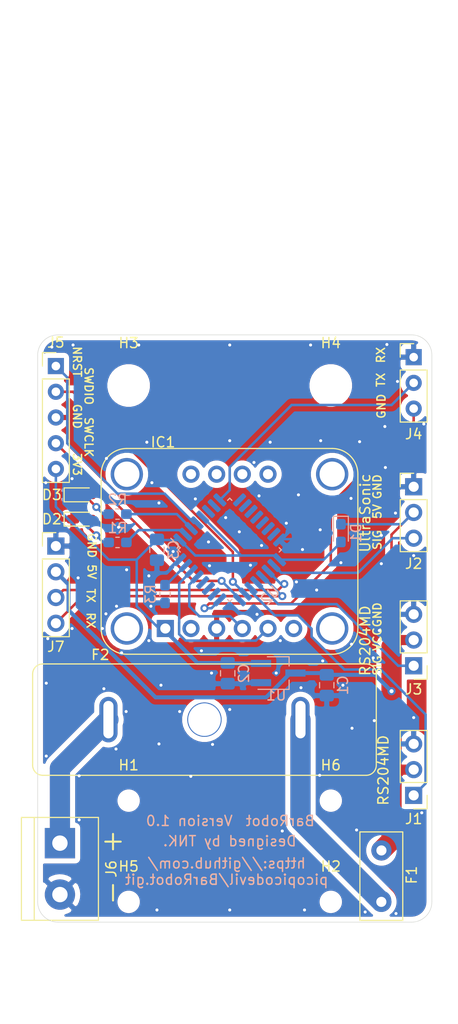
<source format=kicad_pcb>
(kicad_pcb (version 20171130) (host pcbnew "(5.1.6)-1")

  (general
    (thickness 1.6)
    (drawings 41)
    (tracks 245)
    (zones 0)
    (modules 27)
    (nets 41)
  )

  (page A4)
  (layers
    (0 F.Cu signal)
    (31 B.Cu signal)
    (32 B.Adhes user)
    (33 F.Adhes user)
    (34 B.Paste user)
    (35 F.Paste user)
    (36 B.SilkS user)
    (37 F.SilkS user)
    (38 B.Mask user)
    (39 F.Mask user)
    (40 Dwgs.User user)
    (41 Cmts.User user)
    (42 Eco1.User user)
    (43 Eco2.User user)
    (44 Edge.Cuts user)
    (45 Margin user)
    (46 B.CrtYd user)
    (47 F.CrtYd user)
    (48 B.Fab user)
    (49 F.Fab user)
  )

  (setup
    (last_trace_width 0.25)
    (user_trace_width 0.4)
    (user_trace_width 0.6)
    (user_trace_width 0.8)
    (user_trace_width 1)
    (user_trace_width 1.2)
    (user_trace_width 1.5)
    (user_trace_width 2)
    (trace_clearance 0.2)
    (zone_clearance 0.508)
    (zone_45_only no)
    (trace_min 0.2)
    (via_size 0.8)
    (via_drill 0.4)
    (via_min_size 0.4)
    (via_min_drill 0.3)
    (user_via 0.6 0.3)
    (uvia_size 0.3)
    (uvia_drill 0.1)
    (uvias_allowed no)
    (uvia_min_size 0.2)
    (uvia_min_drill 0.1)
    (edge_width 0.05)
    (segment_width 0.2)
    (pcb_text_width 0.3)
    (pcb_text_size 1.5 1.5)
    (mod_edge_width 0.12)
    (mod_text_size 1 1)
    (mod_text_width 0.15)
    (pad_size 1 1)
    (pad_drill 0.7)
    (pad_to_mask_clearance 0.05)
    (aux_axis_origin 0 0)
    (visible_elements 7FFFFFFF)
    (pcbplotparams
      (layerselection 0x010fc_ffffffff)
      (usegerberextensions false)
      (usegerberattributes true)
      (usegerberadvancedattributes true)
      (creategerberjobfile true)
      (excludeedgelayer true)
      (linewidth 0.100000)
      (plotframeref false)
      (viasonmask false)
      (mode 1)
      (useauxorigin false)
      (hpglpennumber 1)
      (hpglpenspeed 20)
      (hpglpendiameter 15.000000)
      (psnegative false)
      (psa4output false)
      (plotreference true)
      (plotvalue true)
      (plotinvisibletext false)
      (padsonsilk false)
      (subtractmaskfromsilk false)
      (outputformat 1)
      (mirror false)
      (drillshape 1)
      (scaleselection 1)
      (outputdirectory ""))
  )

  (net 0 "")
  (net 1 +3V3)
  (net 2 GND)
  (net 3 "Net-(F1-Pad1)")
  (net 4 "Net-(IC1-Pad8)")
  (net 5 "Net-(IC1-Pad7)")
  (net 6 "Net-(IC1-Pad6)")
  (net 7 "Net-(IC1-Pad2)")
  (net 8 /VCP_RX)
  (net 9 /VCP_TX)
  (net 10 /SWCLK)
  (net 11 /SWDIO)
  (net 12 NRST)
  (net 13 "Net-(F2-Pad1)")
  (net 14 /BOOT)
  (net 15 "Net-(IC1-Pad10)")
  (net 16 "Net-(IC1-Pad9)")
  (net 17 "Net-(D2-Pad2)")
  (net 18 "Net-(J1-Pad1)")
  (net 19 +BATT)
  (net 20 "Net-(D3-Pad2)")
  (net 21 "Net-(J3-Pad1)")
  (net 22 "Net-(U2-Pad6)")
  (net 23 "Net-(U2-Pad9)")
  (net 24 "Net-(U2-Pad10)")
  (net 25 "Net-(U2-Pad11)")
  (net 26 "Net-(U2-Pad12)")
  (net 27 "Net-(U2-Pad13)")
  (net 28 "Net-(U2-Pad14)")
  (net 29 "Net-(U2-Pad15)")
  (net 30 "Net-(U2-Pad26)")
  (net 31 "Net-(U2-Pad28)")
  (net 32 "Net-(R1-Pad1)")
  (net 33 "Net-(R2-Pad1)")
  (net 34 /SDA)
  (net 35 /SCL)
  (net 36 /SIG)
  (net 37 /TX)
  (net 38 /RX)
  (net 39 "Net-(U2-Pad27)")
  (net 40 "Net-(U2-Pad7)")

  (net_class Default "This is the default net class."
    (clearance 0.2)
    (trace_width 0.25)
    (via_dia 0.8)
    (via_drill 0.4)
    (uvia_dia 0.3)
    (uvia_drill 0.1)
    (add_net +3V3)
    (add_net +BATT)
    (add_net /BOOT)
    (add_net /RX)
    (add_net /SCL)
    (add_net /SDA)
    (add_net /SIG)
    (add_net /SWCLK)
    (add_net /SWDIO)
    (add_net /TX)
    (add_net /VCP_RX)
    (add_net /VCP_TX)
    (add_net GND)
    (add_net NRST)
    (add_net "Net-(D2-Pad2)")
    (add_net "Net-(D3-Pad2)")
    (add_net "Net-(F1-Pad1)")
    (add_net "Net-(F2-Pad1)")
    (add_net "Net-(IC1-Pad10)")
    (add_net "Net-(IC1-Pad2)")
    (add_net "Net-(IC1-Pad6)")
    (add_net "Net-(IC1-Pad7)")
    (add_net "Net-(IC1-Pad8)")
    (add_net "Net-(IC1-Pad9)")
    (add_net "Net-(J1-Pad1)")
    (add_net "Net-(J3-Pad1)")
    (add_net "Net-(R1-Pad1)")
    (add_net "Net-(R2-Pad1)")
    (add_net "Net-(U2-Pad10)")
    (add_net "Net-(U2-Pad11)")
    (add_net "Net-(U2-Pad12)")
    (add_net "Net-(U2-Pad13)")
    (add_net "Net-(U2-Pad14)")
    (add_net "Net-(U2-Pad15)")
    (add_net "Net-(U2-Pad26)")
    (add_net "Net-(U2-Pad27)")
    (add_net "Net-(U2-Pad28)")
    (add_net "Net-(U2-Pad6)")
    (add_net "Net-(U2-Pad7)")
    (add_net "Net-(U2-Pad9)")
  )

  (module SamcSys_Parts:Conthrough_1x03_P2.54mm_Vertical (layer F.Cu) (tedit 5F605657) (tstamp 5F622ABD)
    (at 173.2 4.2)
    (descr "Through hole straight pin header, 1x03, 2.54mm pitch, single row")
    (tags "Through hole pin header THT 1x03 2.54mm single row")
    (path /5DF6F0E7)
    (fp_text reference J4 (at 0 7.6) (layer F.SilkS)
      (effects (font (size 1 1) (thickness 0.15)))
    )
    (fp_text value Conthrough (at 0 7.41) (layer F.Fab)
      (effects (font (size 1 1) (thickness 0.15)))
    )
    (fp_line (start 1.8 -1.8) (end -1.8 -1.8) (layer F.CrtYd) (width 0.05))
    (fp_line (start 1.8 6.85) (end 1.8 -1.8) (layer F.CrtYd) (width 0.05))
    (fp_line (start -1.8 6.85) (end 1.8 6.85) (layer F.CrtYd) (width 0.05))
    (fp_line (start -1.8 -1.8) (end -1.8 6.85) (layer F.CrtYd) (width 0.05))
    (fp_line (start -1.33 -1.33) (end 0 -1.33) (layer F.SilkS) (width 0.12))
    (fp_line (start -1.33 0) (end -1.33 -1.33) (layer F.SilkS) (width 0.12))
    (fp_line (start -1.33 1.27) (end 1.33 1.27) (layer F.SilkS) (width 0.12))
    (fp_line (start 1.33 1.27) (end 1.33 6.41) (layer F.SilkS) (width 0.12))
    (fp_line (start -1.33 1.27) (end -1.33 6.41) (layer F.SilkS) (width 0.12))
    (fp_line (start -1.33 6.41) (end 1.33 6.41) (layer F.SilkS) (width 0.12))
    (fp_line (start -1.27 -0.635) (end -0.635 -1.27) (layer F.Fab) (width 0.1))
    (fp_line (start -1.27 6.35) (end -1.27 -0.635) (layer F.Fab) (width 0.1))
    (fp_line (start 1.27 6.35) (end -1.27 6.35) (layer F.Fab) (width 0.1))
    (fp_line (start 1.27 -1.27) (end 1.27 6.35) (layer F.Fab) (width 0.1))
    (fp_line (start -0.635 -1.27) (end 1.27 -1.27) (layer F.Fab) (width 0.1))
    (fp_text user %R (at 0 2.54 90) (layer F.Fab)
      (effects (font (size 1 1) (thickness 0.15)))
    )
    (pad 3 thru_hole oval (at 0 5.08) (size 1.6 1.6) (drill 0.85) (layers *.Cu *.Mask)
      (net 8 /VCP_RX))
    (pad 2 thru_hole oval (at 0 2.54) (size 1.6 1.6) (drill 0.85) (layers *.Cu *.Mask)
      (net 9 /VCP_TX))
    (pad 1 thru_hole rect (at 0 0) (size 1.6 1.6) (drill 0.85) (layers *.Cu *.Mask)
      (net 2 GND))
    (model ${KISYS3DMOD}/Connector_PinHeader_2.54mm.3dshapes/PinHeader_1x03_P2.54mm_Vertical.wrl
      (at (xyz 0 0 0))
      (scale (xyz 1 1 1))
      (rotate (xyz 0 0 0))
    )
  )

  (module SamcSys_Parts:AdafruitBNO055 (layer F.Cu) (tedit 5F62CE0F) (tstamp 5F6158E2)
    (at 148.6281 31 90)
    (path /5F68CBAD)
    (fp_text reference IC1 (at 18.4 -0.2281 180) (layer F.SilkS)
      (effects (font (size 1 1) (thickness 0.15)))
    )
    (fp_text value AdafruitBNO055 (at 7.62 -8.89 90) (layer F.Fab)
      (effects (font (size 1 1) (thickness 0.15)))
    )
    (fp_line (start 15.24 19.05) (end 0 19.05) (layer F.SilkS) (width 0.12))
    (fp_line (start 0 -6.35) (end 15.24 -6.35) (layer F.SilkS) (width 0.12))
    (fp_line (start 17.78 16.51) (end 17.78 -3.81) (layer F.SilkS) (width 0.12))
    (fp_line (start -2.54 -3.81) (end -2.54 16.51) (layer F.SilkS) (width 0.12))
    (fp_arc (start 15.24 16.51) (end 15.24 19.05) (angle -90) (layer F.SilkS) (width 0.12))
    (fp_arc (start 0 16.51) (end -2.54 16.51) (angle -90) (layer F.SilkS) (width 0.12))
    (fp_arc (start 15.24 -3.81) (end 17.78 -3.81) (angle -90) (layer F.SilkS) (width 0.12))
    (fp_arc (start 0 -3.81) (end 0 -6.35) (angle -90) (layer F.SilkS) (width 0.12))
    (pad "" np_thru_hole circle (at 15.24 16.51 90) (size 3.2 3.2) (drill 2.5) (layers *.Cu *.Mask))
    (pad "" np_thru_hole circle (at 15.24 -3.81 90) (size 3.2 3.2) (drill 2.5) (layers *.Cu *.Mask))
    (pad "" np_thru_hole circle (at 0 16.51 90) (size 3.2 3.2) (drill 2.5) (layers *.Cu *.Mask))
    (pad "" np_thru_hole circle (at 0 -3.81 90) (size 3.2 3.2) (drill 2.5) (layers *.Cu *.Mask))
    (pad 6 thru_hole circle (at 0 12.7 90) (size 1.7 1.7) (drill 1) (layers *.Cu *.Mask)
      (net 6 "Net-(IC1-Pad6)"))
    (pad 10 thru_hole circle (at 15.24 10.16 90) (size 1.7 1.7) (drill 1) (layers *.Cu *.Mask)
      (net 15 "Net-(IC1-Pad10)"))
    (pad 9 thru_hole circle (at 15.24 7.62 90) (size 1.7 1.7) (drill 1) (layers *.Cu *.Mask)
      (net 16 "Net-(IC1-Pad9)"))
    (pad 7 thru_hole circle (at 15.24 2.54 90) (size 1.7 1.7) (drill 1) (layers *.Cu *.Mask)
      (net 5 "Net-(IC1-Pad7)"))
    (pad 5 thru_hole circle (at 0 10.16 90) (size 1.7 1.7) (drill 1) (layers *.Cu *.Mask)
      (net 34 /SDA))
    (pad 4 thru_hole circle (at 0 7.62 90) (size 1.7 1.7) (drill 1) (layers *.Cu *.Mask)
      (net 35 /SCL))
    (pad 3 thru_hole oval (at 0 5.08 90) (size 1.7 1.7) (drill 1) (layers *.Cu *.Mask)
      (net 2 GND))
    (pad 2 thru_hole oval (at 0 2.54 90) (size 1.7 1.7) (drill 1) (layers *.Cu *.Mask)
      (net 7 "Net-(IC1-Pad2)"))
    (pad 8 thru_hole oval (at 15.24 5.08 90) (size 1.7 1.7) (drill 1) (layers *.Cu *.Mask)
      (net 4 "Net-(IC1-Pad8)"))
    (pad 1 thru_hole rect (at 0 0 90) (size 1.7 1.7) (drill 1) (layers *.Cu *.Mask)
      (net 1 +3V3))
  )

  (module Connector_PinHeader_2.54mm:PinHeader_1x03_P2.54mm_Vertical (layer F.Cu) (tedit 59FED5CC) (tstamp 5F60F7C7)
    (at 173.2 34.68 180)
    (descr "Through hole straight pin header, 1x03, 2.54mm pitch, single row")
    (tags "Through hole pin header THT 1x03 2.54mm single row")
    (path /5F6349E4)
    (fp_text reference J3 (at 0 -2.33) (layer F.SilkS)
      (effects (font (size 1 1) (thickness 0.15)))
    )
    (fp_text value RS204MD (at 4.8 2.48 90) (layer F.SilkS)
      (effects (font (size 1 1) (thickness 0.15)))
    )
    (fp_line (start 1.8 -1.8) (end -1.8 -1.8) (layer F.CrtYd) (width 0.05))
    (fp_line (start 1.8 6.85) (end 1.8 -1.8) (layer F.CrtYd) (width 0.05))
    (fp_line (start -1.8 6.85) (end 1.8 6.85) (layer F.CrtYd) (width 0.05))
    (fp_line (start -1.8 -1.8) (end -1.8 6.85) (layer F.CrtYd) (width 0.05))
    (fp_line (start -1.33 -1.33) (end 0 -1.33) (layer F.SilkS) (width 0.12))
    (fp_line (start -1.33 0) (end -1.33 -1.33) (layer F.SilkS) (width 0.12))
    (fp_line (start -1.33 1.27) (end 1.33 1.27) (layer F.SilkS) (width 0.12))
    (fp_line (start 1.33 1.27) (end 1.33 6.41) (layer F.SilkS) (width 0.12))
    (fp_line (start -1.33 1.27) (end -1.33 6.41) (layer F.SilkS) (width 0.12))
    (fp_line (start -1.33 6.41) (end 1.33 6.41) (layer F.SilkS) (width 0.12))
    (fp_line (start -1.27 -0.635) (end -0.635 -1.27) (layer F.Fab) (width 0.1))
    (fp_line (start -1.27 6.35) (end -1.27 -0.635) (layer F.Fab) (width 0.1))
    (fp_line (start 1.27 6.35) (end -1.27 6.35) (layer F.Fab) (width 0.1))
    (fp_line (start 1.27 -1.27) (end 1.27 6.35) (layer F.Fab) (width 0.1))
    (fp_line (start -0.635 -1.27) (end 1.27 -1.27) (layer F.Fab) (width 0.1))
    (fp_text user %R (at 0 2.54 90) (layer F.Fab)
      (effects (font (size 1 1) (thickness 0.15)))
    )
    (pad 3 thru_hole oval (at 0 5.08 180) (size 1.7 1.7) (drill 1) (layers *.Cu *.Mask)
      (net 2 GND))
    (pad 2 thru_hole oval (at 0 2.54 180) (size 1.7 1.7) (drill 1) (layers *.Cu *.Mask)
      (net 19 +BATT))
    (pad 1 thru_hole rect (at 0 0 180) (size 1.7 1.7) (drill 1) (layers *.Cu *.Mask)
      (net 21 "Net-(J3-Pad1)"))
    (model ${KISYS3DMOD}/Connector_PinHeader_2.54mm.3dshapes/PinHeader_1x03_P2.54mm_Vertical.wrl
      (at (xyz 0 0 0))
      (scale (xyz 1 1 1))
      (rotate (xyz 0 0 0))
    )
  )

  (module Connector_PinHeader_2.54mm:PinHeader_1x03_P2.54mm_Vertical (layer F.Cu) (tedit 59FED5CC) (tstamp 5F60F7AE)
    (at 173.2 47.48 180)
    (descr "Through hole straight pin header, 1x03, 2.54mm pitch, single row")
    (tags "Through hole pin header THT 1x03 2.54mm single row")
    (path /5F633FA1)
    (fp_text reference J1 (at 0 -2.33) (layer F.SilkS)
      (effects (font (size 1 1) (thickness 0.15)))
    )
    (fp_text value RS204MD (at 3 2.48 90) (layer F.SilkS)
      (effects (font (size 1 1) (thickness 0.15)))
    )
    (fp_line (start 1.8 -1.8) (end -1.8 -1.8) (layer F.CrtYd) (width 0.05))
    (fp_line (start 1.8 6.85) (end 1.8 -1.8) (layer F.CrtYd) (width 0.05))
    (fp_line (start -1.8 6.85) (end 1.8 6.85) (layer F.CrtYd) (width 0.05))
    (fp_line (start -1.8 -1.8) (end -1.8 6.85) (layer F.CrtYd) (width 0.05))
    (fp_line (start -1.33 -1.33) (end 0 -1.33) (layer F.SilkS) (width 0.12))
    (fp_line (start -1.33 0) (end -1.33 -1.33) (layer F.SilkS) (width 0.12))
    (fp_line (start -1.33 1.27) (end 1.33 1.27) (layer F.SilkS) (width 0.12))
    (fp_line (start 1.33 1.27) (end 1.33 6.41) (layer F.SilkS) (width 0.12))
    (fp_line (start -1.33 1.27) (end -1.33 6.41) (layer F.SilkS) (width 0.12))
    (fp_line (start -1.33 6.41) (end 1.33 6.41) (layer F.SilkS) (width 0.12))
    (fp_line (start -1.27 -0.635) (end -0.635 -1.27) (layer F.Fab) (width 0.1))
    (fp_line (start -1.27 6.35) (end -1.27 -0.635) (layer F.Fab) (width 0.1))
    (fp_line (start 1.27 6.35) (end -1.27 6.35) (layer F.Fab) (width 0.1))
    (fp_line (start 1.27 -1.27) (end 1.27 6.35) (layer F.Fab) (width 0.1))
    (fp_line (start -0.635 -1.27) (end 1.27 -1.27) (layer F.Fab) (width 0.1))
    (fp_text user %R (at 0 2.54 90) (layer F.Fab)
      (effects (font (size 1 1) (thickness 0.15)))
    )
    (pad 3 thru_hole oval (at 0 5.08 180) (size 1.7 1.7) (drill 1) (layers *.Cu *.Mask)
      (net 2 GND))
    (pad 2 thru_hole oval (at 0 2.54 180) (size 1.7 1.7) (drill 1) (layers *.Cu *.Mask)
      (net 19 +BATT))
    (pad 1 thru_hole rect (at 0 0 180) (size 1.7 1.7) (drill 1) (layers *.Cu *.Mask)
      (net 18 "Net-(J1-Pad1)"))
    (model ${KISYS3DMOD}/Connector_PinHeader_2.54mm.3dshapes/PinHeader_1x03_P2.54mm_Vertical.wrl
      (at (xyz 0 0 0))
      (scale (xyz 1 1 1))
      (rotate (xyz 0 0 0))
    )
  )

  (module Connector_PinHeader_2.54mm:PinHeader_1x04_P2.54mm_Vertical (layer F.Cu) (tedit 59FED5CC) (tstamp 5F61E017)
    (at 137.8 22.86)
    (descr "Through hole straight pin header, 1x04, 2.54mm pitch, single row")
    (tags "Through hole pin header THT 1x04 2.54mm single row")
    (path /5F667537)
    (fp_text reference J7 (at 0 9.94) (layer F.SilkS)
      (effects (font (size 1 1) (thickness 0.15)))
    )
    (fp_text value RN4020 (at 0 9.95) (layer F.Fab)
      (effects (font (size 1 1) (thickness 0.15)))
    )
    (fp_line (start 1.8 -1.8) (end -1.8 -1.8) (layer F.CrtYd) (width 0.05))
    (fp_line (start 1.8 9.4) (end 1.8 -1.8) (layer F.CrtYd) (width 0.05))
    (fp_line (start -1.8 9.4) (end 1.8 9.4) (layer F.CrtYd) (width 0.05))
    (fp_line (start -1.8 -1.8) (end -1.8 9.4) (layer F.CrtYd) (width 0.05))
    (fp_line (start -1.33 -1.33) (end 0 -1.33) (layer F.SilkS) (width 0.12))
    (fp_line (start -1.33 0) (end -1.33 -1.33) (layer F.SilkS) (width 0.12))
    (fp_line (start -1.33 1.27) (end 1.33 1.27) (layer F.SilkS) (width 0.12))
    (fp_line (start 1.33 1.27) (end 1.33 8.95) (layer F.SilkS) (width 0.12))
    (fp_line (start -1.33 1.27) (end -1.33 8.95) (layer F.SilkS) (width 0.12))
    (fp_line (start -1.33 8.95) (end 1.33 8.95) (layer F.SilkS) (width 0.12))
    (fp_line (start -1.27 -0.635) (end -0.635 -1.27) (layer F.Fab) (width 0.1))
    (fp_line (start -1.27 8.89) (end -1.27 -0.635) (layer F.Fab) (width 0.1))
    (fp_line (start 1.27 8.89) (end -1.27 8.89) (layer F.Fab) (width 0.1))
    (fp_line (start 1.27 -1.27) (end 1.27 8.89) (layer F.Fab) (width 0.1))
    (fp_line (start -0.635 -1.27) (end 1.27 -1.27) (layer F.Fab) (width 0.1))
    (fp_text user %R (at 0 3.81 90) (layer F.Fab)
      (effects (font (size 1 1) (thickness 0.15)))
    )
    (pad 4 thru_hole oval (at 0 7.62) (size 1.7 1.7) (drill 1) (layers *.Cu *.Mask)
      (net 38 /RX))
    (pad 3 thru_hole oval (at 0 5.08) (size 1.7 1.7) (drill 1) (layers *.Cu *.Mask)
      (net 37 /TX))
    (pad 2 thru_hole oval (at 0 2.54) (size 1.7 1.7) (drill 1) (layers *.Cu *.Mask)
      (net 19 +BATT))
    (pad 1 thru_hole rect (at 0 0) (size 1.7 1.7) (drill 1) (layers *.Cu *.Mask)
      (net 2 GND))
    (model ${KISYS3DMOD}/Connector_PinHeader_2.54mm.3dshapes/PinHeader_1x04_P2.54mm_Vertical.wrl
      (at (xyz 0 0 0))
      (scale (xyz 1 1 1))
      (rotate (xyz 0 0 0))
    )
  )

  (module Resistor_SMD:R_0603_1608Metric_Pad1.05x0.95mm_HandSolder (layer B.Cu) (tedit 5B301BBD) (tstamp 5F619270)
    (at 143.9 19.7 180)
    (descr "Resistor SMD 0603 (1608 Metric), square (rectangular) end terminal, IPC_7351 nominal with elongated pad for handsoldering. (Body size source: http://www.tortai-tech.com/upload/download/2011102023233369053.pdf), generated with kicad-footprint-generator")
    (tags "resistor handsolder")
    (path /5F641FA1)
    (attr smd)
    (fp_text reference R2 (at 0 1.43) (layer B.SilkS)
      (effects (font (size 1 1) (thickness 0.15)) (justify mirror))
    )
    (fp_text value 2.2k (at 0 -1.43) (layer B.Fab)
      (effects (font (size 1 1) (thickness 0.15)) (justify mirror))
    )
    (fp_line (start 1.65 -0.73) (end -1.65 -0.73) (layer B.CrtYd) (width 0.05))
    (fp_line (start 1.65 0.73) (end 1.65 -0.73) (layer B.CrtYd) (width 0.05))
    (fp_line (start -1.65 0.73) (end 1.65 0.73) (layer B.CrtYd) (width 0.05))
    (fp_line (start -1.65 -0.73) (end -1.65 0.73) (layer B.CrtYd) (width 0.05))
    (fp_line (start -0.171267 -0.51) (end 0.171267 -0.51) (layer B.SilkS) (width 0.12))
    (fp_line (start -0.171267 0.51) (end 0.171267 0.51) (layer B.SilkS) (width 0.12))
    (fp_line (start 0.8 -0.4) (end -0.8 -0.4) (layer B.Fab) (width 0.1))
    (fp_line (start 0.8 0.4) (end 0.8 -0.4) (layer B.Fab) (width 0.1))
    (fp_line (start -0.8 0.4) (end 0.8 0.4) (layer B.Fab) (width 0.1))
    (fp_line (start -0.8 -0.4) (end -0.8 0.4) (layer B.Fab) (width 0.1))
    (fp_text user %R (at 0 0) (layer B.Fab)
      (effects (font (size 0.4 0.4) (thickness 0.06)) (justify mirror))
    )
    (pad 2 smd roundrect (at 0.875 0 180) (size 1.05 0.95) (layers B.Cu B.Paste B.Mask) (roundrect_rratio 0.25)
      (net 20 "Net-(D3-Pad2)"))
    (pad 1 smd roundrect (at -0.875 0 180) (size 1.05 0.95) (layers B.Cu B.Paste B.Mask) (roundrect_rratio 0.25)
      (net 33 "Net-(R2-Pad1)"))
    (model ${KISYS3DMOD}/Resistor_SMD.3dshapes/R_0603_1608Metric.wrl
      (at (xyz 0 0 0))
      (scale (xyz 1 1 1))
      (rotate (xyz 0 0 0))
    )
  )

  (module LED_SMD:LED_0603_1608Metric_Castellated (layer F.Cu) (tedit 5B301BBE) (tstamp 5F619049)
    (at 140.3 17.8)
    (descr "LED SMD 0603 (1608 Metric), castellated end terminal, IPC_7351 nominal, (Body size source: http://www.tortai-tech.com/upload/download/2011102023233369053.pdf), generated with kicad-footprint-generator")
    (tags "LED castellated")
    (path /5F641FA7)
    (attr smd)
    (fp_text reference D3 (at -2.9 0) (layer F.SilkS)
      (effects (font (size 1 1) (thickness 0.15)))
    )
    (fp_text value LED (at 0 1.38) (layer F.Fab)
      (effects (font (size 1 1) (thickness 0.15)))
    )
    (fp_line (start 1.68 0.68) (end -1.68 0.68) (layer F.CrtYd) (width 0.05))
    (fp_line (start 1.68 -0.68) (end 1.68 0.68) (layer F.CrtYd) (width 0.05))
    (fp_line (start -1.68 -0.68) (end 1.68 -0.68) (layer F.CrtYd) (width 0.05))
    (fp_line (start -1.68 0.68) (end -1.68 -0.68) (layer F.CrtYd) (width 0.05))
    (fp_line (start -1.685 0.685) (end 0.8 0.685) (layer F.SilkS) (width 0.12))
    (fp_line (start -1.685 -0.685) (end -1.685 0.685) (layer F.SilkS) (width 0.12))
    (fp_line (start 0.8 -0.685) (end -1.685 -0.685) (layer F.SilkS) (width 0.12))
    (fp_line (start 0.8 0.4) (end 0.8 -0.4) (layer F.Fab) (width 0.1))
    (fp_line (start -0.8 0.4) (end 0.8 0.4) (layer F.Fab) (width 0.1))
    (fp_line (start -0.8 -0.1) (end -0.8 0.4) (layer F.Fab) (width 0.1))
    (fp_line (start -0.5 -0.4) (end -0.8 -0.1) (layer F.Fab) (width 0.1))
    (fp_line (start 0.8 -0.4) (end -0.5 -0.4) (layer F.Fab) (width 0.1))
    (fp_text user %R (at 0 0) (layer F.Fab)
      (effects (font (size 0.4 0.4) (thickness 0.06)))
    )
    (pad 2 smd roundrect (at 0.8125 0) (size 1.225 0.85) (layers F.Cu F.Paste F.Mask) (roundrect_rratio 0.25)
      (net 20 "Net-(D3-Pad2)"))
    (pad 1 smd roundrect (at -0.8125 0) (size 1.225 0.85) (layers F.Cu F.Paste F.Mask) (roundrect_rratio 0.25)
      (net 2 GND))
    (model ${KISYS3DMOD}/LED_SMD.3dshapes/LED_0603_1608Metric_Castellated.wrl
      (at (xyz 0 0 0))
      (scale (xyz 1 1 1))
      (rotate (xyz 0 0 0))
    )
  )

  (module Diode_SMD:D_0603_1608Metric_Pad1.05x0.95mm_HandSolder (layer B.Cu) (tedit 5B4B45C8) (tstamp 5F60A183)
    (at 166 21.575 270)
    (descr "Diode SMD 0603 (1608 Metric), square (rectangular) end terminal, IPC_7351 nominal, (Body size source: http://www.tortai-tech.com/upload/download/2011102023233369053.pdf), generated with kicad-footprint-generator")
    (tags "diode handsolder")
    (path /5E5159FF)
    (attr smd)
    (fp_text reference D1 (at 0 -1.5 270) (layer B.SilkS)
      (effects (font (size 1 1) (thickness 0.15)) (justify mirror))
    )
    (fp_text value D_Schottky (at 0 -1.43 270) (layer B.Fab)
      (effects (font (size 1 1) (thickness 0.15)) (justify mirror))
    )
    (fp_line (start 1.65 -0.73) (end -1.65 -0.73) (layer B.CrtYd) (width 0.05))
    (fp_line (start 1.65 0.73) (end 1.65 -0.73) (layer B.CrtYd) (width 0.05))
    (fp_line (start -1.65 0.73) (end 1.65 0.73) (layer B.CrtYd) (width 0.05))
    (fp_line (start -1.65 -0.73) (end -1.65 0.73) (layer B.CrtYd) (width 0.05))
    (fp_line (start -1.66 -0.735) (end 0.8 -0.735) (layer B.SilkS) (width 0.12))
    (fp_line (start -1.66 0.735) (end -1.66 -0.735) (layer B.SilkS) (width 0.12))
    (fp_line (start 0.8 0.735) (end -1.66 0.735) (layer B.SilkS) (width 0.12))
    (fp_line (start 0.8 -0.4) (end 0.8 0.4) (layer B.Fab) (width 0.1))
    (fp_line (start -0.8 -0.4) (end 0.8 -0.4) (layer B.Fab) (width 0.1))
    (fp_line (start -0.8 0.1) (end -0.8 -0.4) (layer B.Fab) (width 0.1))
    (fp_line (start -0.5 0.4) (end -0.8 0.1) (layer B.Fab) (width 0.1))
    (fp_line (start 0.8 0.4) (end -0.5 0.4) (layer B.Fab) (width 0.1))
    (fp_text user %R (at 0 0 270) (layer B.Fab)
      (effects (font (size 0.4 0.4) (thickness 0.06)) (justify mirror))
    )
    (pad 2 smd roundrect (at 0.875 0 270) (size 1.05 0.95) (layers B.Cu B.Paste B.Mask) (roundrect_rratio 0.25)
      (net 1 +3V3))
    (pad 1 smd roundrect (at -0.875 0 270) (size 1.05 0.95) (layers B.Cu B.Paste B.Mask) (roundrect_rratio 0.25)
      (net 19 +BATT))
    (model ${KISYS3DMOD}/Diode_SMD.3dshapes/D_0603_1608Metric.wrl
      (at (xyz 0 0 0))
      (scale (xyz 1 1 1))
      (rotate (xyz 0 0 0))
    )
  )

  (module Connector_PinHeader_2.54mm:PinHeader_1x03_P2.54mm_Vertical (layer F.Cu) (tedit 59FED5CC) (tstamp 5F611F75)
    (at 173.2 17)
    (descr "Through hole straight pin header, 1x03, 2.54mm pitch, single row")
    (tags "Through hole pin header THT 1x03 2.54mm single row")
    (path /5F66380A)
    (fp_text reference J2 (at 0 7.6) (layer F.SilkS)
      (effects (font (size 1 1) (thickness 0.15)))
    )
    (fp_text value UltraSonic (at -4.8 2.6 90) (layer F.SilkS)
      (effects (font (size 1 1) (thickness 0.15)))
    )
    (fp_line (start 1.8 -1.8) (end -1.8 -1.8) (layer F.CrtYd) (width 0.05))
    (fp_line (start 1.8 6.85) (end 1.8 -1.8) (layer F.CrtYd) (width 0.05))
    (fp_line (start -1.8 6.85) (end 1.8 6.85) (layer F.CrtYd) (width 0.05))
    (fp_line (start -1.8 -1.8) (end -1.8 6.85) (layer F.CrtYd) (width 0.05))
    (fp_line (start -1.33 -1.33) (end 0 -1.33) (layer F.SilkS) (width 0.12))
    (fp_line (start -1.33 0) (end -1.33 -1.33) (layer F.SilkS) (width 0.12))
    (fp_line (start -1.33 1.27) (end 1.33 1.27) (layer F.SilkS) (width 0.12))
    (fp_line (start 1.33 1.27) (end 1.33 6.41) (layer F.SilkS) (width 0.12))
    (fp_line (start -1.33 1.27) (end -1.33 6.41) (layer F.SilkS) (width 0.12))
    (fp_line (start -1.33 6.41) (end 1.33 6.41) (layer F.SilkS) (width 0.12))
    (fp_line (start -1.27 -0.635) (end -0.635 -1.27) (layer F.Fab) (width 0.1))
    (fp_line (start -1.27 6.35) (end -1.27 -0.635) (layer F.Fab) (width 0.1))
    (fp_line (start 1.27 6.35) (end -1.27 6.35) (layer F.Fab) (width 0.1))
    (fp_line (start 1.27 -1.27) (end 1.27 6.35) (layer F.Fab) (width 0.1))
    (fp_line (start -0.635 -1.27) (end 1.27 -1.27) (layer F.Fab) (width 0.1))
    (fp_text user %R (at 0 2.54 90) (layer F.Fab)
      (effects (font (size 1 1) (thickness 0.15)))
    )
    (pad 3 thru_hole oval (at 0 5.08) (size 1.7 1.7) (drill 1) (layers *.Cu *.Mask)
      (net 36 /SIG))
    (pad 2 thru_hole oval (at 0 2.54) (size 1.7 1.7) (drill 1) (layers *.Cu *.Mask)
      (net 19 +BATT))
    (pad 1 thru_hole rect (at 0 0) (size 1.7 1.7) (drill 1) (layers *.Cu *.Mask)
      (net 2 GND))
    (model ${KISYS3DMOD}/Connector_PinHeader_2.54mm.3dshapes/PinHeader_1x03_P2.54mm_Vertical.wrl
      (at (xyz 0 0 0))
      (scale (xyz 1 1 1))
      (rotate (xyz 0 0 0))
    )
  )

  (module SamcSys_Parts:Conthrough_1x05_P2.54mm_Vertical (layer F.Cu) (tedit 5F6054E8) (tstamp 5F60A227)
    (at 137.8 5.08)
    (descr "Through hole straight pin header, 1x05, 2.54mm pitch, single row")
    (tags "Through hole pin header THT 1x05 2.54mm single row")
    (path /5DAA7AEF)
    (fp_text reference J5 (at 0 -2.33) (layer F.SilkS)
      (effects (font (size 1 1) (thickness 0.15)))
    )
    (fp_text value Conthrough (at 0 12.49) (layer F.Fab)
      (effects (font (size 1 1) (thickness 0.15)))
    )
    (fp_line (start -0.635 -1.27) (end 1.27 -1.27) (layer F.Fab) (width 0.1))
    (fp_line (start 1.27 -1.27) (end 1.27 11.43) (layer F.Fab) (width 0.1))
    (fp_line (start 1.27 11.43) (end -1.27 11.43) (layer F.Fab) (width 0.1))
    (fp_line (start -1.27 11.43) (end -1.27 -0.635) (layer F.Fab) (width 0.1))
    (fp_line (start -1.27 -0.635) (end -0.635 -1.27) (layer F.Fab) (width 0.1))
    (fp_line (start -1.33 11.49) (end 1.33 11.49) (layer F.SilkS) (width 0.12))
    (fp_line (start -1.33 1.27) (end -1.33 11.49) (layer F.SilkS) (width 0.12))
    (fp_line (start 1.33 1.27) (end 1.33 11.49) (layer F.SilkS) (width 0.12))
    (fp_line (start -1.33 1.27) (end 1.33 1.27) (layer F.SilkS) (width 0.12))
    (fp_line (start -1.33 0) (end -1.33 -1.33) (layer F.SilkS) (width 0.12))
    (fp_line (start -1.33 -1.33) (end 0 -1.33) (layer F.SilkS) (width 0.12))
    (fp_line (start -1.8 -1.8) (end -1.8 11.95) (layer F.CrtYd) (width 0.05))
    (fp_line (start -1.8 11.95) (end 1.8 11.95) (layer F.CrtYd) (width 0.05))
    (fp_line (start 1.8 11.95) (end 1.8 -1.8) (layer F.CrtYd) (width 0.05))
    (fp_line (start 1.8 -1.8) (end -1.8 -1.8) (layer F.CrtYd) (width 0.05))
    (fp_text user %R (at 0 5.08 90) (layer F.Fab)
      (effects (font (size 1 1) (thickness 0.15)))
    )
    (pad 5 thru_hole oval (at 0 10.16) (size 1.6 1.6) (drill 0.85) (layers *.Cu *.Mask)
      (net 1 +3V3))
    (pad 4 thru_hole oval (at 0 7.62) (size 1.6 1.6) (drill 0.85) (layers *.Cu *.Mask)
      (net 10 /SWCLK))
    (pad 3 thru_hole oval (at 0 5.08) (size 1.6 1.6) (drill 0.85) (layers *.Cu *.Mask)
      (net 2 GND))
    (pad 2 thru_hole oval (at 0 2.54) (size 1.6 1.6) (drill 0.85) (layers *.Cu *.Mask)
      (net 11 /SWDIO))
    (pad 1 thru_hole rect (at 0 0) (size 1.6 1.6) (drill 0.85) (layers *.Cu *.Mask)
      (net 12 NRST))
    (model ${KISYS3DMOD}/Connector_PinHeader_2.54mm.3dshapes/PinHeader_1x05_P2.54mm_Vertical.wrl
      (at (xyz 0 0 0))
      (scale (xyz 1 1 1))
      (rotate (xyz 0 0 0))
    )
  )

  (module SamcSys_Parts:MountingHole_1.2mm (layer F.Cu) (tedit 5F604E63) (tstamp 5F60C17F)
    (at 165 48)
    (descr "Mounting Hole 2.5mm, no annular")
    (tags "mounting hole 2.5mm no annular")
    (path /5F612045)
    (attr virtual)
    (fp_text reference H6 (at 0 -3.5) (layer F.SilkS)
      (effects (font (size 1 1) (thickness 0.15)))
    )
    (fp_text value MountingHole (at 0 3.5) (layer F.Fab)
      (effects (font (size 1 1) (thickness 0.15)))
    )
    (fp_circle (center 0 0) (end 1.2 0) (layer Cmts.User) (width 0.15))
    (fp_circle (center 0 0) (end 1.45 0) (layer F.CrtYd) (width 0.05))
    (fp_text user %R (at 0.3 0) (layer F.Fab)
      (effects (font (size 1 1) (thickness 0.15)))
    )
    (pad "" np_thru_hole circle (at 0 0) (size 1.2 1.2) (drill 1.2) (layers *.Cu *.Mask))
  )

  (module SamcSys_Parts:MountingHole_1.2mm (layer F.Cu) (tedit 5F604E63) (tstamp 5F60C177)
    (at 165 58)
    (descr "Mounting Hole 2.5mm, no annular")
    (tags "mounting hole 2.5mm no annular")
    (path /5F61204B)
    (attr virtual)
    (fp_text reference H2 (at 0 -3.5) (layer F.SilkS)
      (effects (font (size 1 1) (thickness 0.15)))
    )
    (fp_text value MountingHole (at 0 3.5) (layer F.Fab)
      (effects (font (size 1 1) (thickness 0.15)))
    )
    (fp_circle (center 0 0) (end 1.2 0) (layer Cmts.User) (width 0.15))
    (fp_circle (center 0 0) (end 1.45 0) (layer F.CrtYd) (width 0.05))
    (fp_text user %R (at 0.3 0) (layer F.Fab)
      (effects (font (size 1 1) (thickness 0.15)))
    )
    (pad "" np_thru_hole circle (at 0 0) (size 1.2 1.2) (drill 1.2) (layers *.Cu *.Mask))
  )

  (module SamcSys_Parts:MountingHole_1.2mm (layer F.Cu) (tedit 5F604E63) (tstamp 5F60A1DC)
    (at 145 58)
    (descr "Mounting Hole 2.5mm, no annular")
    (tags "mounting hole 2.5mm no annular")
    (path /5F27CB5B)
    (attr virtual)
    (fp_text reference H5 (at 0 -3.5) (layer F.SilkS)
      (effects (font (size 1 1) (thickness 0.15)))
    )
    (fp_text value MountingHole (at 0 3.5) (layer F.Fab)
      (effects (font (size 1 1) (thickness 0.15)))
    )
    (fp_circle (center 0 0) (end 1.2 0) (layer Cmts.User) (width 0.15))
    (fp_circle (center 0 0) (end 1.45 0) (layer F.CrtYd) (width 0.05))
    (fp_text user %R (at 0.3 0) (layer F.Fab)
      (effects (font (size 1 1) (thickness 0.15)))
    )
    (pad "" np_thru_hole circle (at 0 0) (size 1.2 1.2) (drill 1.2) (layers *.Cu *.Mask))
  )

  (module SamcSys_Parts:MountingHole_1.2mm (layer F.Cu) (tedit 5F604E63) (tstamp 5F60A1D4)
    (at 145 48)
    (descr "Mounting Hole 2.5mm, no annular")
    (tags "mounting hole 2.5mm no annular")
    (path /5F27CB61)
    (attr virtual)
    (fp_text reference H1 (at 0 -3.5) (layer F.SilkS)
      (effects (font (size 1 1) (thickness 0.15)))
    )
    (fp_text value MountingHole (at 0 3.5) (layer F.Fab)
      (effects (font (size 1 1) (thickness 0.15)))
    )
    (fp_circle (center 0 0) (end 1.2 0) (layer Cmts.User) (width 0.15))
    (fp_circle (center 0 0) (end 1.45 0) (layer F.CrtYd) (width 0.05))
    (fp_text user %R (at 0.3 0) (layer F.Fab)
      (effects (font (size 1 1) (thickness 0.15)))
    )
    (pad "" np_thru_hole circle (at 0 0) (size 1.2 1.2) (drill 1.2) (layers *.Cu *.Mask))
  )

  (module MountingHole:MountingHole_3.2mm_M3 (layer F.Cu) (tedit 56D1B4CB) (tstamp 5F60A1CC)
    (at 165 7)
    (descr "Mounting Hole 3.2mm, no annular, M3")
    (tags "mounting hole 3.2mm no annular m3")
    (path /5F266923)
    (attr virtual)
    (fp_text reference H4 (at 0 -4.2) (layer F.SilkS)
      (effects (font (size 1 1) (thickness 0.15)))
    )
    (fp_text value MountingHole (at 0 4.2) (layer F.Fab)
      (effects (font (size 1 1) (thickness 0.15)))
    )
    (fp_circle (center 0 0) (end 3.45 0) (layer F.CrtYd) (width 0.05))
    (fp_circle (center 0 0) (end 3.2 0) (layer Cmts.User) (width 0.15))
    (fp_text user %R (at 0.3 0) (layer F.Fab)
      (effects (font (size 1 1) (thickness 0.15)))
    )
    (pad 1 np_thru_hole circle (at 0 0) (size 3.2 3.2) (drill 3.2) (layers *.Cu *.Mask))
  )

  (module MountingHole:MountingHole_3.2mm_M3 (layer F.Cu) (tedit 56D1B4CB) (tstamp 5F60A1C4)
    (at 145 7)
    (descr "Mounting Hole 3.2mm, no annular, M3")
    (tags "mounting hole 3.2mm no annular m3")
    (path /5F267513)
    (attr virtual)
    (fp_text reference H3 (at 0 -4.2) (layer F.SilkS)
      (effects (font (size 1 1) (thickness 0.15)))
    )
    (fp_text value MountingHole (at 0 4.2) (layer F.Fab)
      (effects (font (size 1 1) (thickness 0.15)))
    )
    (fp_circle (center 0 0) (end 3.45 0) (layer F.CrtYd) (width 0.05))
    (fp_circle (center 0 0) (end 3.2 0) (layer Cmts.User) (width 0.15))
    (fp_text user %R (at 0.3 0) (layer F.Fab)
      (effects (font (size 1 1) (thickness 0.15)))
    )
    (pad 1 np_thru_hole circle (at 0 0) (size 3.2 3.2) (drill 3.2) (layers *.Cu *.Mask))
  )

  (module SamcSys_Parts:MF505 (layer F.Cu) (tedit 5F1ED476) (tstamp 5F60B75D)
    (at 143 40)
    (path /5F1FB246)
    (fp_text reference F2 (at -0.8 -6.4 180) (layer F.SilkS)
      (effects (font (size 1 1) (thickness 0.15)))
    )
    (fp_text value Fuse (at 0 -8) (layer F.Fab)
      (effects (font (size 1 1) (thickness 0.15)))
    )
    (fp_line (start -7.5 -4.5) (end -7.5 4.5) (layer F.SilkS) (width 0.12))
    (fp_line (start -6.5 5.5) (end 25.5 5.5) (layer F.SilkS) (width 0.12))
    (fp_line (start 26.5 4.5) (end 26.5 -4.5) (layer F.SilkS) (width 0.12))
    (fp_line (start 25.5 -5.5) (end -6.5 -5.5) (layer F.SilkS) (width 0.12))
    (fp_arc (start 25.5 -4.5) (end 26.5 -4.5) (angle -90) (layer F.SilkS) (width 0.12))
    (fp_arc (start 25.5 4.5) (end 25.5 5.5) (angle -90) (layer F.SilkS) (width 0.12))
    (fp_arc (start -6.5 4.5) (end -7.5 4.5) (angle -90) (layer F.SilkS) (width 0.12))
    (fp_arc (start -6.5 -4.5) (end -6.5 -5.5) (angle -90) (layer F.SilkS) (width 0.12))
    (pad "" np_thru_hole circle (at 9.5 0) (size 3.4 3.4) (drill 3.2) (layers *.Cu *.Mask))
    (pad 2 thru_hole oval (at 19 0) (size 1.8 4.5) (drill oval 1 3.7) (layers *.Cu *.Mask)
      (net 3 "Net-(F1-Pad1)"))
    (pad 1 thru_hole oval (at 0 0) (size 1.8 4.5) (drill oval 1 3.7) (layers *.Cu *.Mask)
      (net 13 "Net-(F2-Pad1)"))
  )

  (module Package_QFP:LQFP-32_7x7mm_P0.8mm (layer B.Cu) (tedit 5D9F72AF) (tstamp 5F60A2CF)
    (at 155 23.235014 315)
    (descr "LQFP, 32 Pin (https://www.nxp.com/docs/en/package-information/SOT358-1.pdf), generated with kicad-footprint-generator ipc_gullwing_generator.py")
    (tags "LQFP QFP")
    (path /5DA7A10A)
    (attr smd)
    (fp_text reference U2 (at 6.010408 0.353553 45) (layer B.SilkS)
      (effects (font (size 1 1) (thickness 0.15)) (justify mirror))
    )
    (fp_text value STM32F303K8 (at 0 -5.88 315) (layer B.Fab)
      (effects (font (size 1 1) (thickness 0.15)) (justify mirror))
    )
    (fp_line (start 5.18 -3.3) (end 5.18 0) (layer B.CrtYd) (width 0.05))
    (fp_line (start 3.75 -3.3) (end 5.18 -3.3) (layer B.CrtYd) (width 0.05))
    (fp_line (start 3.75 -3.75) (end 3.75 -3.3) (layer B.CrtYd) (width 0.05))
    (fp_line (start 3.3 -3.75) (end 3.75 -3.75) (layer B.CrtYd) (width 0.05))
    (fp_line (start 3.3 -5.18) (end 3.3 -3.75) (layer B.CrtYd) (width 0.05))
    (fp_line (start 0 -5.18) (end 3.3 -5.18) (layer B.CrtYd) (width 0.05))
    (fp_line (start -5.18 -3.3) (end -5.18 0) (layer B.CrtYd) (width 0.05))
    (fp_line (start -3.75 -3.3) (end -5.18 -3.3) (layer B.CrtYd) (width 0.05))
    (fp_line (start -3.75 -3.75) (end -3.75 -3.3) (layer B.CrtYd) (width 0.05))
    (fp_line (start -3.3 -3.75) (end -3.75 -3.75) (layer B.CrtYd) (width 0.05))
    (fp_line (start -3.3 -5.18) (end -3.3 -3.75) (layer B.CrtYd) (width 0.05))
    (fp_line (start 0 -5.18) (end -3.3 -5.18) (layer B.CrtYd) (width 0.05))
    (fp_line (start 5.18 3.3) (end 5.18 0) (layer B.CrtYd) (width 0.05))
    (fp_line (start 3.75 3.3) (end 5.18 3.3) (layer B.CrtYd) (width 0.05))
    (fp_line (start 3.75 3.75) (end 3.75 3.3) (layer B.CrtYd) (width 0.05))
    (fp_line (start 3.3 3.75) (end 3.75 3.75) (layer B.CrtYd) (width 0.05))
    (fp_line (start 3.3 5.18) (end 3.3 3.75) (layer B.CrtYd) (width 0.05))
    (fp_line (start 0 5.18) (end 3.3 5.18) (layer B.CrtYd) (width 0.05))
    (fp_line (start -5.18 3.3) (end -5.18 0) (layer B.CrtYd) (width 0.05))
    (fp_line (start -3.75 3.3) (end -5.18 3.3) (layer B.CrtYd) (width 0.05))
    (fp_line (start -3.75 3.75) (end -3.75 3.3) (layer B.CrtYd) (width 0.05))
    (fp_line (start -3.3 3.75) (end -3.75 3.75) (layer B.CrtYd) (width 0.05))
    (fp_line (start -3.3 5.18) (end -3.3 3.75) (layer B.CrtYd) (width 0.05))
    (fp_line (start 0 5.18) (end -3.3 5.18) (layer B.CrtYd) (width 0.05))
    (fp_line (start -3.5 2.5) (end -2.5 3.5) (layer B.Fab) (width 0.1))
    (fp_line (start -3.5 -3.5) (end -3.5 2.5) (layer B.Fab) (width 0.1))
    (fp_line (start 3.5 -3.5) (end -3.5 -3.5) (layer B.Fab) (width 0.1))
    (fp_line (start 3.5 3.5) (end 3.5 -3.5) (layer B.Fab) (width 0.1))
    (fp_line (start -2.5 3.5) (end 3.5 3.5) (layer B.Fab) (width 0.1))
    (fp_line (start -3.61 3.31) (end -4.925 3.31) (layer B.SilkS) (width 0.12))
    (fp_line (start -3.61 3.61) (end -3.61 3.31) (layer B.SilkS) (width 0.12))
    (fp_line (start -3.31 3.61) (end -3.61 3.61) (layer B.SilkS) (width 0.12))
    (fp_line (start 3.61 3.61) (end 3.61 3.31) (layer B.SilkS) (width 0.12))
    (fp_line (start 3.31 3.61) (end 3.61 3.61) (layer B.SilkS) (width 0.12))
    (fp_line (start -3.61 -3.61) (end -3.61 -3.31) (layer B.SilkS) (width 0.12))
    (fp_line (start -3.31 -3.61) (end -3.61 -3.61) (layer B.SilkS) (width 0.12))
    (fp_line (start 3.61 -3.61) (end 3.61 -3.31) (layer B.SilkS) (width 0.12))
    (fp_line (start 3.31 -3.61) (end 3.61 -3.61) (layer B.SilkS) (width 0.12))
    (fp_text user %R (at 0 0 315) (layer B.Fab)
      (effects (font (size 1 1) (thickness 0.15)) (justify mirror))
    )
    (pad 32 smd roundrect (at -2.8 4.175 315) (size 0.5 1.5) (layers B.Cu B.Paste B.Mask) (roundrect_rratio 0.25)
      (net 2 GND))
    (pad 31 smd roundrect (at -2 4.175 315) (size 0.5 1.5) (layers B.Cu B.Paste B.Mask) (roundrect_rratio 0.25)
      (net 14 /BOOT))
    (pad 30 smd roundrect (at -1.2 4.175 315) (size 0.5 1.5) (layers B.Cu B.Paste B.Mask) (roundrect_rratio 0.25)
      (net 34 /SDA))
    (pad 29 smd roundrect (at -0.4 4.175 315) (size 0.5 1.5) (layers B.Cu B.Paste B.Mask) (roundrect_rratio 0.25)
      (net 35 /SCL))
    (pad 28 smd roundrect (at 0.4 4.175 315) (size 0.5 1.5) (layers B.Cu B.Paste B.Mask) (roundrect_rratio 0.25)
      (net 31 "Net-(U2-Pad28)"))
    (pad 27 smd roundrect (at 1.2 4.175 315) (size 0.5 1.5) (layers B.Cu B.Paste B.Mask) (roundrect_rratio 0.25)
      (net 39 "Net-(U2-Pad27)"))
    (pad 26 smd roundrect (at 2 4.175 315) (size 0.5 1.5) (layers B.Cu B.Paste B.Mask) (roundrect_rratio 0.25)
      (net 30 "Net-(U2-Pad26)"))
    (pad 25 smd roundrect (at 2.8 4.175 315) (size 0.5 1.5) (layers B.Cu B.Paste B.Mask) (roundrect_rratio 0.25)
      (net 8 /VCP_RX))
    (pad 24 smd roundrect (at 4.175 2.8 315) (size 1.5 0.5) (layers B.Cu B.Paste B.Mask) (roundrect_rratio 0.25)
      (net 10 /SWCLK))
    (pad 23 smd roundrect (at 4.175 2 315) (size 1.5 0.5) (layers B.Cu B.Paste B.Mask) (roundrect_rratio 0.25)
      (net 11 /SWDIO))
    (pad 22 smd roundrect (at 4.175 1.2 315) (size 1.5 0.5) (layers B.Cu B.Paste B.Mask) (roundrect_rratio 0.25)
      (net 18 "Net-(J1-Pad1)"))
    (pad 21 smd roundrect (at 4.175 0.4 315) (size 1.5 0.5) (layers B.Cu B.Paste B.Mask) (roundrect_rratio 0.25)
      (net 21 "Net-(J3-Pad1)"))
    (pad 20 smd roundrect (at 4.175 -0.4 315) (size 1.5 0.5) (layers B.Cu B.Paste B.Mask) (roundrect_rratio 0.25)
      (net 38 /RX))
    (pad 19 smd roundrect (at 4.175 -1.2 315) (size 1.5 0.5) (layers B.Cu B.Paste B.Mask) (roundrect_rratio 0.25)
      (net 37 /TX))
    (pad 18 smd roundrect (at 4.175 -2 315) (size 1.5 0.5) (layers B.Cu B.Paste B.Mask) (roundrect_rratio 0.25)
      (net 36 /SIG))
    (pad 17 smd roundrect (at 4.175 -2.8 315) (size 1.5 0.5) (layers B.Cu B.Paste B.Mask) (roundrect_rratio 0.25)
      (net 1 +3V3))
    (pad 16 smd roundrect (at 2.8 -4.175 315) (size 0.5 1.5) (layers B.Cu B.Paste B.Mask) (roundrect_rratio 0.25)
      (net 2 GND))
    (pad 15 smd roundrect (at 2 -4.175 315) (size 0.5 1.5) (layers B.Cu B.Paste B.Mask) (roundrect_rratio 0.25)
      (net 29 "Net-(U2-Pad15)"))
    (pad 14 smd roundrect (at 1.2 -4.175 315) (size 0.5 1.5) (layers B.Cu B.Paste B.Mask) (roundrect_rratio 0.25)
      (net 28 "Net-(U2-Pad14)"))
    (pad 13 smd roundrect (at 0.4 -4.175 315) (size 0.5 1.5) (layers B.Cu B.Paste B.Mask) (roundrect_rratio 0.25)
      (net 27 "Net-(U2-Pad13)"))
    (pad 12 smd roundrect (at -0.4 -4.175 315) (size 0.5 1.5) (layers B.Cu B.Paste B.Mask) (roundrect_rratio 0.25)
      (net 26 "Net-(U2-Pad12)"))
    (pad 11 smd roundrect (at -1.2 -4.175 315) (size 0.5 1.5) (layers B.Cu B.Paste B.Mask) (roundrect_rratio 0.25)
      (net 25 "Net-(U2-Pad11)"))
    (pad 10 smd roundrect (at -2 -4.175 315) (size 0.5 1.5) (layers B.Cu B.Paste B.Mask) (roundrect_rratio 0.25)
      (net 24 "Net-(U2-Pad10)"))
    (pad 9 smd roundrect (at -2.8 -4.175 315) (size 0.5 1.5) (layers B.Cu B.Paste B.Mask) (roundrect_rratio 0.25)
      (net 23 "Net-(U2-Pad9)"))
    (pad 8 smd roundrect (at -4.175 -2.8 315) (size 1.5 0.5) (layers B.Cu B.Paste B.Mask) (roundrect_rratio 0.25)
      (net 9 /VCP_TX))
    (pad 7 smd roundrect (at -4.175 -2 315) (size 1.5 0.5) (layers B.Cu B.Paste B.Mask) (roundrect_rratio 0.25)
      (net 40 "Net-(U2-Pad7)"))
    (pad 6 smd roundrect (at -4.175 -1.2 315) (size 1.5 0.5) (layers B.Cu B.Paste B.Mask) (roundrect_rratio 0.25)
      (net 22 "Net-(U2-Pad6)"))
    (pad 5 smd roundrect (at -4.175 -0.4 315) (size 1.5 0.5) (layers B.Cu B.Paste B.Mask) (roundrect_rratio 0.25)
      (net 1 +3V3))
    (pad 4 smd roundrect (at -4.175 0.4 315) (size 1.5 0.5) (layers B.Cu B.Paste B.Mask) (roundrect_rratio 0.25)
      (net 12 NRST))
    (pad 3 smd roundrect (at -4.175 1.2 315) (size 1.5 0.5) (layers B.Cu B.Paste B.Mask) (roundrect_rratio 0.25)
      (net 33 "Net-(R2-Pad1)"))
    (pad 2 smd roundrect (at -4.175 2 315) (size 1.5 0.5) (layers B.Cu B.Paste B.Mask) (roundrect_rratio 0.25)
      (net 32 "Net-(R1-Pad1)"))
    (pad 1 smd roundrect (at -4.175 2.8 315) (size 1.5 0.5) (layers B.Cu B.Paste B.Mask) (roundrect_rratio 0.25)
      (net 1 +3V3))
    (model ${KISYS3DMOD}/Package_QFP.3dshapes/LQFP-32_7x7mm_P0.8mm.wrl
      (at (xyz 0 0 0))
      (scale (xyz 1 1 1))
      (rotate (xyz 0 0 0))
    )
  )

  (module Package_TO_SOT_SMD:SOT-23W_Handsoldering (layer B.Cu) (tedit 5A02FF57) (tstamp 5F60A284)
    (at 159.8 35.4)
    (descr "SOT-23W http://www.allegromicro.com/~/media/Files/Datasheets/A112x-Datasheet.ashx?la=en&hash=7BC461E058CC246E0BAB62433B2F1ECA104CA9D3")
    (tags "SOT-23W for handsoldering")
    (path /5DEBD597)
    (attr smd)
    (fp_text reference U1 (at -0.2 2.2) (layer B.SilkS)
      (effects (font (size 1 1) (thickness 0.15)) (justify mirror))
    )
    (fp_text value AP2210N-3.3TRG1 (at 0 -2.5 180) (layer B.Fab)
      (effects (font (size 1 1) (thickness 0.15)) (justify mirror))
    )
    (fp_line (start -2.95 -1.74) (end -2.95 1.74) (layer B.CrtYd) (width 0.05))
    (fp_line (start 2.95 -1.74) (end -2.95 -1.74) (layer B.CrtYd) (width 0.05))
    (fp_line (start 2.95 1.74) (end 2.95 -1.74) (layer B.CrtYd) (width 0.05))
    (fp_line (start -2.95 1.74) (end 2.95 1.74) (layer B.CrtYd) (width 0.05))
    (fp_line (start -0.955 -1.49) (end 0.955 -1.49) (layer B.Fab) (width 0.1))
    (fp_line (start 0.955 1.49) (end 0.955 -1.49) (layer B.Fab) (width 0.1))
    (fp_line (start -0.955 0.49) (end 0.045 1.49) (layer B.Fab) (width 0.1))
    (fp_line (start 0.045 1.49) (end 0.955 1.49) (layer B.Fab) (width 0.1))
    (fp_line (start -0.955 0.49) (end -0.955 -1.49) (layer B.Fab) (width 0.1))
    (fp_line (start -1.075 -1.61) (end 1.075 -1.61) (layer B.SilkS) (width 0.12))
    (fp_line (start -2 1.61) (end 1.075 1.61) (layer B.SilkS) (width 0.12))
    (fp_line (start 1.075 1.6) (end 1.075 0.7) (layer B.SilkS) (width 0.12))
    (fp_line (start 1.075 -0.7) (end 1.075 -1.61) (layer B.SilkS) (width 0.12))
    (fp_text user %R (at 0 0 -270) (layer B.Fab)
      (effects (font (size 0.5 0.5) (thickness 0.075)) (justify mirror))
    )
    (pad 3 smd rect (at 1.7 0) (size 2 0.7) (layers B.Cu B.Paste B.Mask)
      (net 19 +BATT))
    (pad 2 smd rect (at -1.7 -0.95) (size 2 0.7) (layers B.Cu B.Paste B.Mask)
      (net 1 +3V3))
    (pad 1 smd rect (at -1.7 0.95) (size 2 0.7) (layers B.Cu B.Paste B.Mask)
      (net 2 GND))
    (model ${KISYS3DMOD}/Package_TO_SOT_SMD.3dshapes/SOT-23W_Handsoldering.wrl
      (at (xyz 0 0 0))
      (scale (xyz 1 1 1))
      (rotate (xyz 0 0 0))
    )
  )

  (module Resistor_SMD:R_0603_1608Metric_Pad1.05x0.95mm_HandSolder (layer B.Cu) (tedit 5B301BBD) (tstamp 5F60A26F)
    (at 143.9 22.5 180)
    (descr "Resistor SMD 0603 (1608 Metric), square (rectangular) end terminal, IPC_7351 nominal with elongated pad for handsoldering. (Body size source: http://www.tortai-tech.com/upload/download/2011102023233369053.pdf), generated with kicad-footprint-generator")
    (tags "resistor handsolder")
    (path /5E0C5428)
    (attr smd)
    (fp_text reference R1 (at 0 1.43) (layer B.SilkS)
      (effects (font (size 1 1) (thickness 0.15)) (justify mirror))
    )
    (fp_text value 2.2k (at 0 -1.43) (layer B.Fab)
      (effects (font (size 1 1) (thickness 0.15)) (justify mirror))
    )
    (fp_line (start 1.65 -0.73) (end -1.65 -0.73) (layer B.CrtYd) (width 0.05))
    (fp_line (start 1.65 0.73) (end 1.65 -0.73) (layer B.CrtYd) (width 0.05))
    (fp_line (start -1.65 0.73) (end 1.65 0.73) (layer B.CrtYd) (width 0.05))
    (fp_line (start -1.65 -0.73) (end -1.65 0.73) (layer B.CrtYd) (width 0.05))
    (fp_line (start -0.171267 -0.51) (end 0.171267 -0.51) (layer B.SilkS) (width 0.12))
    (fp_line (start -0.171267 0.51) (end 0.171267 0.51) (layer B.SilkS) (width 0.12))
    (fp_line (start 0.8 -0.4) (end -0.8 -0.4) (layer B.Fab) (width 0.1))
    (fp_line (start 0.8 0.4) (end 0.8 -0.4) (layer B.Fab) (width 0.1))
    (fp_line (start -0.8 0.4) (end 0.8 0.4) (layer B.Fab) (width 0.1))
    (fp_line (start -0.8 -0.4) (end -0.8 0.4) (layer B.Fab) (width 0.1))
    (fp_text user %R (at 0 0) (layer B.Fab)
      (effects (font (size 0.4 0.4) (thickness 0.06)) (justify mirror))
    )
    (pad 2 smd roundrect (at 0.875 0 180) (size 1.05 0.95) (layers B.Cu B.Paste B.Mask) (roundrect_rratio 0.25)
      (net 17 "Net-(D2-Pad2)"))
    (pad 1 smd roundrect (at -0.875 0 180) (size 1.05 0.95) (layers B.Cu B.Paste B.Mask) (roundrect_rratio 0.25)
      (net 32 "Net-(R1-Pad1)"))
    (model ${KISYS3DMOD}/Resistor_SMD.3dshapes/R_0603_1608Metric.wrl
      (at (xyz 0 0 0))
      (scale (xyz 1 1 1))
      (rotate (xyz 0 0 0))
    )
  )

  (module Resistor_SMD:R_0603_1608Metric_Pad1.05x0.95mm_HandSolder (layer B.Cu) (tedit 5B301BBD) (tstamp 5F60A24D)
    (at 148.6 27.6 270)
    (descr "Resistor SMD 0603 (1608 Metric), square (rectangular) end terminal, IPC_7351 nominal with elongated pad for handsoldering. (Body size source: http://www.tortai-tech.com/upload/download/2011102023233369053.pdf), generated with kicad-footprint-generator")
    (tags "resistor handsolder")
    (path /5D5AB267)
    (attr smd)
    (fp_text reference R3 (at 0 1.43 270) (layer B.SilkS)
      (effects (font (size 1 1) (thickness 0.15)) (justify mirror))
    )
    (fp_text value 10k (at 0 -1.43 270) (layer B.Fab)
      (effects (font (size 1 1) (thickness 0.15)) (justify mirror))
    )
    (fp_line (start 1.65 -0.73) (end -1.65 -0.73) (layer B.CrtYd) (width 0.05))
    (fp_line (start 1.65 0.73) (end 1.65 -0.73) (layer B.CrtYd) (width 0.05))
    (fp_line (start -1.65 0.73) (end 1.65 0.73) (layer B.CrtYd) (width 0.05))
    (fp_line (start -1.65 -0.73) (end -1.65 0.73) (layer B.CrtYd) (width 0.05))
    (fp_line (start -0.171267 -0.51) (end 0.171267 -0.51) (layer B.SilkS) (width 0.12))
    (fp_line (start -0.171267 0.51) (end 0.171267 0.51) (layer B.SilkS) (width 0.12))
    (fp_line (start 0.8 -0.4) (end -0.8 -0.4) (layer B.Fab) (width 0.1))
    (fp_line (start 0.8 0.4) (end 0.8 -0.4) (layer B.Fab) (width 0.1))
    (fp_line (start -0.8 0.4) (end 0.8 0.4) (layer B.Fab) (width 0.1))
    (fp_line (start -0.8 -0.4) (end -0.8 0.4) (layer B.Fab) (width 0.1))
    (fp_text user %R (at 0 0 270) (layer B.Fab)
      (effects (font (size 0.4 0.4) (thickness 0.06)) (justify mirror))
    )
    (pad 2 smd roundrect (at 0.875 0 270) (size 1.05 0.95) (layers B.Cu B.Paste B.Mask) (roundrect_rratio 0.25)
      (net 2 GND))
    (pad 1 smd roundrect (at -0.875 0 270) (size 1.05 0.95) (layers B.Cu B.Paste B.Mask) (roundrect_rratio 0.25)
      (net 14 /BOOT))
    (model ${KISYS3DMOD}/Resistor_SMD.3dshapes/R_0603_1608Metric.wrl
      (at (xyz 0 0 0))
      (scale (xyz 1 1 1))
      (rotate (xyz 0 0 0))
    )
  )

  (module TerminalBlock:TerminalBlock_bornier-2_P5.08mm (layer F.Cu) (tedit 59FF03AB) (tstamp 5F60A23C)
    (at 138.2 52.2 270)
    (descr "simple 2-pin terminal block, pitch 5.08mm, revamped version of bornier2")
    (tags "terminal block bornier2")
    (path /5F1F432A)
    (fp_text reference J6 (at 2.54 -5.08 90) (layer F.SilkS)
      (effects (font (size 1 1) (thickness 0.15)))
    )
    (fp_text value Screw_Terminal_01x02 (at 2.54 5.08 90) (layer F.Fab)
      (effects (font (size 1 1) (thickness 0.15)))
    )
    (fp_line (start 7.79 4) (end -2.71 4) (layer F.CrtYd) (width 0.05))
    (fp_line (start 7.79 4) (end 7.79 -4) (layer F.CrtYd) (width 0.05))
    (fp_line (start -2.71 -4) (end -2.71 4) (layer F.CrtYd) (width 0.05))
    (fp_line (start -2.71 -4) (end 7.79 -4) (layer F.CrtYd) (width 0.05))
    (fp_line (start -2.54 3.81) (end 7.62 3.81) (layer F.SilkS) (width 0.12))
    (fp_line (start -2.54 -3.81) (end -2.54 3.81) (layer F.SilkS) (width 0.12))
    (fp_line (start 7.62 -3.81) (end -2.54 -3.81) (layer F.SilkS) (width 0.12))
    (fp_line (start 7.62 3.81) (end 7.62 -3.81) (layer F.SilkS) (width 0.12))
    (fp_line (start 7.62 2.54) (end -2.54 2.54) (layer F.SilkS) (width 0.12))
    (fp_line (start 7.54 -3.75) (end -2.46 -3.75) (layer F.Fab) (width 0.1))
    (fp_line (start 7.54 3.75) (end 7.54 -3.75) (layer F.Fab) (width 0.1))
    (fp_line (start -2.46 3.75) (end 7.54 3.75) (layer F.Fab) (width 0.1))
    (fp_line (start -2.46 -3.75) (end -2.46 3.75) (layer F.Fab) (width 0.1))
    (fp_line (start -2.41 2.55) (end 7.49 2.55) (layer F.Fab) (width 0.1))
    (fp_text user %R (at 2.54 0 90) (layer F.Fab)
      (effects (font (size 1 1) (thickness 0.15)))
    )
    (pad 2 thru_hole circle (at 5.08 0 270) (size 3 3) (drill 1.52) (layers *.Cu *.Mask)
      (net 2 GND))
    (pad 1 thru_hole rect (at 0 0 270) (size 3 3) (drill 1.52) (layers *.Cu *.Mask)
      (net 13 "Net-(F2-Pad1)"))
    (model ${KISYS3DMOD}/TerminalBlock.3dshapes/TerminalBlock_bornier-2_P5.08mm.wrl
      (offset (xyz 2.539999961853027 0 0))
      (scale (xyz 1 1 1))
      (rotate (xyz 0 0 0))
    )
  )

  (module Fuse:Fuse_Littelfuse_395Series (layer F.Cu) (tedit 5A1C8B31) (tstamp 5F60A1BC)
    (at 170 58 90)
    (descr "Fuse, TE5, Littelfuse/Wickmann, No. 460, No560,")
    (tags "Fuse TE5 Littelfuse/Wickmann No. 460 No560 ")
    (path /5F1FA18F)
    (fp_text reference F1 (at 2.65 3 90) (layer F.SilkS)
      (effects (font (size 1 1) (thickness 0.15)))
    )
    (fp_text value Polyfuse (at 2.35 3.1 90) (layer F.Fab)
      (effects (font (size 1 1) (thickness 0.15)))
    )
    (fp_line (start 6.91 2.12) (end -1.83 2.12) (layer F.SilkS) (width 0.12))
    (fp_line (start 6.91 2.12) (end 6.91 -2.12) (layer F.SilkS) (width 0.12))
    (fp_line (start -1.83 -2.12) (end -1.83 2.12) (layer F.SilkS) (width 0.12))
    (fp_line (start -1.83 -2.12) (end 6.91 -2.12) (layer F.SilkS) (width 0.12))
    (fp_line (start 7.04 2.25) (end -1.96 2.25) (layer F.CrtYd) (width 0.05))
    (fp_line (start 7.04 2.25) (end 7.04 -2.25) (layer F.CrtYd) (width 0.05))
    (fp_line (start -1.96 -2.25) (end -1.96 2.25) (layer F.CrtYd) (width 0.05))
    (fp_line (start -1.96 -2.25) (end 7.04 -2.25) (layer F.CrtYd) (width 0.05))
    (fp_line (start -1.71 -2) (end -1.71 2) (layer F.Fab) (width 0.1))
    (fp_line (start 6.79 -2) (end -1.71 -2) (layer F.Fab) (width 0.1))
    (fp_line (start 6.79 2) (end 6.79 -2) (layer F.Fab) (width 0.1))
    (fp_line (start -1.71 2) (end 6.79 2) (layer F.Fab) (width 0.1))
    (fp_text user %R (at 2.75 -1.25 90) (layer F.Fab)
      (effects (font (size 1 1) (thickness 0.15)))
    )
    (pad 2 thru_hole circle (at 5.08 0.01 90) (size 2 2) (drill 1) (layers *.Cu *.Mask)
      (net 19 +BATT))
    (pad 1 thru_hole circle (at 0 0 90) (size 2 2) (drill 1) (layers *.Cu *.Mask)
      (net 3 "Net-(F1-Pad1)"))
    (model ${KISYS3DMOD}/Fuse.3dshapes/Fuse_Littelfuse_395Series.wrl
      (at (xyz 0 0 0))
      (scale (xyz 1 1 1))
      (rotate (xyz 0 0 0))
    )
  )

  (module LED_SMD:LED_0603_1608Metric_Castellated (layer F.Cu) (tedit 5B301BBE) (tstamp 5F60A1A9)
    (at 140.3 20.2)
    (descr "LED SMD 0603 (1608 Metric), castellated end terminal, IPC_7351 nominal, (Body size source: http://www.tortai-tech.com/upload/download/2011102023233369053.pdf), generated with kicad-footprint-generator")
    (tags "LED castellated")
    (path /5D5EBAF7)
    (attr smd)
    (fp_text reference D2 (at -2.9 0) (layer F.SilkS)
      (effects (font (size 1 1) (thickness 0.15)))
    )
    (fp_text value LED (at 0 1.38) (layer F.Fab)
      (effects (font (size 1 1) (thickness 0.15)))
    )
    (fp_line (start 1.68 0.68) (end -1.68 0.68) (layer F.CrtYd) (width 0.05))
    (fp_line (start 1.68 -0.68) (end 1.68 0.68) (layer F.CrtYd) (width 0.05))
    (fp_line (start -1.68 -0.68) (end 1.68 -0.68) (layer F.CrtYd) (width 0.05))
    (fp_line (start -1.68 0.68) (end -1.68 -0.68) (layer F.CrtYd) (width 0.05))
    (fp_line (start -1.685 0.685) (end 0.8 0.685) (layer F.SilkS) (width 0.12))
    (fp_line (start -1.685 -0.685) (end -1.685 0.685) (layer F.SilkS) (width 0.12))
    (fp_line (start 0.8 -0.685) (end -1.685 -0.685) (layer F.SilkS) (width 0.12))
    (fp_line (start 0.8 0.4) (end 0.8 -0.4) (layer F.Fab) (width 0.1))
    (fp_line (start -0.8 0.4) (end 0.8 0.4) (layer F.Fab) (width 0.1))
    (fp_line (start -0.8 -0.1) (end -0.8 0.4) (layer F.Fab) (width 0.1))
    (fp_line (start -0.5 -0.4) (end -0.8 -0.1) (layer F.Fab) (width 0.1))
    (fp_line (start 0.8 -0.4) (end -0.5 -0.4) (layer F.Fab) (width 0.1))
    (fp_text user %R (at 0 0) (layer F.Fab)
      (effects (font (size 0.4 0.4) (thickness 0.06)))
    )
    (pad 2 smd roundrect (at 0.8125 0) (size 1.225 0.85) (layers F.Cu F.Paste F.Mask) (roundrect_rratio 0.25)
      (net 17 "Net-(D2-Pad2)"))
    (pad 1 smd roundrect (at -0.8125 0) (size 1.225 0.85) (layers F.Cu F.Paste F.Mask) (roundrect_rratio 0.25)
      (net 2 GND))
    (model ${KISYS3DMOD}/LED_SMD.3dshapes/LED_0603_1608Metric_Castellated.wrl
      (at (xyz 0 0 0))
      (scale (xyz 1 1 1))
      (rotate (xyz 0 0 0))
    )
  )

  (module Capacitor_SMD:C_0805_2012Metric_Pad1.15x1.40mm_HandSolder (layer B.Cu) (tedit 5B36C52B) (tstamp 5F60A14E)
    (at 154.8 35.425 90)
    (descr "Capacitor SMD 0805 (2012 Metric), square (rectangular) end terminal, IPC_7351 nominal with elongated pad for handsoldering. (Body size source: https://docs.google.com/spreadsheets/d/1BsfQQcO9C6DZCsRaXUlFlo91Tg2WpOkGARC1WS5S8t0/edit?usp=sharing), generated with kicad-footprint-generator")
    (tags "capacitor handsolder")
    (path /5DA788D5)
    (attr smd)
    (fp_text reference C2 (at 0 1.6 90) (layer B.SilkS)
      (effects (font (size 1 1) (thickness 0.15)) (justify mirror))
    )
    (fp_text value 2.2u (at 0 -1.65 90) (layer B.Fab)
      (effects (font (size 1 1) (thickness 0.15)) (justify mirror))
    )
    (fp_line (start 1.85 -0.95) (end -1.85 -0.95) (layer B.CrtYd) (width 0.05))
    (fp_line (start 1.85 0.95) (end 1.85 -0.95) (layer B.CrtYd) (width 0.05))
    (fp_line (start -1.85 0.95) (end 1.85 0.95) (layer B.CrtYd) (width 0.05))
    (fp_line (start -1.85 -0.95) (end -1.85 0.95) (layer B.CrtYd) (width 0.05))
    (fp_line (start -0.261252 -0.71) (end 0.261252 -0.71) (layer B.SilkS) (width 0.12))
    (fp_line (start -0.261252 0.71) (end 0.261252 0.71) (layer B.SilkS) (width 0.12))
    (fp_line (start 1 -0.6) (end -1 -0.6) (layer B.Fab) (width 0.1))
    (fp_line (start 1 0.6) (end 1 -0.6) (layer B.Fab) (width 0.1))
    (fp_line (start -1 0.6) (end 1 0.6) (layer B.Fab) (width 0.1))
    (fp_line (start -1 -0.6) (end -1 0.6) (layer B.Fab) (width 0.1))
    (fp_text user %R (at 0 0 90) (layer B.Fab)
      (effects (font (size 0.5 0.5) (thickness 0.08)) (justify mirror))
    )
    (pad 2 smd roundrect (at 1.025 0 90) (size 1.15 1.4) (layers B.Cu B.Paste B.Mask) (roundrect_rratio 0.217391)
      (net 1 +3V3))
    (pad 1 smd roundrect (at -1.025 0 90) (size 1.15 1.4) (layers B.Cu B.Paste B.Mask) (roundrect_rratio 0.217391)
      (net 2 GND))
    (model ${KISYS3DMOD}/Capacitor_SMD.3dshapes/C_0805_2012Metric.wrl
      (at (xyz 0 0 0))
      (scale (xyz 1 1 1))
      (rotate (xyz 0 0 0))
    )
  )

  (module Capacitor_SMD:C_0805_2012Metric_Pad1.15x1.40mm_HandSolder (layer B.Cu) (tedit 5B36C52B) (tstamp 5F60A13D)
    (at 164.6 36.6 270)
    (descr "Capacitor SMD 0805 (2012 Metric), square (rectangular) end terminal, IPC_7351 nominal with elongated pad for handsoldering. (Body size source: https://docs.google.com/spreadsheets/d/1BsfQQcO9C6DZCsRaXUlFlo91Tg2WpOkGARC1WS5S8t0/edit?usp=sharing), generated with kicad-footprint-generator")
    (tags "capacitor handsolder")
    (path /5DA7A5B9)
    (attr smd)
    (fp_text reference C1 (at 0 -1.6 90) (layer B.SilkS)
      (effects (font (size 1 1) (thickness 0.15)) (justify mirror))
    )
    (fp_text value 1u (at 0 -1.65 90) (layer B.Fab)
      (effects (font (size 1 1) (thickness 0.15)) (justify mirror))
    )
    (fp_line (start 1.85 -0.95) (end -1.85 -0.95) (layer B.CrtYd) (width 0.05))
    (fp_line (start 1.85 0.95) (end 1.85 -0.95) (layer B.CrtYd) (width 0.05))
    (fp_line (start -1.85 0.95) (end 1.85 0.95) (layer B.CrtYd) (width 0.05))
    (fp_line (start -1.85 -0.95) (end -1.85 0.95) (layer B.CrtYd) (width 0.05))
    (fp_line (start -0.261252 -0.71) (end 0.261252 -0.71) (layer B.SilkS) (width 0.12))
    (fp_line (start -0.261252 0.71) (end 0.261252 0.71) (layer B.SilkS) (width 0.12))
    (fp_line (start 1 -0.6) (end -1 -0.6) (layer B.Fab) (width 0.1))
    (fp_line (start 1 0.6) (end 1 -0.6) (layer B.Fab) (width 0.1))
    (fp_line (start -1 0.6) (end 1 0.6) (layer B.Fab) (width 0.1))
    (fp_line (start -1 -0.6) (end -1 0.6) (layer B.Fab) (width 0.1))
    (fp_text user %R (at 0 0 90) (layer B.Fab)
      (effects (font (size 0.5 0.5) (thickness 0.08)) (justify mirror))
    )
    (pad 2 smd roundrect (at 1.025 0 270) (size 1.15 1.4) (layers B.Cu B.Paste B.Mask) (roundrect_rratio 0.217391)
      (net 2 GND))
    (pad 1 smd roundrect (at -1.025 0 270) (size 1.15 1.4) (layers B.Cu B.Paste B.Mask) (roundrect_rratio 0.217391)
      (net 19 +BATT))
    (model ${KISYS3DMOD}/Capacitor_SMD.3dshapes/C_0805_2012Metric.wrl
      (at (xyz 0 0 0))
      (scale (xyz 1 1 1))
      (rotate (xyz 0 0 0))
    )
  )

  (module Capacitor_SMD:C_0805_2012Metric_Pad1.15x1.40mm_HandSolder (layer B.Cu) (tedit 5B36C52B) (tstamp 5F60A12C)
    (at 147.8 23.225 90)
    (descr "Capacitor SMD 0805 (2012 Metric), square (rectangular) end terminal, IPC_7351 nominal with elongated pad for handsoldering. (Body size source: https://docs.google.com/spreadsheets/d/1BsfQQcO9C6DZCsRaXUlFlo91Tg2WpOkGARC1WS5S8t0/edit?usp=sharing), generated with kicad-footprint-generator")
    (tags "capacitor handsolder")
    (path /5D5F70AF)
    (attr smd)
    (fp_text reference C3 (at 0 1.65 270) (layer B.SilkS)
      (effects (font (size 1 1) (thickness 0.15)) (justify mirror))
    )
    (fp_text value 0.1u (at 0 -1.65 270) (layer B.Fab)
      (effects (font (size 1 1) (thickness 0.15)) (justify mirror))
    )
    (fp_line (start 1.85 -0.95) (end -1.85 -0.95) (layer B.CrtYd) (width 0.05))
    (fp_line (start 1.85 0.95) (end 1.85 -0.95) (layer B.CrtYd) (width 0.05))
    (fp_line (start -1.85 0.95) (end 1.85 0.95) (layer B.CrtYd) (width 0.05))
    (fp_line (start -1.85 -0.95) (end -1.85 0.95) (layer B.CrtYd) (width 0.05))
    (fp_line (start -0.261252 -0.71) (end 0.261252 -0.71) (layer B.SilkS) (width 0.12))
    (fp_line (start -0.261252 0.71) (end 0.261252 0.71) (layer B.SilkS) (width 0.12))
    (fp_line (start 1 -0.6) (end -1 -0.6) (layer B.Fab) (width 0.1))
    (fp_line (start 1 0.6) (end 1 -0.6) (layer B.Fab) (width 0.1))
    (fp_line (start -1 0.6) (end 1 0.6) (layer B.Fab) (width 0.1))
    (fp_line (start -1 -0.6) (end -1 0.6) (layer B.Fab) (width 0.1))
    (fp_text user %R (at 0 0 270) (layer B.Fab)
      (effects (font (size 0.5 0.5) (thickness 0.08)) (justify mirror))
    )
    (pad 2 smd roundrect (at 1.025 0 90) (size 1.15 1.4) (layers B.Cu B.Paste B.Mask) (roundrect_rratio 0.217391)
      (net 1 +3V3))
    (pad 1 smd roundrect (at -1.025 0 90) (size 1.15 1.4) (layers B.Cu B.Paste B.Mask) (roundrect_rratio 0.217391)
      (net 2 GND))
    (model ${KISYS3DMOD}/Capacitor_SMD.3dshapes/C_0805_2012Metric.wrl
      (at (xyz 0 0 0))
      (scale (xyz 1 1 1))
      (rotate (xyz 0 0 0))
    )
  )

  (gr_text BarRobot (at 160 50) (layer B.SilkS)
    (effects (font (size 1 1) (thickness 0.15)) (justify mirror))
  )
  (gr_text "Version 1.0" (at 151 50) (layer B.SilkS)
    (effects (font (size 1 1) (thickness 0.15)) (justify mirror))
  )
  (gr_text "https://github.com/\npicopicodevil/BarRobot.git" (at 154.7 55) (layer B.SilkS) (tstamp 5F6205FB)
    (effects (font (size 1 1) (thickness 0.15)) (justify mirror))
  )
  (gr_text "Designed by TNK." (at 155 52) (layer B.SilkS)
    (effects (font (size 1 1) (thickness 0.15)) (justify mirror))
  )
  (gr_text SIG (at 169.6 34.65 90) (layer F.SilkS) (tstamp 5F61DDCF)
    (effects (font (size 0.8 0.8) (thickness 0.15)))
  )
  (gr_text VCC (at 169.6 32.05 90) (layer F.SilkS) (tstamp 5F61DDCF)
    (effects (font (size 0.8 0.8) (thickness 0.15)))
  )
  (gr_text GND (at 169.6 29.65 90) (layer F.SilkS) (tstamp 5F61DDCF)
    (effects (font (size 0.8 0.8) (thickness 0.15)))
  )
  (gr_text SIG (at 169.6 22.25 90) (layer F.SilkS) (tstamp 5F61DDCF)
    (effects (font (size 0.8 0.8) (thickness 0.15)))
  )
  (gr_text 5V (at 169.6 19.45 90) (layer F.SilkS) (tstamp 5F61DDCF)
    (effects (font (size 0.8 0.8) (thickness 0.15)))
  )
  (gr_text GND (at 169.6 17 90) (layer F.SilkS) (tstamp 5F61DDCF)
    (effects (font (size 0.8 0.8) (thickness 0.15)))
  )
  (gr_text 5V (at 141.35 25.4 270) (layer F.SilkS) (tstamp 5F61CF21)
    (effects (font (size 0.8 0.8) (thickness 0.15)))
  )
  (gr_text GND (at 170 9.05 90) (layer F.SilkS) (tstamp 5F61CEDF)
    (effects (font (size 0.8 0.8) (thickness 0.15)))
  )
  (gr_text TX (at 169.95 6.45 90) (layer F.SilkS) (tstamp 5F61CEDE)
    (effects (font (size 0.8 0.8) (thickness 0.15)))
  )
  (gr_text RX (at 169.95 4 90) (layer F.SilkS) (tstamp 5F61CEDD)
    (effects (font (size 0.8 0.8) (thickness 0.15)))
  )
  (gr_text - (at 143.3 57.1 90) (layer F.SilkS)
    (effects (font (size 2 2) (thickness 0.2)))
  )
  (gr_text + (at 143.3 52.05 90) (layer F.SilkS)
    (effects (font (size 2 2) (thickness 0.2)))
  )
  (gr_text RX (at 141.25 30.2 270) (layer F.SilkS) (tstamp 5F61C6FC)
    (effects (font (size 0.8 0.8) (thickness 0.15)))
  )
  (gr_text TX (at 141.25 27.75 270) (layer F.SilkS) (tstamp 5F61C6FC)
    (effects (font (size 0.8 0.8) (thickness 0.15)))
  )
  (gr_text GND (at 141.35 22.8 270) (layer F.SilkS) (tstamp 5F61C6FC)
    (effects (font (size 0.8 0.8) (thickness 0.15)))
  )
  (gr_text NRST (at 139.9 4.65 270) (layer F.SilkS) (tstamp 5F61C6FC)
    (effects (font (size 0.8 0.8) (thickness 0.15)))
  )
  (gr_text SWDIO (at 141.05 7.05 270) (layer F.SilkS) (tstamp 5F61C6FC)
    (effects (font (size 0.8 0.8) (thickness 0.15)))
  )
  (gr_text GND (at 139.9 10.05 270) (layer F.SilkS) (tstamp 5F61C6F2)
    (effects (font (size 0.8 0.8) (thickness 0.15)))
  )
  (gr_text SWCLK (at 141.05 12.1 270) (layer F.SilkS) (tstamp 5F61C6F2)
    (effects (font (size 0.8 0.8) (thickness 0.15)))
  )
  (gr_text 3V3 (at 139.9 14.8 270) (layer F.SilkS)
    (effects (font (size 0.8 0.8) (thickness 0.15)))
  )
  (gr_arc (start 173 4) (end 175 4) (angle -90) (layer Edge.Cuts) (width 0.05))
  (gr_arc (start 173 58) (end 173 60) (angle -90) (layer Edge.Cuts) (width 0.05))
  (gr_arc (start 138 58) (end 136 58) (angle -90) (layer Edge.Cuts) (width 0.05))
  (gr_arc (start 138 4) (end 138 2) (angle -90) (layer Edge.Cuts) (width 0.05))
  (gr_line (start 173 2) (end 138 2) (layer Edge.Cuts) (width 0.05) (tstamp 5F615DE1))
  (gr_line (start 175 58) (end 175 4) (layer Edge.Cuts) (width 0.05))
  (gr_line (start 138 60) (end 173 60) (layer Edge.Cuts) (width 0.05))
  (gr_line (start 136 4) (end 136 58) (layer Edge.Cuts) (width 0.05))
  (gr_line (start 155 70) (end 155 -31) (layer Dwgs.User) (width 0.15))
  (gr_line (start 167 46) (end 143 46) (layer Dwgs.User) (width 0.15) (tstamp 5F60C5EF))
  (gr_line (start 167 60) (end 167 46) (layer Dwgs.User) (width 0.15))
  (gr_line (start 143 60) (end 167 60) (layer Dwgs.User) (width 0.15))
  (gr_line (start 143 46) (end 143 60) (layer Dwgs.User) (width 0.15))
  (gr_line (start 170 2) (end 140 2) (layer Dwgs.User) (width 0.15) (tstamp 5F60C5EE))
  (gr_line (start 170 12) (end 170 2) (layer Dwgs.User) (width 0.15))
  (gr_line (start 140 12) (end 170 12) (layer Dwgs.User) (width 0.15))
  (gr_line (start 140 2) (end 140 12) (layer Dwgs.User) (width 0.15))

  (segment (start 156.123303 23.792631) (end 152.330672 20) (width 0.25) (layer B.Cu) (net 1))
  (segment (start 159.517415 23.792631) (end 156.123303 23.792631) (width 0.25) (layer B.Cu) (net 1))
  (segment (start 159.93207 24.207286) (end 159.517415 23.792631) (width 0.25) (layer B.Cu) (net 1))
  (segment (start 151.597819 23.792631) (end 156.123303 23.792631) (width 0.25) (layer B.Cu) (net 1))
  (segment (start 150.06793 22.262742) (end 151.597819 23.792631) (width 0.25) (layer B.Cu) (net 1))
  (segment (start 154.85 34.45) (end 154.8 34.4) (width 0.4) (layer B.Cu) (net 1))
  (segment (start 158.1 34.45) (end 154.85 34.45) (width 0.4) (layer B.Cu) (net 1))
  (segment (start 148 31) (end 148.6281 31) (width 0.25) (layer B.Cu) (net 1))
  (segment (start 145.8 28.8) (end 148 31) (width 0.25) (layer B.Cu) (net 1))
  (segment (start 145.8 24.2) (end 145.8 28.8) (width 0.25) (layer B.Cu) (net 1))
  (segment (start 150.06793 22.262742) (end 147.737258 22.262742) (width 0.25) (layer B.Cu) (net 1))
  (segment (start 147.737258 22.262742) (end 145.8 24.2) (width 0.25) (layer B.Cu) (net 1))
  (segment (start 148.6281 31.2281) (end 148.6281 31) (width 0.4) (layer B.Cu) (net 1))
  (segment (start 154.8 34.4) (end 151.8 34.4) (width 0.4) (layer B.Cu) (net 1))
  (segment (start 151.8 34.4) (end 148.6281 31.2281) (width 0.4) (layer B.Cu) (net 1))
  (segment (start 143.024998 24.2) (end 145.8 24.2) (width 0.25) (layer B.Cu) (net 1))
  (segment (start 137.8 15.24) (end 137.8 18.975002) (width 0.25) (layer B.Cu) (net 1))
  (segment (start 137.8 18.975002) (end 143.024998 24.2) (width 0.25) (layer B.Cu) (net 1))
  (segment (start 164.292714 24.207286) (end 166 22.5) (width 0.25) (layer B.Cu) (net 1))
  (segment (start 159.93207 24.207286) (end 164.292714 24.207286) (width 0.25) (layer B.Cu) (net 1))
  (segment (start 160.019812 22.175) (end 159.93207 22.262742) (width 0.25) (layer B.Cu) (net 2))
  (segment (start 162.4 22.175) (end 160.019812 22.175) (width 0.25) (layer B.Cu) (net 2))
  (via (at 169.2 33.9) (size 0.6) (drill 0.3) (layers F.Cu B.Cu) (net 2))
  (via (at 169.3 40.1) (size 0.6) (drill 0.3) (layers F.Cu B.Cu) (net 2))
  (via (at 169.8 31.2) (size 0.6) (drill 0.3) (layers F.Cu B.Cu) (net 2))
  (via (at 157.9 17.9) (size 0.6) (drill 0.3) (layers F.Cu B.Cu) (net 2))
  (via (at 157.7 29.6) (size 0.6) (drill 0.3) (layers F.Cu B.Cu) (net 2))
  (via (at 167.05 32.55) (size 0.6) (drill 0.3) (layers F.Cu B.Cu) (net 2))
  (via (at 152.9 22.45) (size 0.6) (drill 0.3) (layers F.Cu B.Cu) (net 2))
  (via (at 155.95 21.45) (size 0.6) (drill 0.3) (layers F.Cu B.Cu) (net 2))
  (via (at 157.05 24.75) (size 0.6) (drill 0.3) (layers F.Cu B.Cu) (net 2))
  (via (at 158.15 22.8) (size 0.6) (drill 0.3) (layers F.Cu B.Cu) (net 2))
  (via (at 154.6 20.05) (size 0.6) (drill 0.3) (layers F.Cu B.Cu) (net 2))
  (via (at 136.85 43.6) (size 0.6) (drill 0.3) (layers F.Cu B.Cu) (net 2))
  (via (at 142.55 36.95) (size 0.6) (drill 0.3) (layers F.Cu B.Cu) (net 2))
  (via (at 136.85 36.4) (size 0.6) (drill 0.3) (layers F.Cu B.Cu) (net 2))
  (via (at 171.45 59.15) (size 0.6) (drill 0.3) (layers F.Cu B.Cu) (net 2))
  (via (at 167.1 40.85) (size 0.6) (drill 0.3) (layers F.Cu B.Cu) (net 2))
  (via (at 167.55 50.9) (size 0.6) (drill 0.3) (layers F.Cu B.Cu) (net 2))
  (via (at 147.3 16.6) (size 0.6) (drill 0.3) (layers F.Cu B.Cu) (net 2))
  (via (at 150.05 39.2) (size 0.6) (drill 0.3) (layers F.Cu B.Cu) (net 2))
  (via (at 153.3 42.45) (size 0.6) (drill 0.3) (layers F.Cu B.Cu) (net 2))
  (via (at 163.9 45.5) (size 0.6) (drill 0.3) (layers F.Cu B.Cu) (net 2))
  (via (at 144.75 39.2) (size 0.6) (drill 0.3) (layers F.Cu B.Cu) (net 2))
  (via (at 140.1 45.55) (size 0.6) (drill 0.3) (layers F.Cu B.Cu) (net 2))
  (via (at 140.1 49.9) (size 0.6) (drill 0.3) (layers F.Cu B.Cu) (net 2))
  (via (at 162.05 36.85) (size 0.6) (drill 0.3) (layers F.Cu B.Cu) (net 2))
  (via (at 144.3 33.4) (size 0.6) (drill 0.3) (layers F.Cu B.Cu) (net 2))
  (via (at 163.95 21.25) (size 0.6) (drill 0.3) (layers F.Cu B.Cu) (net 2))
  (via (at 161.8 17.8) (size 0.6) (drill 0.3) (layers F.Cu B.Cu) (net 2))
  (via (at 164 12.45) (size 0.6) (drill 0.3) (layers F.Cu B.Cu) (net 2))
  (via (at 155 12.45) (size 0.6) (drill 0.3) (layers F.Cu B.Cu) (net 2))
  (via (at 142.8 14.2) (size 0.6) (drill 0.3) (layers F.Cu B.Cu) (net 2))
  (via (at 160.6 20.6) (size 0.6) (drill 0.3) (layers F.Cu B.Cu) (net 2))
  (via (at 151.15 45.6) (size 0.6) (drill 0.3) (layers F.Cu B.Cu) (net 2))
  (via (at 148 42.4) (size 0.6) (drill 0.3) (layers F.Cu B.Cu) (net 2))
  (via (at 143.75 42.9) (size 0.6) (drill 0.3) (layers F.Cu B.Cu) (net 2))
  (via (at 170.55 2.95) (size 0.6) (drill 0.3) (layers F.Cu B.Cu) (net 2))
  (via (at 139.5 3) (size 0.6) (drill 0.3) (layers F.Cu B.Cu) (net 2))
  (via (at 171.6 6.6) (size 0.6) (drill 0.3) (layers F.Cu B.Cu) (net 2))
  (via (at 147 25.8) (size 0.6) (drill 0.3) (layers F.Cu B.Cu) (net 2))
  (via (at 147.2 28.8) (size 0.6) (drill 0.3) (layers F.Cu B.Cu) (net 2))
  (via (at 149.4 23.4) (size 0.6) (drill 0.3) (layers F.Cu B.Cu) (net 2))
  (via (at 166 24.5) (size 0.6) (drill 0.3) (layers F.Cu B.Cu) (net 2))
  (via (at 167 18.15) (size 0.6) (drill 0.3) (layers F.Cu B.Cu) (net 2))
  (via (at 170.4 15.1) (size 0.6) (drill 0.3) (layers F.Cu B.Cu) (net 2))
  (via (at 170.35 11.05) (size 0.6) (drill 0.3) (layers F.Cu B.Cu) (net 2))
  (via (at 167.85 12.55) (size 0.6) (drill 0.3) (layers F.Cu B.Cu) (net 2))
  (via (at 166.2 36.6) (size 0.6) (drill 0.3) (layers F.Cu B.Cu) (net 2))
  (via (at 174 49.2) (size 0.6) (drill 0.3) (layers F.Cu B.Cu) (net 2))
  (via (at 173.2 23.8) (size 0.6) (drill 0.3) (layers F.Cu B.Cu) (net 2))
  (via (at 170 24.6) (size 0.6) (drill 0.3) (layers F.Cu B.Cu) (net 2))
  (via (at 170 21.8) (size 0.6) (drill 0.3) (layers F.Cu B.Cu) (net 2))
  (via (at 171.4 19.6) (size 0.6) (drill 0.3) (layers F.Cu B.Cu) (net 2))
  (via (at 174.2 10.8) (size 0.6) (drill 0.3) (layers F.Cu B.Cu) (net 2))
  (via (at 159 12.6) (size 0.6) (drill 0.3) (layers F.Cu B.Cu) (net 2))
  (via (at 157.4 14.6) (size 0.6) (drill 0.3) (layers F.Cu B.Cu) (net 2))
  (via (at 162.2 23.2) (size 0.6) (drill 0.3) (layers F.Cu B.Cu) (net 2))
  (via (at 153 24.8) (size 0.6) (drill 0.3) (layers F.Cu B.Cu) (net 2))
  (via (at 140 26) (size 0.6) (drill 0.3) (layers F.Cu B.Cu) (net 2))
  (via (at 144.8 25.2) (size 0.6) (drill 0.3) (layers F.Cu B.Cu) (net 2))
  (via (at 136.8 16.6) (size 0.6) (drill 0.3) (layers F.Cu B.Cu) (net 2))
  (via (at 139.4 16.2) (size 0.6) (drill 0.3) (layers F.Cu B.Cu) (net 2))
  (via (at 144 21) (size 0.6) (drill 0.3) (layers F.Cu B.Cu) (net 2))
  (via (at 147 32.2) (size 0.6) (drill 0.3) (layers F.Cu B.Cu) (net 2))
  (via (at 153.2 35.4) (size 0.6) (drill 0.3) (layers F.Cu B.Cu) (net 2))
  (via (at 148.2 36.6) (size 0.6) (drill 0.3) (layers F.Cu B.Cu) (net 2))
  (via (at 164.2 34.2) (size 0.6) (drill 0.3) (layers F.Cu B.Cu) (net 2))
  (via (at 152.2 33.2) (size 0.6) (drill 0.3) (layers F.Cu B.Cu) (net 2))
  (via (at 160 32.2) (size 0.6) (drill 0.3) (layers F.Cu B.Cu) (net 2))
  (via (at 159.6 35.4) (size 0.6) (drill 0.3) (layers F.Cu B.Cu) (net 2))
  (via (at 173.2 39.8) (size 0.6) (drill 0.3) (layers F.Cu B.Cu) (net 2))
  (via (at 139.4 31) (size 0.6) (drill 0.3) (layers F.Cu B.Cu) (net 2))
  (via (at 137 32) (size 0.6) (drill 0.3) (layers F.Cu B.Cu) (net 2))
  (via (at 151.6 18.2) (size 0.6) (drill 0.3) (layers F.Cu B.Cu) (net 2))
  (via (at 163.6 27.2) (size 0.6) (drill 0.3) (layers F.Cu B.Cu) (net 2))
  (via (at 137.4 3.2) (size 0.6) (drill 0.3) (layers F.Cu B.Cu) (net 2))
  (via (at 155 58.8) (size 0.6) (drill 0.3) (layers F.Cu B.Cu) (net 2))
  (via (at 168.4 59) (size 0.6) (drill 0.3) (layers F.Cu B.Cu) (net 2))
  (via (at 147.8 58.8) (size 0.6) (drill 0.3) (layers F.Cu B.Cu) (net 2))
  (via (at 162.4 58.8) (size 0.6) (drill 0.3) (layers F.Cu B.Cu) (net 2))
  (via (at 160.2 51) (size 0.6) (drill 0.3) (layers F.Cu B.Cu) (net 2))
  (via (at 155 39) (size 0.6) (drill 0.3) (layers F.Cu B.Cu) (net 2))
  (via (at 155 3) (size 0.6) (drill 0.3) (layers F.Cu B.Cu) (net 2))
  (via (at 146 3) (size 0.6) (drill 0.3) (layers F.Cu B.Cu) (net 2))
  (via (at 163 3) (size 0.6) (drill 0.3) (layers F.Cu B.Cu) (net 2))
  (via (at 146.8 12.6) (size 0.6) (drill 0.3) (layers F.Cu B.Cu) (net 2))
  (via (at 161.6 26.4) (size 0.6) (drill 0.3) (layers F.Cu B.Cu) (net 2))
  (via (at 142.4 31) (size 0.6) (drill 0.3) (layers F.Cu B.Cu) (net 2))
  (via (at 143.8 28.8) (size 0.6) (drill 0.3) (layers F.Cu B.Cu) (net 2))
  (via (at 142.75 29.55) (size 0.6) (drill 0.3) (layers F.Cu B.Cu) (net 2))
  (via (at 148 18.6) (size 0.6) (drill 0.3) (layers F.Cu B.Cu) (net 2))
  (segment (start 169.99 57.88) (end 169.97 57.9) (width 2) (layer B.Cu) (net 3))
  (segment (start 162 50) (end 170 58) (width 2) (layer F.Cu) (net 3))
  (segment (start 162 40) (end 162 50) (width 2) (layer F.Cu) (net 3))
  (segment (start 162 50) (end 170 58) (width 2) (layer B.Cu) (net 3))
  (segment (start 162 40) (end 162 50) (width 2) (layer B.Cu) (net 3))
  (segment (start 153.613074 28.581738) (end 154.027728 28.167084) (width 0.25) (layer B.Cu) (net 8))
  (segment (start 153.194812 29) (end 152.5 29) (width 0.25) (layer B.Cu) (net 8))
  (segment (start 154.027728 28.167084) (end 153.194812 29) (width 0.25) (layer B.Cu) (net 8))
  (segment (start 152.5 29) (end 152.5 29) (width 0.25) (layer B.Cu) (net 8) (tstamp 5F6284A1))
  (via (at 152.5 29) (size 0.8) (drill 0.4) (layers F.Cu B.Cu) (net 8))
  (segment (start 173.2 10.547102) (end 173.2 9.28) (width 0.25) (layer F.Cu) (net 8))
  (segment (start 152.971754 28.528246) (end 161.071754 28.528246) (width 0.25) (layer F.Cu) (net 8))
  (segment (start 152.5 29) (end 152.971754 28.528246) (width 0.25) (layer F.Cu) (net 8))
  (segment (start 165 18.747102) (end 173.2 10.547102) (width 0.25) (layer F.Cu) (net 8))
  (segment (start 161.071754 28.528246) (end 165 24.6) (width 0.25) (layer F.Cu) (net 8))
  (segment (start 165 24.6) (end 165 18.747102) (width 0.25) (layer F.Cu) (net 8))
  (segment (start 155 17.330672) (end 154.027728 18.302944) (width 0.25) (layer B.Cu) (net 9))
  (segment (start 155 15.0531) (end 155 17.330672) (width 0.25) (layer B.Cu) (net 9))
  (segment (start 161.128099 8.925001) (end 155 15.0531) (width 0.25) (layer B.Cu) (net 9))
  (segment (start 173.2 6.74) (end 171.014999 8.925001) (width 0.25) (layer B.Cu) (net 9))
  (segment (start 171.014999 8.925001) (end 161.128099 8.925001) (width 0.25) (layer B.Cu) (net 9))
  (segment (start 137.8 12.7) (end 151.4 26.3) (width 0.25) (layer F.Cu) (net 10))
  (via (at 154.2 26.3) (size 0.8) (drill 0.4) (layers F.Cu B.Cu) (net 10))
  (segment (start 151.4 26.3) (end 154.2 26.3) (width 0.25) (layer F.Cu) (net 10))
  (segment (start 155.972272 28.167084) (end 155.972272 28.072272) (width 0.25) (layer B.Cu) (net 10))
  (segment (start 155.972272 28.072272) (end 154.2 26.3) (width 0.25) (layer B.Cu) (net 10))
  (segment (start 156.537957 27.601398) (end 156.601398 27.601398) (width 0.25) (layer B.Cu) (net 11))
  (via (at 155.31266 26.38734) (size 0.8) (drill 0.4) (layers F.Cu B.Cu) (net 11))
  (segment (start 139.495002 7.62) (end 155.31266 23.437658) (width 0.25) (layer F.Cu) (net 11))
  (segment (start 155.31266 23.437658) (end 155.31266 26.38734) (width 0.25) (layer F.Cu) (net 11))
  (segment (start 137.8 7.62) (end 139.495002 7.62) (width 0.25) (layer F.Cu) (net 11))
  (segment (start 155.323899 26.38734) (end 155.31266 26.38734) (width 0.25) (layer B.Cu) (net 11))
  (segment (start 156.537957 27.601398) (end 155.323899 26.38734) (width 0.25) (layer B.Cu) (net 11))
  (segment (start 138.925001 6.205001) (end 137.8 5.08) (width 0.25) (layer B.Cu) (net 12))
  (segment (start 138.925001 12.715903) (end 138.925001 6.205001) (width 0.25) (layer B.Cu) (net 12))
  (segment (start 143.894099 17.685001) (end 138.925001 12.715903) (width 0.25) (layer B.Cu) (net 12))
  (segment (start 148.566119 17.685001) (end 143.894099 17.685001) (width 0.25) (layer B.Cu) (net 12))
  (segment (start 151.446804 20.565686) (end 148.566119 17.685001) (width 0.25) (layer B.Cu) (net 12))
  (segment (start 151.764986 20.565686) (end 151.446804 20.565686) (width 0.25) (layer B.Cu) (net 12))
  (segment (start 138.2 44.8) (end 143 40) (width 2) (layer F.Cu) (net 13))
  (segment (start 138.2 52.2) (end 138.2 44.8) (width 2) (layer F.Cu) (net 13))
  (segment (start 138.2 44.8) (end 143 40) (width 2) (layer B.Cu) (net 13))
  (segment (start 138.2 52.2) (end 138.2 44.8) (width 2) (layer B.Cu) (net 13))
  (segment (start 150.627029 24.772971) (end 150.633616 24.772971) (width 0.25) (layer B.Cu) (net 14))
  (segment (start 148.6 26.8) (end 150.627029 24.772971) (width 0.25) (layer B.Cu) (net 14))
  (segment (start 141.1125 20.5) (end 141.1125 21.1125) (width 0.25) (layer F.Cu) (net 17))
  (segment (start 141.1125 21.1125) (end 141.8 21.8) (width 0.25) (layer F.Cu) (net 17))
  (segment (start 141.8 21.8) (end 141.8 21.8) (width 0.25) (layer F.Cu) (net 17) (tstamp 5F61DB1D))
  (via (at 141.8 21.8) (size 0.8) (drill 0.4) (layers F.Cu B.Cu) (net 17))
  (segment (start 142.5 22.5) (end 141.8 21.8) (width 0.25) (layer B.Cu) (net 17))
  (segment (start 143.025 22.5) (end 142.5 22.5) (width 0.25) (layer B.Cu) (net 17))
  (segment (start 174.375001 39.482001) (end 174.375001 46.304999) (width 0.25) (layer B.Cu) (net 18))
  (segment (start 169.94299 35.04999) (end 174.375001 39.482001) (width 0.25) (layer B.Cu) (net 18))
  (segment (start 174.375001 46.304999) (end 173.2 47.48) (width 0.25) (layer B.Cu) (net 18))
  (segment (start 163.1 31.810902) (end 166.339088 35.04999) (width 0.25) (layer B.Cu) (net 18))
  (segment (start 157.103643 27.353896) (end 159.449747 29.7) (width 0.25) (layer B.Cu) (net 18))
  (segment (start 157.103643 27.035713) (end 157.103643 27.353896) (width 0.25) (layer B.Cu) (net 18))
  (segment (start 159.449747 29.7) (end 161.768431 29.7) (width 0.25) (layer B.Cu) (net 18))
  (segment (start 161.768431 29.7) (end 163.1 31.031569) (width 0.25) (layer B.Cu) (net 18))
  (segment (start 166.339088 35.04999) (end 169.94299 35.04999) (width 0.25) (layer B.Cu) (net 18))
  (segment (start 163.1 31.031569) (end 163.1 31.810902) (width 0.25) (layer B.Cu) (net 18))
  (segment (start 161.5 35.4) (end 164.425 35.4) (width 0.4) (layer B.Cu) (net 19))
  (segment (start 170.01 52.92) (end 171.009999 51.920001) (width 2) (layer F.Cu) (net 19))
  (segment (start 171.009999 51.920001) (end 171.009999 46.190001) (width 2) (layer F.Cu) (net 19))
  (segment (start 171.997919 44.94) (end 171.009999 45.92792) (width 1) (layer F.Cu) (net 19))
  (segment (start 173.2 44.94) (end 171.997919 44.94) (width 1) (layer F.Cu) (net 19))
  (segment (start 171.009999 46.190001) (end 171.009999 37.190001) (width 2) (layer F.Cu) (net 19))
  (segment (start 171.009999 32.809999) (end 171 32.8) (width 2) (layer F.Cu) (net 19))
  (segment (start 171.679998 32.14) (end 171.009999 32.809999) (width 1) (layer F.Cu) (net 19))
  (segment (start 173.2 32.14) (end 171.679998 32.14) (width 1) (layer F.Cu) (net 19))
  (segment (start 171.009999 21.730001) (end 171.009999 32.809999) (width 0.25) (layer F.Cu) (net 19))
  (segment (start 173.2 19.54) (end 171.009999 21.730001) (width 0.25) (layer F.Cu) (net 19))
  (segment (start 164.6 35.575) (end 169.375 35.575) (width 0.4) (layer B.Cu) (net 19))
  (segment (start 169.375 35.575) (end 171 37.2) (width 0.4) (layer B.Cu) (net 19))
  (segment (start 171.009999 37.190001) (end 171.009999 32.809999) (width 2) (layer F.Cu) (net 19) (tstamp 5F624B87))
  (via (at 171.009999 37.190001) (size 0.8) (drill 0.4) (layers F.Cu B.Cu) (net 19))
  (segment (start 172.04 20.7) (end 173.2 19.54) (width 0.25) (layer B.Cu) (net 19))
  (segment (start 166 20.7) (end 172.04 20.7) (width 0.25) (layer B.Cu) (net 19))
  (segment (start 139.050001 26.650001) (end 137.8 25.4) (width 0.4) (layer B.Cu) (net 19))
  (segment (start 161 35.4) (end 158.6 37.8) (width 0.4) (layer B.Cu) (net 19))
  (segment (start 158.6 37.8) (end 147.663998 37.8) (width 0.4) (layer B.Cu) (net 19))
  (segment (start 147.663998 37.8) (end 139.050001 29.186003) (width 0.4) (layer B.Cu) (net 19))
  (segment (start 161.5 35.4) (end 161 35.4) (width 0.4) (layer B.Cu) (net 19))
  (segment (start 139.050001 29.186003) (end 139.050001 26.650001) (width 0.4) (layer B.Cu) (net 19))
  (segment (start 141.8 19) (end 141.8 19) (width 0.25) (layer F.Cu) (net 20) (tstamp 5F61DB1B))
  (via (at 141.8 19) (size 0.8) (drill 0.4) (layers F.Cu B.Cu) (net 20))
  (segment (start 142.5 19.7) (end 141.8 19) (width 0.25) (layer B.Cu) (net 20))
  (segment (start 143.025 19.7) (end 142.5 19.7) (width 0.25) (layer B.Cu) (net 20))
  (segment (start 141.1125 18.3125) (end 141.8 19) (width 0.25) (layer F.Cu) (net 20))
  (segment (start 141.1125 17.7) (end 141.1125 18.3125) (width 0.25) (layer F.Cu) (net 20))
  (segment (start 171.667102 34.68) (end 173.2 34.68) (width 0.25) (layer B.Cu) (net 21))
  (segment (start 157.7993 26.6) (end 157.8 26.6) (width 0.25) (layer B.Cu) (net 21))
  (segment (start 157.8 26.6) (end 159.8 28.6) (width 0.25) (layer B.Cu) (net 21))
  (segment (start 159.8 28.6) (end 165.587102 28.6) (width 0.25) (layer B.Cu) (net 21))
  (segment (start 157.669328 26.470028) (end 157.7993 26.6) (width 0.25) (layer B.Cu) (net 21))
  (segment (start 165.587102 28.6) (end 171.667102 34.68) (width 0.25) (layer B.Cu) (net 21))
  (segment (start 150.218961 21.282402) (end 150.633616 21.697057) (width 0.25) (layer B.Cu) (net 32))
  (segment (start 145.992598 21.282402) (end 150.218961 21.282402) (width 0.25) (layer B.Cu) (net 32))
  (segment (start 144.775 22.5) (end 145.992598 21.282402) (width 0.25) (layer B.Cu) (net 32))
  (segment (start 151.199301 21.131371) (end 151.104598 21.131371) (width 0.25) (layer B.Cu) (net 33))
  (segment (start 149.76793 19.7) (end 151.199301 21.131371) (width 0.25) (layer B.Cu) (net 33))
  (segment (start 144.775 19.7) (end 149.76793 19.7) (width 0.25) (layer B.Cu) (net 33))
  (segment (start 150 30.429098) (end 150 26.537958) (width 0.25) (layer B.Cu) (net 34))
  (segment (start 157.5881 32.2) (end 150.629098 32.2) (width 0.25) (layer B.Cu) (net 34))
  (segment (start 158.7881 31) (end 157.5881 32.2) (width 0.25) (layer B.Cu) (net 34))
  (segment (start 150.629098 32.2) (end 149.993099 31.564001) (width 0.25) (layer B.Cu) (net 34))
  (segment (start 150 26.537958) (end 151.199301 25.338657) (width 0.25) (layer B.Cu) (net 34))
  (segment (start 149.993099 31.564001) (end 149.993099 30.435999) (width 0.25) (layer B.Cu) (net 34))
  (segment (start 149.993099 30.435999) (end 150 30.429098) (width 0.25) (layer B.Cu) (net 34))
  (segment (start 151 28.8) (end 151 26.669328) (width 0.25) (layer B.Cu) (net 35))
  (segment (start 152 29.8) (end 151 28.8) (width 0.25) (layer B.Cu) (net 35))
  (segment (start 151 26.669328) (end 151.764986 25.904342) (width 0.25) (layer B.Cu) (net 35))
  (segment (start 156.2481 31) (end 155.0481 29.8) (width 0.25) (layer B.Cu) (net 35))
  (segment (start 155.0481 29.8) (end 152 29.8) (width 0.25) (layer B.Cu) (net 35))
  (segment (start 171.12 22.08) (end 173.2 22.08) (width 0.25) (layer B.Cu) (net 36))
  (segment (start 167.7 25.5) (end 171.12 22.08) (width 0.25) (layer B.Cu) (net 36))
  (segment (start 159.4 24.8) (end 160.1 25.5) (width 0.25) (layer B.Cu) (net 36))
  (segment (start 160.1 25.5) (end 167.7 25.5) (width 0.25) (layer B.Cu) (net 36))
  (segment (start 158.800699 25.338657) (end 160.062042 26.6) (width 0.25) (layer B.Cu) (net 37))
  (segment (start 160.062042 26.6) (end 160.4 26.6) (width 0.25) (layer B.Cu) (net 37))
  (segment (start 160.4 26.6) (end 160.4 26.6) (width 0.25) (layer B.Cu) (net 37) (tstamp 5F625A90))
  (via (at 160.4 26.6) (size 0.8) (drill 0.4) (layers F.Cu B.Cu) (net 37))
  (segment (start 159.8 27.2) (end 160.4 26.6) (width 0.25) (layer F.Cu) (net 37))
  (segment (start 137.8 27.94) (end 138.54 27.2) (width 0.25) (layer F.Cu) (net 37))
  (segment (start 138.54 27.2) (end 159.8 27.2) (width 0.25) (layer F.Cu) (net 37))
  (segment (start 158.235014 25.904342) (end 158.649669 26.318997) (width 0.25) (layer B.Cu) (net 38))
  (segment (start 160.2 27.8) (end 160.2 27.8) (width 0.25) (layer B.Cu) (net 38) (tstamp 5F625A8E))
  (via (at 160.202163 27.803245) (size 0.8) (drill 0.4) (layers F.Cu B.Cu) (net 38))
  (segment (start 158.235014 25.904342) (end 158.30326 25.904342) (width 0.25) (layer B.Cu) (net 38))
  (segment (start 158.30326 25.904342) (end 160.202163 27.803245) (width 0.25) (layer B.Cu) (net 38))
  (segment (start 137.8 30.48) (end 140.476755 27.803245) (width 0.25) (layer F.Cu) (net 38))
  (segment (start 140.476755 27.803245) (end 160.202163 27.803245) (width 0.25) (layer F.Cu) (net 38))
  (segment (start 152.896357 27.035713) (end 152.864287 27.035713) (width 0.25) (layer B.Cu) (net 39))

  (zone (net 2) (net_name GND) (layer F.Cu) (tstamp 5F6200FD) (hatch edge 0.508)
    (priority 1)
    (connect_pads (clearance 0.508))
    (min_thickness 0.254)
    (fill yes (arc_segments 32) (thermal_gap 0.508) (thermal_bridge_width 0.508))
    (polygon
      (pts
        (xy 177 62) (xy 134 62) (xy 134 0) (xy 177 0)
      )
    )
    (filled_polygon
      (pts
        (xy 174.340001 15.58499) (xy 174.29418 15.560498) (xy 174.174482 15.524188) (xy 174.05 15.511928) (xy 173.48575 15.515)
        (xy 173.327 15.67375) (xy 173.327 16.873) (xy 173.347 16.873) (xy 173.347 17.127) (xy 173.327 17.127)
        (xy 173.327 17.147) (xy 173.073 17.147) (xy 173.073 17.127) (xy 171.87375 17.127) (xy 171.715 17.28575)
        (xy 171.711928 17.85) (xy 171.724188 17.974482) (xy 171.760498 18.09418) (xy 171.819463 18.204494) (xy 171.898815 18.301185)
        (xy 171.995506 18.380537) (xy 172.10582 18.439502) (xy 172.17838 18.461513) (xy 172.046525 18.593368) (xy 171.88401 18.836589)
        (xy 171.772068 19.106842) (xy 171.715 19.39374) (xy 171.715 19.68626) (xy 171.75879 19.906408) (xy 170.499002 21.166197)
        (xy 170.469998 21.19) (xy 170.423443 21.246728) (xy 170.375025 21.305725) (xy 170.322097 21.404746) (xy 170.304453 21.437755)
        (xy 170.260996 21.581016) (xy 170.249999 21.692669) (xy 170.249999 21.692679) (xy 170.246323 21.730001) (xy 170.249999 21.767323)
        (xy 170.25 31.346977) (xy 170.087248 31.43397) (xy 169.838287 31.638287) (xy 169.63397 31.887248) (xy 169.482148 32.171286)
        (xy 169.388658 32.479484) (xy 169.357089 32.8) (xy 169.375 32.981848) (xy 169.374999 37.270322) (xy 169.375 37.270332)
        (xy 169.374999 46.270322) (xy 169.375 46.270332) (xy 169.374999 51.242763) (xy 168.967751 51.650011) (xy 168.967748 51.650013)
        (xy 168.740013 51.877748) (xy 168.695168 51.944863) (xy 168.64397 52.007248) (xy 168.605926 52.078424) (xy 168.561082 52.145537)
        (xy 168.530194 52.220108) (xy 168.492148 52.291286) (xy 168.468721 52.368517) (xy 168.437832 52.443088) (xy 168.422084 52.522257)
        (xy 168.398658 52.599484) (xy 168.390747 52.679799) (xy 168.375 52.758967) (xy 168.375 52.839681) (xy 168.367089 52.92)
        (xy 168.375 53.000319) (xy 168.375 53.081033) (xy 168.390747 53.160201) (xy 168.398658 53.240516) (xy 168.422084 53.317743)
        (xy 168.437832 53.396912) (xy 168.468721 53.471483) (xy 168.492148 53.548714) (xy 168.530194 53.619892) (xy 168.561082 53.694463)
        (xy 168.605926 53.761576) (xy 168.64397 53.832752) (xy 168.695169 53.895138) (xy 168.740013 53.962252) (xy 168.797089 54.019328)
        (xy 168.848287 54.081713) (xy 168.910672 54.132911) (xy 168.967748 54.189987) (xy 169.034862 54.234831) (xy 169.097248 54.28603)
        (xy 169.168424 54.324074) (xy 169.235537 54.368918) (xy 169.310108 54.399806) (xy 169.381286 54.437852) (xy 169.458517 54.461279)
        (xy 169.533088 54.492168) (xy 169.612257 54.507916) (xy 169.689484 54.531342) (xy 169.769799 54.539253) (xy 169.848967 54.555)
        (xy 169.929681 54.555) (xy 170.01 54.562911) (xy 170.090319 54.555) (xy 170.171033 54.555) (xy 170.250201 54.539253)
        (xy 170.330516 54.531342) (xy 170.407743 54.507916) (xy 170.486912 54.492168) (xy 170.561483 54.461279) (xy 170.638714 54.437852)
        (xy 170.709892 54.399806) (xy 170.784463 54.368918) (xy 170.851576 54.324074) (xy 170.922752 54.28603) (xy 170.985137 54.234832)
        (xy 171.052252 54.189987) (xy 171.279987 53.962252) (xy 171.279989 53.962249) (xy 172.109313 53.132925) (xy 172.171713 53.081715)
        (xy 172.37603 52.832753) (xy 172.527851 52.548716) (xy 172.621342 52.240517) (xy 172.644999 52.000323) (xy 172.644999 52.000321)
        (xy 172.65291 51.920002) (xy 172.644999 51.839682) (xy 172.644999 48.968072) (xy 174.05 48.968072) (xy 174.174482 48.955812)
        (xy 174.29418 48.919502) (xy 174.34 48.89501) (xy 174.34 57.967721) (xy 174.311375 58.25966) (xy 174.235965 58.509429)
        (xy 174.113477 58.739794) (xy 173.948579 58.941979) (xy 173.747546 59.108288) (xy 173.518046 59.232378) (xy 173.268805 59.309531)
        (xy 172.978911 59.34) (xy 170.94447 59.34) (xy 170.975138 59.314831) (xy 171.042252 59.269987) (xy 171.099328 59.212911)
        (xy 171.161713 59.161713) (xy 171.212911 59.099328) (xy 171.269987 59.042252) (xy 171.314831 58.975138) (xy 171.36603 58.912752)
        (xy 171.404073 58.841578) (xy 171.448918 58.774463) (xy 171.479809 58.699886) (xy 171.517851 58.628714) (xy 171.541277 58.55149)
        (xy 171.572168 58.476912) (xy 171.587916 58.397741) (xy 171.611342 58.320516) (xy 171.619253 58.240201) (xy 171.635 58.161033)
        (xy 171.635 58.080319) (xy 171.642911 57.999999) (xy 171.635 57.919679) (xy 171.635 57.838967) (xy 171.619253 57.759801)
        (xy 171.611342 57.679482) (xy 171.587915 57.602253) (xy 171.572168 57.523088) (xy 171.541279 57.448515) (xy 171.517851 57.371284)
        (xy 171.479806 57.300106) (xy 171.448918 57.225537) (xy 171.404077 57.158427) (xy 171.36603 57.087247) (xy 171.314828 57.024857)
        (xy 171.269987 56.957748) (xy 171.042252 56.730013) (xy 163.635 49.322762) (xy 163.635 47.878363) (xy 163.765 47.878363)
        (xy 163.765 48.121637) (xy 163.81246 48.360236) (xy 163.905557 48.584992) (xy 164.040713 48.787267) (xy 164.212733 48.959287)
        (xy 164.415008 49.094443) (xy 164.639764 49.18754) (xy 164.878363 49.235) (xy 165.121637 49.235) (xy 165.360236 49.18754)
        (xy 165.584992 49.094443) (xy 165.787267 48.959287) (xy 165.959287 48.787267) (xy 166.094443 48.584992) (xy 166.18754 48.360236)
        (xy 166.235 48.121637) (xy 166.235 47.878363) (xy 166.18754 47.639764) (xy 166.094443 47.415008) (xy 165.959287 47.212733)
        (xy 165.787267 47.040713) (xy 165.584992 46.905557) (xy 165.360236 46.81246) (xy 165.121637 46.765) (xy 164.878363 46.765)
        (xy 164.639764 46.81246) (xy 164.415008 46.905557) (xy 164.212733 47.040713) (xy 164.040713 47.212733) (xy 163.905557 47.415008)
        (xy 163.81246 47.639764) (xy 163.765 47.878363) (xy 163.635 47.878363) (xy 163.635 39.919678) (xy 163.611343 39.679484)
        (xy 163.535 39.427814) (xy 163.535 38.574592) (xy 163.51279 38.349087) (xy 163.425017 38.059739) (xy 163.282481 37.793073)
        (xy 163.090661 37.559339) (xy 162.856926 37.367519) (xy 162.59026 37.224983) (xy 162.300912 37.13721) (xy 162 37.107573)
        (xy 161.699087 37.13721) (xy 161.409739 37.224983) (xy 161.143073 37.367519) (xy 160.909339 37.559339) (xy 160.717519 37.793074)
        (xy 160.574983 38.05974) (xy 160.48721 38.349088) (xy 160.465 38.574593) (xy 160.465 39.427814) (xy 160.388657 39.679485)
        (xy 160.365 39.919679) (xy 160.365001 49.919671) (xy 160.357089 50) (xy 160.388658 50.320516) (xy 160.482148 50.628714)
        (xy 160.524039 50.707086) (xy 160.63397 50.912752) (xy 160.838287 51.161714) (xy 160.900682 51.21292) (xy 168.730013 59.042252)
        (xy 168.957748 59.269987) (xy 169.024857 59.314828) (xy 169.055529 59.34) (xy 138.769076 59.34) (xy 139.060383 59.245243)
        (xy 139.356038 59.087214) (xy 139.512048 58.771653) (xy 138.2 57.459605) (xy 138.185858 57.473748) (xy 138.006253 57.294143)
        (xy 138.020395 57.28) (xy 138.379605 57.28) (xy 139.691653 58.592048) (xy 140.007214 58.436038) (xy 140.19802 58.061255)
        (xy 140.249536 57.878363) (xy 143.765 57.878363) (xy 143.765 58.121637) (xy 143.81246 58.360236) (xy 143.905557 58.584992)
        (xy 144.040713 58.787267) (xy 144.212733 58.959287) (xy 144.415008 59.094443) (xy 144.639764 59.18754) (xy 144.878363 59.235)
        (xy 145.121637 59.235) (xy 145.360236 59.18754) (xy 145.584992 59.094443) (xy 145.787267 58.959287) (xy 145.959287 58.787267)
        (xy 146.094443 58.584992) (xy 146.18754 58.360236) (xy 146.235 58.121637) (xy 146.235 57.878363) (xy 163.765 57.878363)
        (xy 163.765 58.121637) (xy 163.81246 58.360236) (xy 163.905557 58.584992) (xy 164.040713 58.787267) (xy 164.212733 58.959287)
        (xy 164.415008 59.094443) (xy 164.639764 59.18754) (xy 164.878363 59.235) (xy 165.121637 59.235) (xy 165.360236 59.18754)
        (xy 165.584992 59.094443) (xy 165.787267 58.959287) (xy 165.959287 58.787267) (xy 166.094443 58.584992) (xy 166.18754 58.360236)
        (xy 166.235 58.121637) (xy 166.235 57.878363) (xy 166.18754 57.639764) (xy 166.094443 57.415008) (xy 165.959287 57.212733)
        (xy 165.787267 57.040713) (xy 165.584992 56.905557) (xy 165.360236 56.81246) (xy 165.121637 56.765) (xy 164.878363 56.765)
        (xy 164.639764 56.81246) (xy 164.415008 56.905557) (xy 164.212733 57.040713) (xy 164.040713 57.212733) (xy 163.905557 57.415008)
        (xy 163.81246 57.639764) (xy 163.765 57.878363) (xy 146.235 57.878363) (xy 146.18754 57.639764) (xy 146.094443 57.415008)
        (xy 145.959287 57.212733) (xy 145.787267 57.040713) (xy 145.584992 56.905557) (xy 145.360236 56.81246) (xy 145.121637 56.765)
        (xy 144.878363 56.765) (xy 144.639764 56.81246) (xy 144.415008 56.905557) (xy 144.212733 57.040713) (xy 144.040713 57.212733)
        (xy 143.905557 57.415008) (xy 143.81246 57.639764) (xy 143.765 57.878363) (xy 140.249536 57.878363) (xy 140.312044 57.656449)
        (xy 140.344902 57.237176) (xy 140.295334 56.819549) (xy 140.165243 56.419617) (xy 140.007214 56.123962) (xy 139.691653 55.967952)
        (xy 138.379605 57.28) (xy 138.020395 57.28) (xy 136.708347 55.967952) (xy 136.66 55.991854) (xy 136.66 55.788347)
        (xy 136.887952 55.788347) (xy 138.2 57.100395) (xy 139.512048 55.788347) (xy 139.356038 55.472786) (xy 138.981255 55.28198)
        (xy 138.576449 55.167956) (xy 138.157176 55.135098) (xy 137.739549 55.184666) (xy 137.339617 55.314757) (xy 137.043962 55.472786)
        (xy 136.887952 55.788347) (xy 136.66 55.788347) (xy 136.66 54.334132) (xy 136.7 54.338072) (xy 139.7 54.338072)
        (xy 139.824482 54.325812) (xy 139.94418 54.289502) (xy 140.054494 54.230537) (xy 140.151185 54.151185) (xy 140.230537 54.054494)
        (xy 140.289502 53.94418) (xy 140.325812 53.824482) (xy 140.338072 53.7) (xy 140.338072 50.7) (xy 140.325812 50.575518)
        (xy 140.289502 50.45582) (xy 140.230537 50.345506) (xy 140.151185 50.248815) (xy 140.054494 50.169463) (xy 139.94418 50.110498)
        (xy 139.835 50.077379) (xy 139.835 47.878363) (xy 143.765 47.878363) (xy 143.765 48.121637) (xy 143.81246 48.360236)
        (xy 143.905557 48.584992) (xy 144.040713 48.787267) (xy 144.212733 48.959287) (xy 144.415008 49.094443) (xy 144.639764 49.18754)
        (xy 144.878363 49.235) (xy 145.121637 49.235) (xy 145.360236 49.18754) (xy 145.584992 49.094443) (xy 145.787267 48.959287)
        (xy 145.959287 48.787267) (xy 146.094443 48.584992) (xy 146.18754 48.360236) (xy 146.235 48.121637) (xy 146.235 47.878363)
        (xy 146.18754 47.639764) (xy 146.094443 47.415008) (xy 145.959287 47.212733) (xy 145.787267 47.040713) (xy 145.584992 46.905557)
        (xy 145.360236 46.81246) (xy 145.121637 46.765) (xy 144.878363 46.765) (xy 144.639764 46.81246) (xy 144.415008 46.905557)
        (xy 144.212733 47.040713) (xy 144.040713 47.212733) (xy 143.905557 47.415008) (xy 143.81246 47.639764) (xy 143.765 47.878363)
        (xy 139.835 47.878363) (xy 139.835 45.477238) (xy 142.507551 42.804688) (xy 142.699088 42.86279) (xy 143 42.892427)
        (xy 143.300913 42.86279) (xy 143.590261 42.775017) (xy 143.856927 42.632481) (xy 144.090661 42.440661) (xy 144.282481 42.206927)
        (xy 144.425017 41.940261) (xy 144.51279 41.650913) (xy 144.535 41.425408) (xy 144.535 40.572185) (xy 144.611342 40.320517)
        (xy 144.642911 40.000001) (xy 144.62026 39.770023) (xy 150.165 39.770023) (xy 150.165 40.229977) (xy 150.254733 40.681094)
        (xy 150.43075 41.106037) (xy 150.686287 41.488476) (xy 151.011524 41.813713) (xy 151.393963 42.06925) (xy 151.818906 42.245267)
        (xy 152.270023 42.335) (xy 152.729977 42.335) (xy 153.181094 42.245267) (xy 153.606037 42.06925) (xy 153.988476 41.813713)
        (xy 154.313713 41.488476) (xy 154.56925 41.106037) (xy 154.745267 40.681094) (xy 154.835 40.229977) (xy 154.835 39.770023)
        (xy 154.745267 39.318906) (xy 154.56925 38.893963) (xy 154.313713 38.511524) (xy 153.988476 38.186287) (xy 153.606037 37.93075)
        (xy 153.181094 37.754733) (xy 152.729977 37.665) (xy 152.270023 37.665) (xy 151.818906 37.754733) (xy 151.393963 37.93075)
        (xy 151.011524 38.186287) (xy 150.686287 38.511524) (xy 150.43075 38.893963) (xy 150.254733 39.318906) (xy 150.165 39.770023)
        (xy 144.62026 39.770023) (xy 144.611342 39.679484) (xy 144.535 39.427816) (xy 144.535 38.574592) (xy 144.51279 38.349087)
        (xy 144.425017 38.059739) (xy 144.282481 37.793073) (xy 144.090661 37.559339) (xy 143.856926 37.367519) (xy 143.59026 37.224983)
        (xy 143.300912 37.13721) (xy 143 37.107573) (xy 142.699087 37.13721) (xy 142.409739 37.224983) (xy 142.143073 37.367519)
        (xy 141.909339 37.559339) (xy 141.717519 37.793074) (xy 141.574983 38.05974) (xy 141.48721 38.349088) (xy 141.465 38.574593)
        (xy 141.465 39.222761) (xy 137.100682 43.58708) (xy 137.038287 43.638286) (xy 136.901469 43.805) (xy 136.83397 43.887248)
        (xy 136.682148 44.171286) (xy 136.66 44.244299) (xy 136.66 31.440107) (xy 136.853368 31.633475) (xy 137.096589 31.79599)
        (xy 137.366842 31.907932) (xy 137.65374 31.965) (xy 137.94626 31.965) (xy 138.233158 31.907932) (xy 138.503411 31.79599)
        (xy 138.746632 31.633475) (xy 138.953475 31.426632) (xy 139.11599 31.183411) (xy 139.227932 30.913158) (xy 139.254444 30.779872)
        (xy 142.5831 30.779872) (xy 142.5831 31.220128) (xy 142.66899 31.651925) (xy 142.837469 32.058669) (xy 143.082062 32.424729)
        (xy 143.393371 32.736038) (xy 143.759431 32.980631) (xy 144.166175 33.14911) (xy 144.597972 33.235) (xy 145.038228 33.235)
        (xy 145.470025 33.14911) (xy 145.876769 32.980631) (xy 146.242829 32.736038) (xy 146.554138 32.424729) (xy 146.798731 32.058669)
        (xy 146.96721 31.651925) (xy 147.0531 31.220128) (xy 147.0531 30.779872) (xy 146.96721 30.348075) (xy 146.798731 29.941331)
        (xy 146.554138 29.575271) (xy 146.242829 29.263962) (xy 145.876769 29.019369) (xy 145.470025 28.85089) (xy 145.038228 28.765)
        (xy 144.597972 28.765) (xy 144.166175 28.85089) (xy 143.759431 29.019369) (xy 143.393371 29.263962) (xy 143.082062 29.575271)
        (xy 142.837469 29.941331) (xy 142.66899 30.348075) (xy 142.5831 30.779872) (xy 139.254444 30.779872) (xy 139.285 30.62626)
        (xy 139.285 30.33374) (xy 139.241209 30.113592) (xy 140.791557 28.563245) (xy 151.560634 28.563245) (xy 151.504774 28.698102)
        (xy 151.465 28.898061) (xy 151.465 29.101939) (xy 151.504774 29.301898) (xy 151.582795 29.490256) (xy 151.651314 29.592802)
        (xy 151.601258 29.572068) (xy 151.31436 29.515) (xy 151.02184 29.515) (xy 150.734942 29.572068) (xy 150.464689 29.68401)
        (xy 150.221468 29.846525) (xy 150.089613 29.97838) (xy 150.067602 29.90582) (xy 150.008637 29.795506) (xy 149.929285 29.698815)
        (xy 149.832594 29.619463) (xy 149.72228 29.560498) (xy 149.602582 29.524188) (xy 149.4781 29.511928) (xy 147.7781 29.511928)
        (xy 147.653618 29.524188) (xy 147.53392 29.560498) (xy 147.423606 29.619463) (xy 147.326915 29.698815) (xy 147.247563 29.795506)
        (xy 147.188598 29.90582) (xy 147.152288 30.025518) (xy 147.140028 30.15) (xy 147.140028 31.85) (xy 147.152288 31.974482)
        (xy 147.188598 32.09418) (xy 147.247563 32.204494) (xy 147.326915 32.301185) (xy 147.423606 32.380537) (xy 147.53392 32.439502)
        (xy 147.653618 32.475812) (xy 147.7781 32.488072) (xy 149.4781 32.488072) (xy 149.602582 32.475812) (xy 149.72228 32.439502)
        (xy 149.832594 32.380537) (xy 149.929285 32.301185) (xy 150.008637 32.204494) (xy 150.067602 32.09418) (xy 150.089613 32.02162)
        (xy 150.221468 32.153475) (xy 150.464689 32.31599) (xy 150.734942 32.427932) (xy 151.02184 32.485) (xy 151.31436 32.485)
        (xy 151.601258 32.427932) (xy 151.871511 32.31599) (xy 152.114732 32.153475) (xy 152.321575 31.946632) (xy 152.443295 31.764466)
        (xy 152.512922 31.881355) (xy 152.707831 32.097588) (xy 152.94118 32.271641) (xy 153.204001 32.396825) (xy 153.35121 32.441476)
        (xy 153.5811 32.320155) (xy 153.5811 31.127) (xy 153.5611 31.127) (xy 153.5611 30.873) (xy 153.5811 30.873)
        (xy 153.5811 29.679845) (xy 153.8351 29.679845) (xy 153.8351 30.873) (xy 153.8551 30.873) (xy 153.8551 31.127)
        (xy 153.8351 31.127) (xy 153.8351 32.320155) (xy 154.06499 32.441476) (xy 154.212199 32.396825) (xy 154.47502 32.271641)
        (xy 154.708369 32.097588) (xy 154.903278 31.881355) (xy 154.972905 31.764466) (xy 155.094625 31.946632) (xy 155.301468 32.153475)
        (xy 155.544689 32.31599) (xy 155.814942 32.427932) (xy 156.10184 32.485) (xy 156.39436 32.485) (xy 156.681258 32.427932)
        (xy 156.951511 32.31599) (xy 157.194732 32.153475) (xy 157.401575 31.946632) (xy 157.5181 31.77224) (xy 157.634625 31.946632)
        (xy 157.841468 32.153475) (xy 158.084689 32.31599) (xy 158.354942 32.427932) (xy 158.64184 32.485) (xy 158.93436 32.485)
        (xy 159.221258 32.427932) (xy 159.491511 32.31599) (xy 159.734732 32.153475) (xy 159.941575 31.946632) (xy 160.0581 31.77224)
        (xy 160.174625 31.946632) (xy 160.381468 32.153475) (xy 160.624689 32.31599) (xy 160.894942 32.427932) (xy 161.18184 32.485)
        (xy 161.47436 32.485) (xy 161.761258 32.427932) (xy 162.031511 32.31599) (xy 162.274732 32.153475) (xy 162.481575 31.946632)
        (xy 162.64409 31.703411) (xy 162.756032 31.433158) (xy 162.8131 31.14626) (xy 162.8131 30.85374) (xy 162.798407 30.779872)
        (xy 162.9031 30.779872) (xy 162.9031 31.220128) (xy 162.98899 31.651925) (xy 163.157469 32.058669) (xy 163.402062 32.424729)
        (xy 163.713371 32.736038) (xy 164.079431 32.980631) (xy 164.486175 33.14911) (xy 164.917972 33.235) (xy 165.358228 33.235)
        (xy 165.790025 33.14911) (xy 166.196769 32.980631) (xy 166.562829 32.736038) (xy 166.874138 32.424729) (xy 167.118731 32.058669)
        (xy 167.28721 31.651925) (xy 167.3731 31.220128) (xy 167.3731 30.779872) (xy 167.28721 30.348075) (xy 167.118731 29.941331)
        (xy 166.874138 29.575271) (xy 166.562829 29.263962) (xy 166.196769 29.019369) (xy 165.790025 28.85089) (xy 165.358228 28.765)
        (xy 164.917972 28.765) (xy 164.486175 28.85089) (xy 164.079431 29.019369) (xy 163.713371 29.263962) (xy 163.402062 29.575271)
        (xy 163.157469 29.941331) (xy 162.98899 30.348075) (xy 162.9031 30.779872) (xy 162.798407 30.779872) (xy 162.756032 30.566842)
        (xy 162.64409 30.296589) (xy 162.481575 30.053368) (xy 162.274732 29.846525) (xy 162.031511 29.68401) (xy 161.761258 29.572068)
        (xy 161.47436 29.515) (xy 161.18184 29.515) (xy 160.894942 29.572068) (xy 160.624689 29.68401) (xy 160.381468 29.846525)
        (xy 160.174625 30.053368) (xy 160.0581 30.22776) (xy 159.941575 30.053368) (xy 159.734732 29.846525) (xy 159.491511 29.68401)
        (xy 159.221258 29.572068) (xy 158.93436 29.515) (xy 158.64184 29.515) (xy 158.354942 29.572068) (xy 158.084689 29.68401)
        (xy 157.841468 29.846525) (xy 157.634625 30.053368) (xy 157.5181 30.22776) (xy 157.401575 30.053368) (xy 157.194732 29.846525)
        (xy 156.951511 29.68401) (xy 156.681258 29.572068) (xy 156.39436 29.515) (xy 156.10184 29.515) (xy 155.814942 29.572068)
        (xy 155.544689 29.68401) (xy 155.301468 29.846525) (xy 155.094625 30.053368) (xy 154.972905 30.235534) (xy 154.903278 30.118645)
        (xy 154.708369 29.902412) (xy 154.47502 29.728359) (xy 154.212199 29.603175) (xy 154.06499 29.558524) (xy 153.8351 29.679845)
        (xy 153.5811 29.679845) (xy 153.366277 29.566475) (xy 153.417205 29.490256) (xy 153.495226 29.301898) (xy 153.497942 29.288246)
        (xy 161.034432 29.288246) (xy 161.071754 29.291922) (xy 161.109076 29.288246) (xy 161.109087 29.288246) (xy 161.22074 29.277249)
        (xy 161.364001 29.233792) (xy 161.49603 29.16322) (xy 161.611755 29.068247) (xy 161.635558 29.039243) (xy 165.511004 25.163798)
        (xy 165.540001 25.140001) (xy 165.634974 25.024276) (xy 165.705546 24.892247) (xy 165.749003 24.748986) (xy 165.76 24.637333)
        (xy 165.76 24.637325) (xy 165.763676 24.6) (xy 165.76 24.562675) (xy 165.76 19.061903) (xy 168.671903 16.15)
        (xy 171.711928 16.15) (xy 171.715 16.71425) (xy 171.87375 16.873) (xy 173.073 16.873) (xy 173.073 15.67375)
        (xy 172.91425 15.515) (xy 172.35 15.511928) (xy 172.225518 15.524188) (xy 172.10582 15.560498) (xy 171.995506 15.619463)
        (xy 171.898815 15.698815) (xy 171.819463 15.795506) (xy 171.760498 15.90582) (xy 171.724188 16.025518) (xy 171.711928 16.15)
        (xy 168.671903 16.15) (xy 173.711004 11.1109) (xy 173.740001 11.087103) (xy 173.834974 10.971378) (xy 173.905546 10.839349)
        (xy 173.949003 10.696088) (xy 173.96 10.584435) (xy 173.96 10.584426) (xy 173.963676 10.547103) (xy 173.96 10.50978)
        (xy 173.96 10.498043) (xy 174.114759 10.394637) (xy 174.314637 10.194759) (xy 174.340001 10.156799)
      )
    )
    (filled_polygon
      (pts
        (xy 174.34 41.456592) (xy 174.297588 41.399731) (xy 174.081355 41.204822) (xy 173.831252 41.055843) (xy 173.556891 40.958519)
        (xy 173.327 41.079186) (xy 173.327 42.273) (xy 173.347 42.273) (xy 173.347 42.527) (xy 173.327 42.527)
        (xy 173.327 42.547) (xy 173.073 42.547) (xy 173.073 42.527) (xy 173.053 42.527) (xy 173.053 42.273)
        (xy 173.073 42.273) (xy 173.073 41.079186) (xy 172.843109 40.958519) (xy 172.644999 41.028795) (xy 172.644999 36.168072)
        (xy 174.05 36.168072) (xy 174.174482 36.155812) (xy 174.29418 36.119502) (xy 174.34 36.09501)
      )
    )
    (filled_polygon
      (pts
        (xy 171.772068 22.513158) (xy 171.88401 22.783411) (xy 172.046525 23.026632) (xy 172.253368 23.233475) (xy 172.496589 23.39599)
        (xy 172.766842 23.507932) (xy 173.05374 23.565) (xy 173.34626 23.565) (xy 173.633158 23.507932) (xy 173.903411 23.39599)
        (xy 174.146632 23.233475) (xy 174.340001 23.040106) (xy 174.340001 28.656593) (xy 174.297588 28.599731) (xy 174.081355 28.404822)
        (xy 173.831252 28.255843) (xy 173.556891 28.158519) (xy 173.327 28.279186) (xy 173.327 29.473) (xy 173.347 29.473)
        (xy 173.347 29.727) (xy 173.327 29.727) (xy 173.327 29.747) (xy 173.073 29.747) (xy 173.073 29.727)
        (xy 173.053 29.727) (xy 173.053 29.473) (xy 173.073 29.473) (xy 173.073 28.279186) (xy 172.843109 28.158519)
        (xy 172.568748 28.255843) (xy 172.318645 28.404822) (xy 172.102412 28.599731) (xy 171.928359 28.83308) (xy 171.803175 29.095901)
        (xy 171.769999 29.205278) (xy 171.769999 22.502757)
      )
    )
    (filled_polygon
      (pts
        (xy 173.259659 2.688625) (xy 173.509429 2.764035) (xy 173.510961 2.764849) (xy 173.48575 2.765) (xy 173.327 2.92375)
        (xy 173.327 4.073) (xy 173.347 4.073) (xy 173.347 4.327) (xy 173.327 4.327) (xy 173.327 4.347)
        (xy 173.073 4.347) (xy 173.073 4.327) (xy 171.92375 4.327) (xy 171.765 4.48575) (xy 171.761928 5)
        (xy 171.774188 5.124482) (xy 171.810498 5.24418) (xy 171.869463 5.354494) (xy 171.948815 5.451185) (xy 172.045506 5.530537)
        (xy 172.15582 5.589502) (xy 172.275518 5.625812) (xy 172.283961 5.626643) (xy 172.085363 5.825241) (xy 171.92832 6.060273)
        (xy 171.820147 6.321426) (xy 171.765 6.598665) (xy 171.765 6.881335) (xy 171.820147 7.158574) (xy 171.92832 7.419727)
        (xy 172.085363 7.654759) (xy 172.285241 7.854637) (xy 172.517759 8.01) (xy 172.285241 8.165363) (xy 172.085363 8.365241)
        (xy 171.92832 8.600273) (xy 171.820147 8.861426) (xy 171.765 9.138665) (xy 171.765 9.421335) (xy 171.820147 9.698574)
        (xy 171.92832 9.959727) (xy 172.085363 10.194759) (xy 172.281452 10.390848) (xy 167.33317 15.339131) (xy 167.28721 15.108075)
        (xy 167.118731 14.701331) (xy 166.874138 14.335271) (xy 166.562829 14.023962) (xy 166.196769 13.779369) (xy 165.790025 13.61089)
        (xy 165.358228 13.525) (xy 164.917972 13.525) (xy 164.486175 13.61089) (xy 164.079431 13.779369) (xy 163.713371 14.023962)
        (xy 163.402062 14.335271) (xy 163.157469 14.701331) (xy 162.98899 15.108075) (xy 162.9031 15.539872) (xy 162.9031 15.980128)
        (xy 162.98899 16.411925) (xy 163.157469 16.818669) (xy 163.402062 17.184729) (xy 163.713371 17.496038) (xy 164.079431 17.740631)
        (xy 164.486175 17.90911) (xy 164.717231 17.95507) (xy 164.488998 18.183303) (xy 164.46 18.207101) (xy 164.436202 18.236099)
        (xy 164.436201 18.2361) (xy 164.365026 18.322826) (xy 164.294454 18.454856) (xy 164.284098 18.488997) (xy 164.252439 18.593368)
        (xy 164.250998 18.598117) (xy 164.236324 18.747102) (xy 164.240001 18.784434) (xy 164.24 24.285198) (xy 161.146561 27.378638)
        (xy 161.128551 27.33516) (xy 161.203937 27.259774) (xy 161.317205 27.090256) (xy 161.395226 26.901898) (xy 161.435 26.701939)
        (xy 161.435 26.498061) (xy 161.395226 26.298102) (xy 161.317205 26.109744) (xy 161.203937 25.940226) (xy 161.059774 25.796063)
        (xy 160.890256 25.682795) (xy 160.701898 25.604774) (xy 160.501939 25.565) (xy 160.298061 25.565) (xy 160.098102 25.604774)
        (xy 159.909744 25.682795) (xy 159.740226 25.796063) (xy 159.596063 25.940226) (xy 159.482795 26.109744) (xy 159.404774 26.298102)
        (xy 159.376549 26.44) (xy 156.34766 26.44) (xy 156.34766 26.285401) (xy 156.307886 26.085442) (xy 156.229865 25.897084)
        (xy 156.116597 25.727566) (xy 156.07266 25.683629) (xy 156.07266 23.47498) (xy 156.076336 23.437657) (xy 156.07266 23.400334)
        (xy 156.07266 23.400325) (xy 156.061663 23.288672) (xy 156.018206 23.145411) (xy 155.947634 23.013382) (xy 155.925983 22.987)
        (xy 155.876459 22.926654) (xy 155.876455 22.92665) (xy 155.852661 22.897657) (xy 155.82367 22.873865) (xy 148.563545 15.61374)
        (xy 149.6831 15.61374) (xy 149.6831 15.90626) (xy 149.740168 16.193158) (xy 149.85211 16.463411) (xy 150.014625 16.706632)
        (xy 150.221468 16.913475) (xy 150.464689 17.07599) (xy 150.734942 17.187932) (xy 151.02184 17.245) (xy 151.31436 17.245)
        (xy 151.601258 17.187932) (xy 151.871511 17.07599) (xy 152.114732 16.913475) (xy 152.321575 16.706632) (xy 152.4381 16.53224)
        (xy 152.554625 16.706632) (xy 152.761468 16.913475) (xy 153.004689 17.07599) (xy 153.274942 17.187932) (xy 153.56184 17.245)
        (xy 153.85436 17.245) (xy 154.141258 17.187932) (xy 154.411511 17.07599) (xy 154.654732 16.913475) (xy 154.861575 16.706632)
        (xy 154.9781 16.53224) (xy 155.094625 16.706632) (xy 155.301468 16.913475) (xy 155.544689 17.07599) (xy 155.814942 17.187932)
        (xy 156.10184 17.245) (xy 156.39436 17.245) (xy 156.681258 17.187932) (xy 156.951511 17.07599) (xy 157.194732 16.913475)
        (xy 157.401575 16.706632) (xy 157.5181 16.53224) (xy 157.634625 16.706632) (xy 157.841468 16.913475) (xy 158.084689 17.07599)
        (xy 158.354942 17.187932) (xy 158.64184 17.245) (xy 158.93436 17.245) (xy 159.221258 17.187932) (xy 159.491511 17.07599)
        (xy 159.734732 16.913475) (xy 159.941575 16.706632) (xy 160.10409 16.463411) (xy 160.216032 16.193158) (xy 160.2731 15.90626)
        (xy 160.2731 15.61374) (xy 160.216032 15.326842) (xy 160.10409 15.056589) (xy 159.941575 14.813368) (xy 159.734732 14.606525)
        (xy 159.491511 14.44401) (xy 159.221258 14.332068) (xy 158.93436 14.275) (xy 158.64184 14.275) (xy 158.354942 14.332068)
        (xy 158.084689 14.44401) (xy 157.841468 14.606525) (xy 157.634625 14.813368) (xy 157.5181 14.98776) (xy 157.401575 14.813368)
        (xy 157.194732 14.606525) (xy 156.951511 14.44401) (xy 156.681258 14.332068) (xy 156.39436 14.275) (xy 156.10184 14.275)
        (xy 155.814942 14.332068) (xy 155.544689 14.44401) (xy 155.301468 14.606525) (xy 155.094625 14.813368) (xy 154.9781 14.98776)
        (xy 154.861575 14.813368) (xy 154.654732 14.606525) (xy 154.411511 14.44401) (xy 154.141258 14.332068) (xy 153.85436 14.275)
        (xy 153.56184 14.275) (xy 153.274942 14.332068) (xy 153.004689 14.44401) (xy 152.761468 14.606525) (xy 152.554625 14.813368)
        (xy 152.4381 14.98776) (xy 152.321575 14.813368) (xy 152.114732 14.606525) (xy 151.871511 14.44401) (xy 151.601258 14.332068)
        (xy 151.31436 14.275) (xy 151.02184 14.275) (xy 150.734942 14.332068) (xy 150.464689 14.44401) (xy 150.221468 14.606525)
        (xy 150.014625 14.813368) (xy 149.85211 15.056589) (xy 149.740168 15.326842) (xy 149.6831 15.61374) (xy 148.563545 15.61374)
        (xy 140.058806 7.109003) (xy 140.035003 7.079999) (xy 139.919278 6.985026) (xy 139.787249 6.914454) (xy 139.643988 6.870997)
        (xy 139.532335 6.86) (xy 139.532324 6.86) (xy 139.495002 6.856324) (xy 139.45768 6.86) (xy 139.018043 6.86)
        (xy 138.964504 6.779872) (xy 142.765 6.779872) (xy 142.765 7.220128) (xy 142.85089 7.651925) (xy 143.019369 8.058669)
        (xy 143.263962 8.424729) (xy 143.575271 8.736038) (xy 143.941331 8.980631) (xy 144.348075 9.14911) (xy 144.779872 9.235)
        (xy 145.220128 9.235) (xy 145.651925 9.14911) (xy 146.058669 8.980631) (xy 146.424729 8.736038) (xy 146.736038 8.424729)
        (xy 146.980631 8.058669) (xy 147.14911 7.651925) (xy 147.235 7.220128) (xy 147.235 6.779872) (xy 162.765 6.779872)
        (xy 162.765 7.220128) (xy 162.85089 7.651925) (xy 163.019369 8.058669) (xy 163.263962 8.424729) (xy 163.575271 8.736038)
        (xy 163.941331 8.980631) (xy 164.348075 9.14911) (xy 164.779872 9.235) (xy 165.220128 9.235) (xy 165.651925 9.14911)
        (xy 166.058669 8.980631) (xy 166.424729 8.736038) (xy 166.736038 8.424729) (xy 166.980631 8.058669) (xy 167.14911 7.651925)
        (xy 167.235 7.220128) (xy 167.235 6.779872) (xy 167.14911 6.348075) (xy 166.980631 5.941331) (xy 166.736038 5.575271)
        (xy 166.424729 5.263962) (xy 166.058669 5.019369) (xy 165.651925 4.85089) (xy 165.220128 4.765) (xy 164.779872 4.765)
        (xy 164.348075 4.85089) (xy 163.941331 5.019369) (xy 163.575271 5.263962) (xy 163.263962 5.575271) (xy 163.019369 5.941331)
        (xy 162.85089 6.348075) (xy 162.765 6.779872) (xy 147.235 6.779872) (xy 147.14911 6.348075) (xy 146.980631 5.941331)
        (xy 146.736038 5.575271) (xy 146.424729 5.263962) (xy 146.058669 5.019369) (xy 145.651925 4.85089) (xy 145.220128 4.765)
        (xy 144.779872 4.765) (xy 144.348075 4.85089) (xy 143.941331 5.019369) (xy 143.575271 5.263962) (xy 143.263962 5.575271)
        (xy 143.019369 5.941331) (xy 142.85089 6.348075) (xy 142.765 6.779872) (xy 138.964504 6.779872) (xy 138.914637 6.705241)
        (xy 138.716039 6.506643) (xy 138.724482 6.505812) (xy 138.84418 6.469502) (xy 138.954494 6.410537) (xy 139.051185 6.331185)
        (xy 139.130537 6.234494) (xy 139.189502 6.12418) (xy 139.225812 6.004482) (xy 139.238072 5.88) (xy 139.238072 4.28)
        (xy 139.225812 4.155518) (xy 139.189502 4.03582) (xy 139.130537 3.925506) (xy 139.051185 3.828815) (xy 138.954494 3.749463)
        (xy 138.84418 3.690498) (xy 138.724482 3.654188) (xy 138.6 3.641928) (xy 137 3.641928) (xy 136.875518 3.654188)
        (xy 136.75582 3.690498) (xy 136.693639 3.723735) (xy 136.764035 3.490571) (xy 136.812192 3.4) (xy 171.761928 3.4)
        (xy 171.765 3.91425) (xy 171.92375 4.073) (xy 173.073 4.073) (xy 173.073 2.92375) (xy 172.91425 2.765)
        (xy 172.4 2.761928) (xy 172.275518 2.774188) (xy 172.15582 2.810498) (xy 172.045506 2.869463) (xy 171.948815 2.948815)
        (xy 171.869463 3.045506) (xy 171.810498 3.15582) (xy 171.774188 3.275518) (xy 171.761928 3.4) (xy 136.812192 3.4)
        (xy 136.886522 3.260208) (xy 137.051422 3.05802) (xy 137.25245 2.891714) (xy 137.481954 2.767622) (xy 137.731195 2.690469)
        (xy 138.021088 2.66) (xy 172.967721 2.66)
      )
    )
    (filled_polygon
      (pts
        (xy 140.762126 16.736928) (xy 140.7125 16.736928) (xy 140.546562 16.753272) (xy 140.387 16.801674) (xy 140.380721 16.80503)
        (xy 140.34418 16.785498) (xy 140.224482 16.749188) (xy 140.1 16.736928) (xy 139.77325 16.74) (xy 139.6145 16.89875)
        (xy 139.6145 17.673) (xy 139.6345 17.673) (xy 139.6345 17.927) (xy 139.6145 17.927) (xy 139.6145 18.70125)
        (xy 139.77325 18.86) (xy 140.1 18.863072) (xy 140.224482 18.850812) (xy 140.34418 18.814502) (xy 140.380721 18.79497)
        (xy 140.387 18.798326) (xy 140.546562 18.846728) (xy 140.569627 18.849) (xy 140.5725 18.852501) (xy 140.601498 18.876299)
        (xy 140.765 19.039801) (xy 140.765 19.101939) (xy 140.77196 19.136928) (xy 140.7125 19.136928) (xy 140.546562 19.153272)
        (xy 140.387 19.201674) (xy 140.380721 19.20503) (xy 140.34418 19.185498) (xy 140.224482 19.149188) (xy 140.1 19.136928)
        (xy 139.77325 19.14) (xy 139.6145 19.29875) (xy 139.6145 20.073) (xy 139.6345 20.073) (xy 139.6345 20.327)
        (xy 139.6145 20.327) (xy 139.6145 21.10125) (xy 139.77325 21.26) (xy 140.1 21.263072) (xy 140.224482 21.250812)
        (xy 140.34418 21.214502) (xy 140.358135 21.207043) (xy 140.363497 21.261486) (xy 140.406954 21.404747) (xy 140.424597 21.437754)
        (xy 140.477526 21.536776) (xy 140.548701 21.623502) (xy 140.5725 21.652501) (xy 140.601498 21.676299) (xy 140.765 21.839801)
        (xy 140.765 21.901939) (xy 140.804774 22.101898) (xy 140.882795 22.290256) (xy 140.996063 22.459774) (xy 141.140226 22.603937)
        (xy 141.309744 22.717205) (xy 141.498102 22.795226) (xy 141.698061 22.835) (xy 141.901939 22.835) (xy 142.101898 22.795226)
        (xy 142.290256 22.717205) (xy 142.459774 22.603937) (xy 142.603937 22.459774) (xy 142.717205 22.290256) (xy 142.795226 22.101898)
        (xy 142.835 21.901939) (xy 142.835 21.698061) (xy 142.795226 21.498102) (xy 142.717205 21.309744) (xy 142.603937 21.140226)
        (xy 142.459774 20.996063) (xy 142.290256 20.882795) (xy 142.233498 20.859285) (xy 142.298326 20.738) (xy 142.346728 20.578438)
        (xy 142.363072 20.4125) (xy 142.363072 19.9875) (xy 142.35208 19.875896) (xy 142.459774 19.803937) (xy 142.603937 19.659774)
        (xy 142.717205 19.490256) (xy 142.795226 19.301898) (xy 142.835 19.101939) (xy 142.835 18.898061) (xy 142.813085 18.787887)
        (xy 150.465197 26.44) (xy 138.860107 26.44) (xy 138.953475 26.346632) (xy 139.11599 26.103411) (xy 139.227932 25.833158)
        (xy 139.285 25.54626) (xy 139.285 25.25374) (xy 139.227932 24.966842) (xy 139.11599 24.696589) (xy 138.953475 24.453368)
        (xy 138.82162 24.321513) (xy 138.89418 24.299502) (xy 139.004494 24.240537) (xy 139.101185 24.161185) (xy 139.180537 24.064494)
        (xy 139.239502 23.95418) (xy 139.275812 23.834482) (xy 139.288072 23.71) (xy 139.285 23.14575) (xy 139.12625 22.987)
        (xy 137.927 22.987) (xy 137.927 23.007) (xy 137.673 23.007) (xy 137.673 22.987) (xy 137.653 22.987)
        (xy 137.653 22.733) (xy 137.673 22.733) (xy 137.673 21.53375) (xy 137.927 21.53375) (xy 137.927 22.733)
        (xy 139.12625 22.733) (xy 139.285 22.57425) (xy 139.288072 22.01) (xy 139.275812 21.885518) (xy 139.239502 21.76582)
        (xy 139.180537 21.655506) (xy 139.101185 21.558815) (xy 139.004494 21.479463) (xy 138.89418 21.420498) (xy 138.774482 21.384188)
        (xy 138.65 21.371928) (xy 138.08575 21.375) (xy 137.927 21.53375) (xy 137.673 21.53375) (xy 137.51425 21.375)
        (xy 136.95 21.371928) (xy 136.825518 21.384188) (xy 136.70582 21.420498) (xy 136.66 21.44499) (xy 136.66 20.625)
        (xy 138.236928 20.625) (xy 138.249188 20.749482) (xy 138.285498 20.86918) (xy 138.344463 20.979494) (xy 138.423815 21.076185)
        (xy 138.520506 21.155537) (xy 138.63082 21.214502) (xy 138.750518 21.250812) (xy 138.875 21.263072) (xy 139.20175 21.26)
        (xy 139.3605 21.10125) (xy 139.3605 20.327) (xy 138.39875 20.327) (xy 138.24 20.48575) (xy 138.236928 20.625)
        (xy 136.66 20.625) (xy 136.66 19.775) (xy 138.236928 19.775) (xy 138.24 19.91425) (xy 138.39875 20.073)
        (xy 139.3605 20.073) (xy 139.3605 19.29875) (xy 139.20175 19.14) (xy 138.875 19.136928) (xy 138.750518 19.149188)
        (xy 138.63082 19.185498) (xy 138.520506 19.244463) (xy 138.423815 19.323815) (xy 138.344463 19.420506) (xy 138.285498 19.53082)
        (xy 138.249188 19.650518) (xy 138.236928 19.775) (xy 136.66 19.775) (xy 136.66 18.225) (xy 138.236928 18.225)
        (xy 138.249188 18.349482) (xy 138.285498 18.46918) (xy 138.344463 18.579494) (xy 138.423815 18.676185) (xy 138.520506 18.755537)
        (xy 138.63082 18.814502) (xy 138.750518 18.850812) (xy 138.875 18.863072) (xy 139.20175 18.86) (xy 139.3605 18.70125)
        (xy 139.3605 17.927) (xy 138.39875 17.927) (xy 138.24 18.08575) (xy 138.236928 18.225) (xy 136.66 18.225)
        (xy 136.66 17.375) (xy 138.236928 17.375) (xy 138.24 17.51425) (xy 138.39875 17.673) (xy 139.3605 17.673)
        (xy 139.3605 16.89875) (xy 139.20175 16.74) (xy 138.875 16.736928) (xy 138.750518 16.749188) (xy 138.63082 16.785498)
        (xy 138.520506 16.844463) (xy 138.423815 16.923815) (xy 138.344463 17.020506) (xy 138.285498 17.13082) (xy 138.249188 17.250518)
        (xy 138.236928 17.375) (xy 136.66 17.375) (xy 136.66 16.116801) (xy 136.685363 16.154759) (xy 136.885241 16.354637)
        (xy 137.120273 16.51168) (xy 137.381426 16.619853) (xy 137.658665 16.675) (xy 137.941335 16.675) (xy 138.218574 16.619853)
        (xy 138.479727 16.51168) (xy 138.714759 16.354637) (xy 138.914637 16.154759) (xy 139.07168 15.919727) (xy 139.179853 15.658574)
        (xy 139.235 15.381335) (xy 139.235 15.209801)
      )
    )
    (filled_polygon
      (pts
        (xy 154.55266 23.752461) (xy 154.552661 25.325801) (xy 154.501898 25.304774) (xy 154.301939 25.265) (xy 154.098061 25.265)
        (xy 153.898102 25.304774) (xy 153.709744 25.382795) (xy 153.540226 25.496063) (xy 153.496289 25.54) (xy 151.714803 25.54)
        (xy 144.025743 17.850941) (xy 144.166175 17.90911) (xy 144.597972 17.995) (xy 145.038228 17.995) (xy 145.470025 17.90911)
        (xy 145.876769 17.740631) (xy 146.242829 17.496038) (xy 146.554138 17.184729) (xy 146.798731 16.818669) (xy 146.96721 16.411925)
        (xy 147.007844 16.207644)
      )
    )
    (filled_polygon
      (pts
        (xy 144.370456 13.570256) (xy 144.166175 13.61089) (xy 143.759431 13.779369) (xy 143.393371 14.023962) (xy 143.082062 14.335271)
        (xy 142.837469 14.701331) (xy 142.66899 15.108075) (xy 142.5831 15.539872) (xy 142.5831 15.980128) (xy 142.66899 16.411925)
        (xy 142.727159 16.552357) (xy 139.198688 13.023887) (xy 139.235 12.841335) (xy 139.235 12.558665) (xy 139.179853 12.281426)
        (xy 139.07168 12.020273) (xy 138.914637 11.785241) (xy 138.714759 11.585363) (xy 138.479727 11.42832) (xy 138.469135 11.423933)
        (xy 138.655131 11.312385) (xy 138.863519 11.123414) (xy 139.031037 10.89742) (xy 139.151246 10.643087) (xy 139.191904 10.509039)
        (xy 139.069915 10.287) (xy 137.927 10.287) (xy 137.927 10.307) (xy 137.673 10.307) (xy 137.673 10.287)
        (xy 137.653 10.287) (xy 137.653 10.033) (xy 137.673 10.033) (xy 137.673 10.013) (xy 137.927 10.013)
        (xy 137.927 10.033) (xy 139.069915 10.033) (xy 139.191904 9.810961) (xy 139.151246 9.676913) (xy 139.031037 9.42258)
        (xy 138.863519 9.196586) (xy 138.655131 9.007615) (xy 138.469135 8.896067) (xy 138.479727 8.89168) (xy 138.714759 8.734637)
        (xy 138.914637 8.534759) (xy 139.018043 8.38) (xy 139.180201 8.38)
      )
    )
  )
  (zone (net 2) (net_name GND) (layer B.Cu) (tstamp 5F6200FA) (hatch edge 0.508)
    (priority 1)
    (connect_pads (clearance 0.508))
    (min_thickness 0.254)
    (fill yes (arc_segments 32) (thermal_gap 0.508) (thermal_bridge_width 0.508))
    (polygon
      (pts
        (xy 177 62) (xy 134 62) (xy 134 0) (xy 177 0)
      )
    )
    (filled_polygon
      (pts
        (xy 147.044557 38.361427) (xy 147.070707 38.393291) (xy 147.197852 38.497636) (xy 147.342911 38.575172) (xy 147.500309 38.622918)
        (xy 147.622979 38.635) (xy 147.622989 38.635) (xy 147.663997 38.639039) (xy 147.705005 38.635) (xy 150.603783 38.635)
        (xy 150.43075 38.893963) (xy 150.254733 39.318906) (xy 150.165 39.770023) (xy 150.165 40.229977) (xy 150.254733 40.681094)
        (xy 150.43075 41.106037) (xy 150.686287 41.488476) (xy 151.011524 41.813713) (xy 151.393963 42.06925) (xy 151.818906 42.245267)
        (xy 152.270023 42.335) (xy 152.729977 42.335) (xy 153.181094 42.245267) (xy 153.606037 42.06925) (xy 153.988476 41.813713)
        (xy 154.313713 41.488476) (xy 154.56925 41.106037) (xy 154.745267 40.681094) (xy 154.835 40.229977) (xy 154.835 39.770023)
        (xy 154.745267 39.318906) (xy 154.56925 38.893963) (xy 154.396217 38.635) (xy 158.558982 38.635) (xy 158.6 38.63904)
        (xy 158.641018 38.635) (xy 158.641019 38.635) (xy 158.763689 38.622918) (xy 158.921087 38.575172) (xy 159.066146 38.497636)
        (xy 159.193291 38.393291) (xy 159.219446 38.361421) (xy 161.192797 36.388072) (xy 162.5 36.388072) (xy 162.624482 36.375812)
        (xy 162.74418 36.339502) (xy 162.854494 36.280537) (xy 162.909981 36.235) (xy 163.328056 36.235) (xy 163.329528 36.239851)
        (xy 163.411595 36.393387) (xy 163.522038 36.527962) (xy 163.528594 36.533342) (xy 163.448815 36.598815) (xy 163.369463 36.695506)
        (xy 163.310498 36.80582) (xy 163.274188 36.925518) (xy 163.261928 37.05) (xy 163.265 37.33925) (xy 163.42375 37.498)
        (xy 164.473 37.498) (xy 164.473 37.478) (xy 164.727 37.478) (xy 164.727 37.498) (xy 165.77625 37.498)
        (xy 165.935 37.33925) (xy 165.938072 37.05) (xy 165.925812 36.925518) (xy 165.889502 36.80582) (xy 165.830537 36.695506)
        (xy 165.751185 36.598815) (xy 165.671406 36.533342) (xy 165.677962 36.527962) (xy 165.774771 36.41) (xy 169.029133 36.41)
        (xy 169.990872 37.37174) (xy 170.014773 37.491899) (xy 170.092794 37.680257) (xy 170.206062 37.849775) (xy 170.350225 37.993938)
        (xy 170.519743 38.107206) (xy 170.708101 38.185227) (xy 170.90806 38.225001) (xy 171.111938 38.225001) (xy 171.311897 38.185227)
        (xy 171.500255 38.107206) (xy 171.669773 37.993938) (xy 171.740955 37.922756) (xy 173.615001 39.796803) (xy 173.615001 40.979132)
        (xy 173.556891 40.958519) (xy 173.327 41.079186) (xy 173.327 42.273) (xy 173.347 42.273) (xy 173.347 42.527)
        (xy 173.327 42.527) (xy 173.327 42.547) (xy 173.073 42.547) (xy 173.073 42.527) (xy 171.879845 42.527)
        (xy 171.758524 42.75689) (xy 171.803175 42.904099) (xy 171.928359 43.16692) (xy 172.102412 43.400269) (xy 172.318645 43.595178)
        (xy 172.435534 43.664805) (xy 172.253368 43.786525) (xy 172.046525 43.993368) (xy 171.88401 44.236589) (xy 171.772068 44.506842)
        (xy 171.715 44.79374) (xy 171.715 45.08626) (xy 171.772068 45.373158) (xy 171.88401 45.643411) (xy 172.046525 45.886632)
        (xy 172.17838 46.018487) (xy 172.10582 46.040498) (xy 171.995506 46.099463) (xy 171.898815 46.178815) (xy 171.819463 46.275506)
        (xy 171.760498 46.38582) (xy 171.724188 46.505518) (xy 171.711928 46.63) (xy 171.711928 48.33) (xy 171.724188 48.454482)
        (xy 171.760498 48.57418) (xy 171.819463 48.684494) (xy 171.898815 48.781185) (xy 171.995506 48.860537) (xy 172.10582 48.919502)
        (xy 172.225518 48.955812) (xy 172.35 48.968072) (xy 174.05 48.968072) (xy 174.174482 48.955812) (xy 174.29418 48.919502)
        (xy 174.34 48.89501) (xy 174.34 57.967721) (xy 174.311375 58.25966) (xy 174.235965 58.509429) (xy 174.113477 58.739794)
        (xy 173.948579 58.941979) (xy 173.747546 59.108288) (xy 173.518046 59.232378) (xy 173.268805 59.309531) (xy 172.978911 59.34)
        (xy 170.94447 59.34) (xy 170.975138 59.314831) (xy 171.042252 59.269987) (xy 171.099328 59.212911) (xy 171.161713 59.161713)
        (xy 171.212911 59.099328) (xy 171.269987 59.042252) (xy 171.314831 58.975138) (xy 171.36603 58.912752) (xy 171.404073 58.841578)
        (xy 171.448918 58.774463) (xy 171.479809 58.699886) (xy 171.517851 58.628714) (xy 171.541277 58.55149) (xy 171.572168 58.476912)
        (xy 171.587916 58.397741) (xy 171.611342 58.320516) (xy 171.619253 58.240201) (xy 171.635 58.161033) (xy 171.635 58.080319)
        (xy 171.642911 57.999999) (xy 171.635 57.919679) (xy 171.635 57.838967) (xy 171.622856 57.777916) (xy 171.601342 57.559484)
        (xy 171.507851 57.251286) (xy 171.35603 56.967248) (xy 171.151713 56.718287) (xy 170.902752 56.51397) (xy 170.738317 56.426078)
        (xy 167.071206 52.758967) (xy 168.375 52.758967) (xy 168.375 53.081033) (xy 168.437832 53.396912) (xy 168.561082 53.694463)
        (xy 168.740013 53.962252) (xy 168.967748 54.189987) (xy 169.235537 54.368918) (xy 169.533088 54.492168) (xy 169.848967 54.555)
        (xy 170.171033 54.555) (xy 170.486912 54.492168) (xy 170.784463 54.368918) (xy 171.052252 54.189987) (xy 171.279987 53.962252)
        (xy 171.458918 53.694463) (xy 171.582168 53.396912) (xy 171.645 53.081033) (xy 171.645 52.758967) (xy 171.582168 52.443088)
        (xy 171.458918 52.145537) (xy 171.279987 51.877748) (xy 171.052252 51.650013) (xy 170.784463 51.471082) (xy 170.486912 51.347832)
        (xy 170.171033 51.285) (xy 169.848967 51.285) (xy 169.533088 51.347832) (xy 169.235537 51.471082) (xy 168.967748 51.650013)
        (xy 168.740013 51.877748) (xy 168.561082 52.145537) (xy 168.437832 52.443088) (xy 168.375 52.758967) (xy 167.071206 52.758967)
        (xy 163.635 49.322762) (xy 163.635 47.878363) (xy 163.765 47.878363) (xy 163.765 48.121637) (xy 163.81246 48.360236)
        (xy 163.905557 48.584992) (xy 164.040713 48.787267) (xy 164.212733 48.959287) (xy 164.415008 49.094443) (xy 164.639764 49.18754)
        (xy 164.878363 49.235) (xy 165.121637 49.235) (xy 165.360236 49.18754) (xy 165.584992 49.094443) (xy 165.787267 48.959287)
        (xy 165.959287 48.787267) (xy 166.094443 48.584992) (xy 166.18754 48.360236) (xy 166.235 48.121637) (xy 166.235 47.878363)
        (xy 166.18754 47.639764) (xy 166.094443 47.415008) (xy 165.959287 47.212733) (xy 165.787267 47.040713) (xy 165.584992 46.905557)
        (xy 165.360236 46.81246) (xy 165.121637 46.765) (xy 164.878363 46.765) (xy 164.639764 46.81246) (xy 164.415008 46.905557)
        (xy 164.212733 47.040713) (xy 164.040713 47.212733) (xy 163.905557 47.415008) (xy 163.81246 47.639764) (xy 163.765 47.878363)
        (xy 163.635 47.878363) (xy 163.635 42.04311) (xy 171.758524 42.04311) (xy 171.879845 42.273) (xy 173.073 42.273)
        (xy 173.073 41.079186) (xy 172.843109 40.958519) (xy 172.568748 41.055843) (xy 172.318645 41.204822) (xy 172.102412 41.399731)
        (xy 171.928359 41.63308) (xy 171.803175 41.895901) (xy 171.758524 42.04311) (xy 163.635 42.04311) (xy 163.635 39.919678)
        (xy 163.611343 39.679484) (xy 163.535 39.427814) (xy 163.535 38.721915) (xy 163.545506 38.730537) (xy 163.65582 38.789502)
        (xy 163.775518 38.825812) (xy 163.9 38.838072) (xy 164.31425 38.835) (xy 164.473 38.67625) (xy 164.473 37.752)
        (xy 164.727 37.752) (xy 164.727 38.67625) (xy 164.88575 38.835) (xy 165.3 38.838072) (xy 165.424482 38.825812)
        (xy 165.54418 38.789502) (xy 165.654494 38.730537) (xy 165.751185 38.651185) (xy 165.830537 38.554494) (xy 165.889502 38.44418)
        (xy 165.925812 38.324482) (xy 165.938072 38.2) (xy 165.935 37.91075) (xy 165.77625 37.752) (xy 164.727 37.752)
        (xy 164.473 37.752) (xy 163.42375 37.752) (xy 163.317382 37.858368) (xy 163.282481 37.793073) (xy 163.090661 37.559339)
        (xy 162.856926 37.367519) (xy 162.59026 37.224983) (xy 162.300912 37.13721) (xy 162 37.107573) (xy 161.699087 37.13721)
        (xy 161.409739 37.224983) (xy 161.143073 37.367519) (xy 160.909339 37.559339) (xy 160.717519 37.793074) (xy 160.574983 38.05974)
        (xy 160.48721 38.349088) (xy 160.465 38.574593) (xy 160.465 39.427814) (xy 160.388657 39.679485) (xy 160.365 39.919679)
        (xy 160.365001 49.919671) (xy 160.357089 50) (xy 160.388658 50.320516) (xy 160.482148 50.628714) (xy 160.63397 50.912752)
        (xy 160.838287 51.161714) (xy 160.900682 51.21292) (xy 168.730013 59.042252) (xy 168.957748 59.269987) (xy 169.024857 59.314828)
        (xy 169.055529 59.34) (xy 138.769076 59.34) (xy 139.060383 59.245243) (xy 139.356038 59.087214) (xy 139.512048 58.771653)
        (xy 138.2 57.459605) (xy 138.185858 57.473748) (xy 138.006253 57.294143) (xy 138.020395 57.28) (xy 138.379605 57.28)
        (xy 139.691653 58.592048) (xy 140.007214 58.436038) (xy 140.19802 58.061255) (xy 140.249536 57.878363) (xy 143.765 57.878363)
        (xy 143.765 58.121637) (xy 143.81246 58.360236) (xy 143.905557 58.584992) (xy 144.040713 58.787267) (xy 144.212733 58.959287)
        (xy 144.415008 59.094443) (xy 144.639764 59.18754) (xy 144.878363 59.235) (xy 145.121637 59.235) (xy 145.360236 59.18754)
        (xy 145.584992 59.094443) (xy 145.787267 58.959287) (xy 145.959287 58.787267) (xy 146.094443 58.584992) (xy 146.18754 58.360236)
        (xy 146.235 58.121637) (xy 146.235 57.878363) (xy 163.765 57.878363) (xy 163.765 58.121637) (xy 163.81246 58.360236)
        (xy 163.905557 58.584992) (xy 164.040713 58.787267) (xy 164.212733 58.959287) (xy 164.415008 59.094443) (xy 164.639764 59.18754)
        (xy 164.878363 59.235) (xy 165.121637 59.235) (xy 165.360236 59.18754) (xy 165.584992 59.094443) (xy 165.787267 58.959287)
        (xy 165.959287 58.787267) (xy 166.094443 58.584992) (xy 166.18754 58.360236) (xy 166.235 58.121637) (xy 166.235 57.878363)
        (xy 166.18754 57.639764) (xy 166.094443 57.415008) (xy 165.959287 57.212733) (xy 165.787267 57.040713) (xy 165.584992 56.905557)
        (xy 165.360236 56.81246) (xy 165.121637 56.765) (xy 164.878363 56.765) (xy 164.639764 56.81246) (xy 164.415008 56.905557)
        (xy 164.212733 57.040713) (xy 164.040713 57.212733) (xy 163.905557 57.415008) (xy 163.81246 57.639764) (xy 163.765 57.878363)
        (xy 146.235 57.878363) (xy 146.18754 57.639764) (xy 146.094443 57.415008) (xy 145.959287 57.212733) (xy 145.787267 57.040713)
        (xy 145.584992 56.905557) (xy 145.360236 56.81246) (xy 145.121637 56.765) (xy 144.878363 56.765) (xy 144.639764 56.81246)
        (xy 144.415008 56.905557) (xy 144.212733 57.040713) (xy 144.040713 57.212733) (xy 143.905557 57.415008) (xy 143.81246 57.639764)
        (xy 143.765 57.878363) (xy 140.249536 57.878363) (xy 140.312044 57.656449) (xy 140.344902 57.237176) (xy 140.295334 56.819549)
        (xy 140.165243 56.419617) (xy 140.007214 56.123962) (xy 139.691653 55.967952) (xy 138.379605 57.28) (xy 138.020395 57.28)
        (xy 136.708347 55.967952) (xy 136.66 55.991854) (xy 136.66 55.788347) (xy 136.887952 55.788347) (xy 138.2 57.100395)
        (xy 139.512048 55.788347) (xy 139.356038 55.472786) (xy 138.981255 55.28198) (xy 138.576449 55.167956) (xy 138.157176 55.135098)
        (xy 137.739549 55.184666) (xy 137.339617 55.314757) (xy 137.043962 55.472786) (xy 136.887952 55.788347) (xy 136.66 55.788347)
        (xy 136.66 54.334132) (xy 136.7 54.338072) (xy 139.7 54.338072) (xy 139.824482 54.325812) (xy 139.94418 54.289502)
        (xy 140.054494 54.230537) (xy 140.151185 54.151185) (xy 140.230537 54.054494) (xy 140.289502 53.94418) (xy 140.325812 53.824482)
        (xy 140.338072 53.7) (xy 140.338072 50.7) (xy 140.325812 50.575518) (xy 140.289502 50.45582) (xy 140.230537 50.345506)
        (xy 140.151185 50.248815) (xy 140.054494 50.169463) (xy 139.94418 50.110498) (xy 139.835 50.077379) (xy 139.835 47.878363)
        (xy 143.765 47.878363) (xy 143.765 48.121637) (xy 143.81246 48.360236) (xy 143.905557 48.584992) (xy 144.040713 48.787267)
        (xy 144.212733 48.959287) (xy 144.415008 49.094443) (xy 144.639764 49.18754) (xy 144.878363 49.235) (xy 145.121637 49.235)
        (xy 145.360236 49.18754) (xy 145.584992 49.094443) (xy 145.787267 48.959287) (xy 145.959287 48.787267) (xy 146.094443 48.584992)
        (xy 146.18754 48.360236) (xy 146.235 48.121637) (xy 146.235 47.878363) (xy 146.18754 47.639764) (xy 146.094443 47.415008)
        (xy 145.959287 47.212733) (xy 145.787267 47.040713) (xy 145.584992 46.905557) (xy 145.360236 46.81246) (xy 145.121637 46.765)
        (xy 144.878363 46.765) (xy 144.639764 46.81246) (xy 144.415008 46.905557) (xy 144.212733 47.040713) (xy 144.040713 47.212733)
        (xy 143.905557 47.415008) (xy 143.81246 47.639764) (xy 143.765 47.878363) (xy 139.835 47.878363) (xy 139.835 45.477238)
        (xy 142.507551 42.804688) (xy 142.699088 42.86279) (xy 143 42.892427) (xy 143.300913 42.86279) (xy 143.590261 42.775017)
        (xy 143.856927 42.632481) (xy 144.090661 42.440661) (xy 144.282481 42.206927) (xy 144.425017 41.940261) (xy 144.51279 41.650913)
        (xy 144.535 41.425408) (xy 144.535 40.572185) (xy 144.611342 40.320517) (xy 144.642911 40.000001) (xy 144.611342 39.679484)
        (xy 144.535 39.427816) (xy 144.535 38.574592) (xy 144.51279 38.349087) (xy 144.425017 38.059739) (xy 144.282481 37.793073)
        (xy 144.090661 37.559339) (xy 143.856926 37.367519) (xy 143.59026 37.224983) (xy 143.300912 37.13721) (xy 143 37.107573)
        (xy 142.699087 37.13721) (xy 142.409739 37.224983) (xy 142.143073 37.367519) (xy 141.909339 37.559339) (xy 141.717519 37.793074)
        (xy 141.574983 38.05974) (xy 141.48721 38.349088) (xy 141.465 38.574593) (xy 141.465 39.222761) (xy 137.100682 43.58708)
        (xy 137.038287 43.638286) (xy 136.916631 43.786525) (xy 136.83397 43.887248) (xy 136.682148 44.171286) (xy 136.66 44.244299)
        (xy 136.66 31.440107) (xy 136.853368 31.633475) (xy 137.096589 31.79599) (xy 137.366842 31.907932) (xy 137.65374 31.965)
        (xy 137.94626 31.965) (xy 138.233158 31.907932) (xy 138.503411 31.79599) (xy 138.746632 31.633475) (xy 138.953475 31.426632)
        (xy 139.11599 31.183411) (xy 139.227932 30.913158) (xy 139.285 30.62626) (xy 139.285 30.601869)
      )
    )
    (filled_polygon
      (pts
        (xy 147.140028 31.21483) (xy 147.140028 31.85) (xy 147.152288 31.974482) (xy 147.188598 32.09418) (xy 147.247563 32.204494)
        (xy 147.326915 32.301185) (xy 147.423606 32.380537) (xy 147.53392 32.439502) (xy 147.653618 32.475812) (xy 147.7781 32.488072)
        (xy 148.707205 32.488072) (xy 151.180559 34.961427) (xy 151.206709 34.993291) (xy 151.299496 35.069439) (xy 151.333854 35.097636)
        (xy 151.478913 35.175172) (xy 151.636311 35.222918) (xy 151.8 35.23904) (xy 151.841018 35.235) (xy 153.625229 35.235)
        (xy 153.722038 35.352962) (xy 153.728594 35.358342) (xy 153.648815 35.423815) (xy 153.569463 35.520506) (xy 153.510498 35.63082)
        (xy 153.474188 35.750518) (xy 153.461928 35.875) (xy 153.465 36.16425) (xy 153.62375 36.323) (xy 154.673 36.323)
        (xy 154.673 36.303) (xy 154.927 36.303) (xy 154.927 36.323) (xy 155.97625 36.323) (xy 156.135 36.16425)
        (xy 156.138072 35.875) (xy 156.125812 35.750518) (xy 156.089502 35.63082) (xy 156.030537 35.520506) (xy 155.951185 35.423815)
        (xy 155.871406 35.358342) (xy 155.877962 35.352962) (xy 155.933737 35.285) (xy 156.690019 35.285) (xy 156.745506 35.330537)
        (xy 156.85582 35.389502) (xy 156.890427 35.4) (xy 156.85582 35.410498) (xy 156.745506 35.469463) (xy 156.648815 35.548815)
        (xy 156.569463 35.645506) (xy 156.510498 35.75582) (xy 156.474188 35.875518) (xy 156.461928 36) (xy 156.465 36.06425)
        (xy 156.62375 36.223) (xy 157.973 36.223) (xy 157.973 36.203) (xy 158.227 36.203) (xy 158.227 36.223)
        (xy 158.247 36.223) (xy 158.247 36.477) (xy 158.227 36.477) (xy 158.227 36.497) (xy 157.973 36.497)
        (xy 157.973 36.477) (xy 156.62375 36.477) (xy 156.465 36.63575) (xy 156.461928 36.7) (xy 156.474188 36.824482)
        (xy 156.510498 36.94418) (xy 156.521627 36.965) (xy 156.137435 36.965) (xy 156.135 36.73575) (xy 155.97625 36.577)
        (xy 154.927 36.577) (xy 154.927 36.597) (xy 154.673 36.597) (xy 154.673 36.577) (xy 153.62375 36.577)
        (xy 153.465 36.73575) (xy 153.462565 36.965) (xy 148.009866 36.965) (xy 144.200879 33.156013) (xy 144.597972 33.235)
        (xy 145.038228 33.235) (xy 145.470025 33.14911) (xy 145.876769 32.980631) (xy 146.242829 32.736038) (xy 146.554138 32.424729)
        (xy 146.798731 32.058669) (xy 146.96721 31.651925) (xy 147.0531 31.220128) (xy 147.0531 31.127902)
      )
    )
    (filled_polygon
      (pts
        (xy 160.174625 31.946632) (xy 160.381468 32.153475) (xy 160.624689 32.31599) (xy 160.894942 32.427932) (xy 161.18184 32.485)
        (xy 161.47436 32.485) (xy 161.761258 32.427932) (xy 162.031511 32.31599) (xy 162.274732 32.153475) (xy 162.378303 32.049904)
        (xy 162.37864 32.051013) (xy 162.394454 32.103148) (xy 162.465026 32.235178) (xy 162.534766 32.320155) (xy 162.56 32.350903)
        (xy 162.588998 32.374701) (xy 164.576224 34.361928) (xy 164.149999 34.361928) (xy 163.976745 34.378992) (xy 163.810149 34.429528)
        (xy 163.656613 34.511595) (xy 163.591539 34.565) (xy 162.909981 34.565) (xy 162.854494 34.519463) (xy 162.74418 34.460498)
        (xy 162.624482 34.424188) (xy 162.5 34.411928) (xy 160.5 34.411928) (xy 160.375518 34.424188) (xy 160.25582 34.460498)
        (xy 160.145506 34.519463) (xy 160.048815 34.598815) (xy 159.969463 34.695506) (xy 159.910498 34.80582) (xy 159.874188 34.925518)
        (xy 159.861928 35.05) (xy 159.861928 35.357203) (xy 159.604884 35.614248) (xy 159.551185 35.548815) (xy 159.454494 35.469463)
        (xy 159.34418 35.410498) (xy 159.309573 35.4) (xy 159.34418 35.389502) (xy 159.454494 35.330537) (xy 159.551185 35.251185)
        (xy 159.630537 35.154494) (xy 159.689502 35.04418) (xy 159.725812 34.924482) (xy 159.738072 34.8) (xy 159.738072 34.1)
        (xy 159.725812 33.975518) (xy 159.689502 33.85582) (xy 159.630537 33.745506) (xy 159.551185 33.648815) (xy 159.454494 33.569463)
        (xy 159.34418 33.510498) (xy 159.224482 33.474188) (xy 159.1 33.461928) (xy 157.1 33.461928) (xy 156.975518 33.474188)
        (xy 156.85582 33.510498) (xy 156.745506 33.569463) (xy 156.690019 33.615) (xy 156.006251 33.615) (xy 155.988405 33.581613)
        (xy 155.877962 33.447038) (xy 155.743387 33.336595) (xy 155.589851 33.254528) (xy 155.423255 33.203992) (xy 155.250001 33.186928)
        (xy 154.349999 33.186928) (xy 154.176745 33.203992) (xy 154.010149 33.254528) (xy 153.856613 33.336595) (xy 153.722038 33.447038)
        (xy 153.625229 33.565) (xy 152.145868 33.565) (xy 151.540868 32.96) (xy 157.550778 32.96) (xy 157.5881 32.963676)
        (xy 157.625422 32.96) (xy 157.625433 32.96) (xy 157.737086 32.949003) (xy 157.880347 32.905546) (xy 158.012376 32.834974)
        (xy 158.128101 32.740001) (xy 158.151904 32.710997) (xy 158.421692 32.441209) (xy 158.64184 32.485) (xy 158.93436 32.485)
        (xy 159.221258 32.427932) (xy 159.491511 32.31599) (xy 159.734732 32.153475) (xy 159.941575 31.946632) (xy 160.0581 31.77224)
      )
    )
    (filled_polygon
      (pts
        (xy 170.281439 34.36914) (xy 170.235237 34.344444) (xy 170.091976 34.300987) (xy 169.980323 34.28999) (xy 169.980312 34.28999)
        (xy 169.94299 34.286314) (xy 169.905668 34.28999) (xy 166.65389 34.28999) (xy 165.55897 33.19507) (xy 165.790025 33.14911)
        (xy 166.196769 32.980631) (xy 166.562829 32.736038) (xy 166.874138 32.424729) (xy 167.118731 32.058669) (xy 167.28721 31.651925)
        (xy 167.33317 31.42087)
      )
    )
    (filled_polygon
      (pts
        (xy 172.046525 23.026632) (xy 172.253368 23.233475) (xy 172.496589 23.39599) (xy 172.766842 23.507932) (xy 173.05374 23.565)
        (xy 173.34626 23.565) (xy 173.633158 23.507932) (xy 173.903411 23.39599) (xy 174.146632 23.233475) (xy 174.340001 23.040106)
        (xy 174.340001 28.656593) (xy 174.297588 28.599731) (xy 174.081355 28.404822) (xy 173.831252 28.255843) (xy 173.556891 28.158519)
        (xy 173.327 28.279186) (xy 173.327 29.473) (xy 173.347 29.473) (xy 173.347 29.727) (xy 173.327 29.727)
        (xy 173.327 29.747) (xy 173.073 29.747) (xy 173.073 29.727) (xy 171.879845 29.727) (xy 171.758524 29.95689)
        (xy 171.803175 30.104099) (xy 171.928359 30.36692) (xy 172.102412 30.600269) (xy 172.318645 30.795178) (xy 172.435534 30.864805)
        (xy 172.253368 30.986525) (xy 172.046525 31.193368) (xy 171.88401 31.436589) (xy 171.772068 31.706842) (xy 171.715 31.99374)
        (xy 171.715 32.28626) (xy 171.772068 32.573158) (xy 171.88401 32.843411) (xy 172.046525 33.086632) (xy 172.17838 33.218487)
        (xy 172.10582 33.240498) (xy 171.995506 33.299463) (xy 171.898815 33.378815) (xy 171.819463 33.475506) (xy 171.760498 33.58582)
        (xy 171.734251 33.672346) (xy 167.305014 29.24311) (xy 171.758524 29.24311) (xy 171.879845 29.473) (xy 173.073 29.473)
        (xy 173.073 28.279186) (xy 172.843109 28.158519) (xy 172.568748 28.255843) (xy 172.318645 28.404822) (xy 172.102412 28.599731)
        (xy 171.928359 28.83308) (xy 171.803175 29.095901) (xy 171.758524 29.24311) (xy 167.305014 29.24311) (xy 166.150906 28.089003)
        (xy 166.127103 28.059999) (xy 166.011378 27.965026) (xy 165.879349 27.894454) (xy 165.736088 27.850997) (xy 165.624435 27.84)
        (xy 165.624424 27.84) (xy 165.587102 27.836324) (xy 165.54978 27.84) (xy 161.237163 27.84) (xy 161.237163 27.701306)
        (xy 161.197389 27.501347) (xy 161.128551 27.33516) (xy 161.203937 27.259774) (xy 161.317205 27.090256) (xy 161.395226 26.901898)
        (xy 161.435 26.701939) (xy 161.435 26.498061) (xy 161.395226 26.298102) (xy 161.379444 26.26) (xy 167.662678 26.26)
        (xy 167.7 26.263676) (xy 167.737322 26.26) (xy 167.737333 26.26) (xy 167.848986 26.249003) (xy 167.992247 26.205546)
        (xy 168.124276 26.134974) (xy 168.240001 26.040001) (xy 168.263804 26.010997) (xy 171.434803 22.84) (xy 171.921822 22.84)
      )
    )
    (filled_polygon
      (pts
        (xy 136.685363 16.154759) (xy 136.885241 16.354637) (xy 137.04 16.458044) (xy 137.040001 18.93767) (xy 137.036324 18.975002)
        (xy 137.050998 19.123987) (xy 137.094454 19.267248) (xy 137.165026 19.399278) (xy 137.214859 19.459999) (xy 137.26 19.515003)
        (xy 137.288998 19.538801) (xy 142.461199 24.711003) (xy 142.484997 24.740001) (xy 142.513995 24.763799) (xy 142.600721 24.834974)
        (xy 142.732751 24.905546) (xy 142.876012 24.949003) (xy 142.987665 24.96) (xy 142.987674 24.96) (xy 143.024997 24.963676)
        (xy 143.06232 24.96) (xy 145.04 24.96) (xy 145.040001 28.762668) (xy 145.039742 28.765301) (xy 145.038228 28.765)
        (xy 144.597972 28.765) (xy 144.166175 28.85089) (xy 143.759431 29.019369) (xy 143.393371 29.263962) (xy 143.082062 29.575271)
        (xy 142.837469 29.941331) (xy 142.66899 30.348075) (xy 142.5831 30.779872) (xy 142.5831 31.220128) (xy 142.662087 31.617222)
        (xy 139.885001 28.840136) (xy 139.885001 26.691008) (xy 139.88904 26.65) (xy 139.885001 26.608992) (xy 139.885001 26.608982)
        (xy 139.872919 26.486312) (xy 139.825173 26.328914) (xy 139.747637 26.183855) (xy 139.643292 26.05671) (xy 139.611427 26.030559)
        (xy 139.258807 25.677939) (xy 139.285 25.54626) (xy 139.285 25.25374) (xy 139.227932 24.966842) (xy 139.11599 24.696589)
        (xy 138.953475 24.453368) (xy 138.82162 24.321513) (xy 138.89418 24.299502) (xy 139.004494 24.240537) (xy 139.101185 24.161185)
        (xy 139.180537 24.064494) (xy 139.239502 23.95418) (xy 139.275812 23.834482) (xy 139.288072 23.71) (xy 139.285 23.14575)
        (xy 139.12625 22.987) (xy 137.927 22.987) (xy 137.927 23.007) (xy 137.673 23.007) (xy 137.673 22.987)
        (xy 137.653 22.987) (xy 137.653 22.733) (xy 137.673 22.733) (xy 137.673 21.53375) (xy 137.927 21.53375)
        (xy 137.927 22.733) (xy 139.12625 22.733) (xy 139.285 22.57425) (xy 139.288072 22.01) (xy 139.275812 21.885518)
        (xy 139.239502 21.76582) (xy 139.180537 21.655506) (xy 139.101185 21.558815) (xy 139.004494 21.479463) (xy 138.89418 21.420498)
        (xy 138.774482 21.384188) (xy 138.65 21.371928) (xy 138.08575 21.375) (xy 137.927 21.53375) (xy 137.673 21.53375)
        (xy 137.51425 21.375) (xy 136.95 21.371928) (xy 136.825518 21.384188) (xy 136.70582 21.420498) (xy 136.66 21.44499)
        (xy 136.66 16.116801)
      )
    )
    (filled_polygon
      (pts
        (xy 153.8351 30.873) (xy 153.8551 30.873) (xy 153.8551 31.127) (xy 153.8351 31.127) (xy 153.8351 31.147)
        (xy 153.5811 31.147) (xy 153.5811 31.127) (xy 153.5611 31.127) (xy 153.5611 30.873) (xy 153.5811 30.873)
        (xy 153.5811 30.853) (xy 153.8351 30.853)
      )
    )
    (filled_polygon
      (pts
        (xy 155.786252 29.236987) (xy 155.901885 29.331885) (xy 156.03381 29.402401) (xy 156.176957 29.445824) (xy 156.325825 29.460486)
        (xy 156.474693 29.445824) (xy 156.61784 29.402401) (xy 156.749765 29.331885) (xy 156.865398 29.236987) (xy 157.042175 29.06021)
        (xy 157.137073 28.944577) (xy 157.199208 28.828332) (xy 157.31545 28.766199) (xy 157.384487 28.709541) (xy 158.278625 29.60368)
        (xy 158.084689 29.68401) (xy 157.841468 29.846525) (xy 157.634625 30.053368) (xy 157.5181 30.22776) (xy 157.401575 30.053368)
        (xy 157.194732 29.846525) (xy 156.951511 29.68401) (xy 156.681258 29.572068) (xy 156.39436 29.515) (xy 156.10184 29.515)
        (xy 155.881692 29.558791) (xy 155.611904 29.289003) (xy 155.588101 29.259999) (xy 155.472376 29.165026) (xy 155.340347 29.094454)
        (xy 155.197086 29.050997) (xy 155.085433 29.04) (xy 155.085422 29.04) (xy 155.0481 29.036324) (xy 155.010778 29.04)
        (xy 154.410735 29.04) (xy 155 28.450735)
      )
    )
    (filled_polygon
      (pts
        (xy 149.785512 23.236247) (xy 149.644196 23.379441) (xy 149.644196 23.603947) (xy 150.070758 24.030509) (xy 150.084901 24.016367)
        (xy 150.109599 24.041065) (xy 149.563713 24.586951) (xy 149.468815 24.702584) (xy 149.398299 24.834509) (xy 149.358069 24.967129)
        (xy 148.763271 25.561928) (xy 148.3625 25.561928) (xy 148.191684 25.578752) (xy 148.027433 25.628577) (xy 147.876058 25.709488)
        (xy 147.743377 25.818377) (xy 147.634488 25.951058) (xy 147.553577 26.102433) (xy 147.503752 26.266684) (xy 147.486928 26.4375)
        (xy 147.486928 27.0125) (xy 147.503752 27.183316) (xy 147.553577 27.347567) (xy 147.634488 27.498942) (xy 147.654099 27.522839)
        (xy 147.594463 27.595506) (xy 147.535498 27.70582) (xy 147.499188 27.825518) (xy 147.486928 27.95) (xy 147.49 28.18925)
        (xy 147.64875 28.348) (xy 148.473 28.348) (xy 148.473 28.328) (xy 148.727 28.328) (xy 148.727 28.348)
        (xy 148.747 28.348) (xy 148.747 28.602) (xy 148.727 28.602) (xy 148.727 28.622) (xy 148.473 28.622)
        (xy 148.473 28.602) (xy 147.64875 28.602) (xy 147.49 28.76075) (xy 147.486928 29) (xy 147.499188 29.124482)
        (xy 147.535498 29.24418) (xy 147.594463 29.354494) (xy 147.673815 29.451185) (xy 147.751074 29.51459) (xy 147.653618 29.524188)
        (xy 147.611704 29.536902) (xy 146.56 28.485199) (xy 146.56 25.16179) (xy 146.569463 25.179494) (xy 146.648815 25.276185)
        (xy 146.745506 25.355537) (xy 146.85582 25.414502) (xy 146.975518 25.450812) (xy 147.1 25.463072) (xy 147.51425 25.46)
        (xy 147.673 25.30125) (xy 147.673 24.377) (xy 147.653 24.377) (xy 147.653 24.123) (xy 147.673 24.123)
        (xy 147.673 24.103) (xy 147.927 24.103) (xy 147.927 24.123) (xy 147.947 24.123) (xy 147.947 24.377)
        (xy 147.927 24.377) (xy 147.927 25.30125) (xy 148.08575 25.46) (xy 148.5 25.463072) (xy 148.624482 25.450812)
        (xy 148.74418 25.414502) (xy 148.854494 25.355537) (xy 148.951185 25.276185) (xy 149.030537 25.179494) (xy 149.089502 25.06918)
        (xy 149.114502 24.986766) (xy 149.891153 24.210114) (xy 149.464591 23.783552) (xy 149.240085 23.783552) (xy 149.135826 23.886444)
        (xy 149.138072 23.675) (xy 149.125812 23.550518) (xy 149.089502 23.43082) (xy 149.030537 23.320506) (xy 148.951185 23.223815)
        (xy 148.871406 23.158342) (xy 148.877962 23.152962) (xy 148.984831 23.022742) (xy 149.572007 23.022742)
      )
    )
    (filled_polygon
      (pts
        (xy 156.123302 24.556307) (xy 156.160625 24.552631) (xy 157.642901 24.552631) (xy 157.635898 24.561164) (xy 157.573764 24.677407)
        (xy 157.457521 24.739541) (xy 157.341888 24.834439) (xy 157.165111 25.011216) (xy 157.070213 25.126849) (xy 157.008079 25.243093)
        (xy 156.891835 25.305227) (xy 156.776202 25.400125) (xy 156.599425 25.576902) (xy 156.504527 25.692535) (xy 156.442393 25.808778)
        (xy 156.32615 25.870912) (xy 156.246202 25.936524) (xy 156.229865 25.897084) (xy 156.116597 25.727566) (xy 155.972434 25.583403)
        (xy 155.802916 25.470135) (xy 155.614558 25.392114) (xy 155.414599 25.35234) (xy 155.210721 25.35234) (xy 155.010762 25.392114)
        (xy 154.822404 25.470135) (xy 154.821687 25.470614) (xy 154.690256 25.382795) (xy 154.501898 25.304774) (xy 154.301939 25.265)
        (xy 154.098061 25.265) (xy 153.898102 25.304774) (xy 153.709744 25.382795) (xy 153.540226 25.496063) (xy 153.427085 25.609204)
        (xy 153.400575 25.576902) (xy 153.223798 25.400125) (xy 153.108165 25.305227) (xy 152.991921 25.243093) (xy 152.929787 25.126849)
        (xy 152.834889 25.011216) (xy 152.658112 24.834439) (xy 152.542479 24.739541) (xy 152.426236 24.677407) (xy 152.364102 24.561164)
        (xy 152.357099 24.552631) (xy 156.085979 24.552631)
      )
    )
    (filled_polygon
      (pts
        (xy 170.608996 21.516201) (xy 170.608992 21.516205) (xy 170.579999 21.539999) (xy 170.556205 21.568992) (xy 167.385199 24.74)
        (xy 164.838695 24.74) (xy 164.856518 24.718283) (xy 165.96173 23.613072) (xy 166.2375 23.613072) (xy 166.408316 23.596248)
        (xy 166.572567 23.546423) (xy 166.723942 23.465512) (xy 166.856623 23.356623) (xy 166.965512 23.223942) (xy 167.046423 23.072567)
        (xy 167.096248 22.908316) (xy 167.113072 22.7375) (xy 167.113072 22.1625) (xy 167.096248 21.991684) (xy 167.046423 21.827433)
        (xy 166.965512 21.676058) (xy 166.882575 21.575) (xy 166.965512 21.473942) (xy 166.972964 21.46) (xy 170.677478 21.46)
      )
    )
    (filled_polygon
      (pts
        (xy 171.765 9.421335) (xy 171.820147 9.698574) (xy 171.92832 9.959727) (xy 172.085363 10.194759) (xy 172.285241 10.394637)
        (xy 172.520273 10.55168) (xy 172.781426 10.659853) (xy 173.058665 10.715) (xy 173.341335 10.715) (xy 173.618574 10.659853)
        (xy 173.879727 10.55168) (xy 174.114759 10.394637) (xy 174.314637 10.194759) (xy 174.340001 10.156799) (xy 174.340001 15.58499)
        (xy 174.29418 15.560498) (xy 174.174482 15.524188) (xy 174.05 15.511928) (xy 173.48575 15.515) (xy 173.327 15.67375)
        (xy 173.327 16.873) (xy 173.347 16.873) (xy 173.347 17.127) (xy 173.327 17.127) (xy 173.327 17.147)
        (xy 173.073 17.147) (xy 173.073 17.127) (xy 171.87375 17.127) (xy 171.715 17.28575) (xy 171.711928 17.85)
        (xy 171.724188 17.974482) (xy 171.760498 18.09418) (xy 171.819463 18.204494) (xy 171.898815 18.301185) (xy 171.995506 18.380537)
        (xy 172.10582 18.439502) (xy 172.17838 18.461513) (xy 172.046525 18.593368) (xy 171.88401 18.836589) (xy 171.772068 19.106842)
        (xy 171.715 19.39374) (xy 171.715 19.68626) (xy 171.758791 19.906408) (xy 171.725199 19.94) (xy 166.972964 19.94)
        (xy 166.965512 19.926058) (xy 166.856623 19.793377) (xy 166.723942 19.684488) (xy 166.572567 19.603577) (xy 166.408316 19.553752)
        (xy 166.2375 19.536928) (xy 165.7625 19.536928) (xy 165.591684 19.553752) (xy 165.427433 19.603577) (xy 165.276058 19.684488)
        (xy 165.143377 19.793377) (xy 165.034488 19.926058) (xy 164.953577 20.077433) (xy 164.903752 20.241684) (xy 164.886928 20.4125)
        (xy 164.886928 20.9875) (xy 164.903752 21.158316) (xy 164.953577 21.322567) (xy 165.034488 21.473942) (xy 165.117425 21.575)
        (xy 165.034488 21.676058) (xy 164.953577 21.827433) (xy 164.903752 21.991684) (xy 164.886928 22.1625) (xy 164.886928 22.53827)
        (xy 163.977913 23.447286) (xy 160.427993 23.447286) (xy 160.214488 23.233781) (xy 160.355804 23.090587) (xy 160.355804 22.866081)
        (xy 159.929242 22.439519) (xy 159.9151 22.453662) (xy 159.890401 22.428963) (xy 160.05945 22.259914) (xy 160.108847 22.259914)
        (xy 160.535409 22.686476) (xy 160.759915 22.686476) (xy 161.083603 22.367032) (xy 161.164384 22.271532) (xy 161.224982 22.162107)
        (xy 161.263068 22.042962) (xy 161.277178 21.918677) (xy 161.26677 21.794026) (xy 161.232244 21.673801) (xy 161.174926 21.562623)
        (xy 161.11064 21.482626) (xy 160.886134 21.482626) (xy 160.108847 22.259914) (xy 160.05945 22.259914) (xy 160.436287 21.883077)
        (xy 160.531185 21.767444) (xy 160.601701 21.635519) (xy 160.645124 21.492372) (xy 160.657866 21.362998) (xy 160.712186 21.308678)
        (xy 160.712186 21.084172) (xy 160.632189 21.019886) (xy 160.566785 20.986167) (xy 160.531185 20.919564) (xy 160.436287 20.803931)
        (xy 160.25951 20.627154) (xy 160.143877 20.532256) (xy 160.027635 20.470123) (xy 159.9655 20.353878) (xy 159.870602 20.238245)
        (xy 159.693825 20.061468) (xy 159.578192 19.96657) (xy 159.461949 19.904436) (xy 159.399815 19.788193) (xy 159.304917 19.67256)
        (xy 159.12814 19.495783) (xy 159.012507 19.400885) (xy 158.896263 19.338751) (xy 158.834129 19.222507) (xy 158.739231 19.106874)
        (xy 158.562454 18.930097) (xy 158.446821 18.835199) (xy 158.330578 18.773065) (xy 158.268444 18.656822) (xy 158.173546 18.541189)
        (xy 157.996769 18.364412) (xy 157.881136 18.269514) (xy 157.764891 18.207379) (xy 157.702758 18.091137) (xy 157.60786 17.975504)
        (xy 157.431083 17.798727) (xy 157.31545 17.703829) (xy 157.199208 17.641696) (xy 157.137073 17.525451) (xy 157.042175 17.409818)
        (xy 156.865398 17.233041) (xy 156.767105 17.152373) (xy 156.951511 17.07599) (xy 157.194732 16.913475) (xy 157.401575 16.706632)
        (xy 157.5181 16.53224) (xy 157.634625 16.706632) (xy 157.841468 16.913475) (xy 158.084689 17.07599) (xy 158.354942 17.187932)
        (xy 158.64184 17.245) (xy 158.93436 17.245) (xy 159.221258 17.187932) (xy 159.491511 17.07599) (xy 159.734732 16.913475)
        (xy 159.941575 16.706632) (xy 160.10409 16.463411) (xy 160.216032 16.193158) (xy 160.2731 15.90626) (xy 160.2731 15.61374)
        (xy 160.258407 15.539872) (xy 162.9031 15.539872) (xy 162.9031 15.980128) (xy 162.98899 16.411925) (xy 163.157469 16.818669)
        (xy 163.402062 17.184729) (xy 163.713371 17.496038) (xy 164.079431 17.740631) (xy 164.486175 17.90911) (xy 164.917972 17.995)
        (xy 165.358228 17.995) (xy 165.790025 17.90911) (xy 166.196769 17.740631) (xy 166.562829 17.496038) (xy 166.874138 17.184729)
        (xy 167.118731 16.818669) (xy 167.28721 16.411925) (xy 167.33931 16.15) (xy 171.711928 16.15) (xy 171.715 16.71425)
        (xy 171.87375 16.873) (xy 173.073 16.873) (xy 173.073 15.67375) (xy 172.91425 15.515) (xy 172.35 15.511928)
        (xy 172.225518 15.524188) (xy 172.10582 15.560498) (xy 171.995506 15.619463) (xy 171.898815 15.698815) (xy 171.819463 15.795506)
        (xy 171.760498 15.90582) (xy 171.724188 16.025518) (xy 171.711928 16.15) (xy 167.33931 16.15) (xy 167.3731 15.980128)
        (xy 167.3731 15.539872) (xy 167.28721 15.108075) (xy 167.118731 14.701331) (xy 166.874138 14.335271) (xy 166.562829 14.023962)
        (xy 166.196769 13.779369) (xy 165.790025 13.61089) (xy 165.358228 13.525) (xy 164.917972 13.525) (xy 164.486175 13.61089)
        (xy 164.079431 13.779369) (xy 163.713371 14.023962) (xy 163.402062 14.335271) (xy 163.157469 14.701331) (xy 162.98899 15.108075)
        (xy 162.9031 15.539872) (xy 160.258407 15.539872) (xy 160.216032 15.326842) (xy 160.10409 15.056589) (xy 159.941575 14.813368)
        (xy 159.734732 14.606525) (xy 159.491511 14.44401) (xy 159.221258 14.332068) (xy 158.93436 14.275) (xy 158.64184 14.275)
        (xy 158.354942 14.332068) (xy 158.084689 14.44401) (xy 157.841468 14.606525) (xy 157.634625 14.813368) (xy 157.5181 14.98776)
        (xy 157.401575 14.813368) (xy 157.194732 14.606525) (xy 156.951511 14.44401) (xy 156.762275 14.365626) (xy 161.442901 9.685001)
        (xy 170.977677 9.685001) (xy 171.014999 9.688677) (xy 171.052321 9.685001) (xy 171.052332 9.685001) (xy 171.163985 9.674004)
        (xy 171.307246 9.630547) (xy 171.439275 9.559975) (xy 171.555 9.465002) (xy 171.578803 9.435998) (xy 171.765 9.249801)
      )
    )
    (filled_polygon
      (pts
        (xy 155.079146 19.372847) (xy 155.194779 19.467745) (xy 155.311021 19.529878) (xy 155.373156 19.646123) (xy 155.468054 19.761756)
        (xy 155.644831 19.938533) (xy 155.760464 20.033431) (xy 155.876709 20.095566) (xy 155.938842 20.211808) (xy 156.03374 20.327441)
        (xy 156.210517 20.504218) (xy 156.32615 20.599116) (xy 156.442393 20.66125) (xy 156.504527 20.777493) (xy 156.599425 20.893126)
        (xy 156.776202 21.069903) (xy 156.891835 21.164801) (xy 157.008079 21.226935) (xy 157.070213 21.343179) (xy 157.165111 21.458812)
        (xy 157.341888 21.635589) (xy 157.457521 21.730487) (xy 157.573764 21.792621) (xy 157.635898 21.908864) (xy 157.730796 22.024497)
        (xy 157.907573 22.201274) (xy 158.023206 22.296172) (xy 158.139448 22.358305) (xy 158.201583 22.47455) (xy 158.296481 22.590183)
        (xy 158.473258 22.76696) (xy 158.588891 22.861858) (xy 158.655496 22.89746) (xy 158.689214 22.962861) (xy 158.745282 23.032631)
        (xy 156.438105 23.032631) (xy 153.849587 20.444114) (xy 153.96626 20.327441) (xy 154.061158 20.211808) (xy 154.123291 20.095566)
        (xy 154.239536 20.033431) (xy 154.355169 19.938533) (xy 154.531946 19.761756) (xy 154.626844 19.646123) (xy 154.688979 19.529878)
        (xy 154.805221 19.467745) (xy 154.920854 19.372847) (xy 155 19.293701)
      )
    )
    (filled_polygon
      (pts
        (xy 154.288501 23.032631) (xy 151.912621 23.032631) (xy 151.586846 22.706856) (xy 151.703519 22.590183) (xy 151.798417 22.47455)
        (xy 151.860552 22.358305) (xy 151.976794 22.296172) (xy 152.092427 22.201274) (xy 152.269204 22.024497) (xy 152.364102 21.908864)
        (xy 152.426236 21.792621) (xy 152.542479 21.730487) (xy 152.658112 21.635589) (xy 152.774786 21.518915)
      )
    )
    (filled_polygon
      (pts
        (xy 143.330299 18.196003) (xy 143.354098 18.225002) (xy 143.469823 18.319975) (xy 143.601852 18.390547) (xy 143.745113 18.434004)
        (xy 143.856766 18.445001) (xy 143.856774 18.445001) (xy 143.894099 18.448677) (xy 143.931424 18.445001) (xy 148.251318 18.445001)
        (xy 148.746317 18.94) (xy 145.76092 18.94) (xy 145.681623 18.843377) (xy 145.548942 18.734488) (xy 145.397567 18.653577)
        (xy 145.233316 18.603752) (xy 145.0625 18.586928) (xy 144.4875 18.586928) (xy 144.316684 18.603752) (xy 144.152433 18.653577)
        (xy 144.001058 18.734488) (xy 143.9 18.817425) (xy 143.798942 18.734488) (xy 143.647567 18.653577) (xy 143.483316 18.603752)
        (xy 143.3125 18.586928) (xy 142.749176 18.586928) (xy 142.717205 18.509744) (xy 142.603937 18.340226) (xy 142.459774 18.196063)
        (xy 142.290256 18.082795) (xy 142.101898 18.004774) (xy 141.901939 17.965) (xy 141.698061 17.965) (xy 141.498102 18.004774)
        (xy 141.309744 18.082795) (xy 141.140226 18.196063) (xy 140.996063 18.340226) (xy 140.882795 18.509744) (xy 140.804774 18.698102)
        (xy 140.765 18.898061) (xy 140.765 19.101939) (xy 140.804774 19.301898) (xy 140.882795 19.490256) (xy 140.996063 19.659774)
        (xy 141.140226 19.803937) (xy 141.309744 19.917205) (xy 141.498102 19.995226) (xy 141.698061 20.035) (xy 141.760198 20.035)
        (xy 141.898451 20.173253) (xy 141.928577 20.272567) (xy 142.009488 20.423942) (xy 142.118377 20.556623) (xy 142.251058 20.665512)
        (xy 142.402433 20.746423) (xy 142.566684 20.796248) (xy 142.7375 20.813072) (xy 143.3125 20.813072) (xy 143.483316 20.796248)
        (xy 143.647567 20.746423) (xy 143.798942 20.665512) (xy 143.9 20.582575) (xy 144.001058 20.665512) (xy 144.152433 20.746423)
        (xy 144.316684 20.796248) (xy 144.4875 20.813072) (xy 145.0625 20.813072) (xy 145.233316 20.796248) (xy 145.397567 20.746423)
        (xy 145.541327 20.669582) (xy 145.452597 20.742401) (xy 145.428799 20.771399) (xy 144.813271 21.386928) (xy 144.4875 21.386928)
        (xy 144.316684 21.403752) (xy 144.152433 21.453577) (xy 144.001058 21.534488) (xy 143.9 21.617425) (xy 143.798942 21.534488)
        (xy 143.647567 21.453577) (xy 143.483316 21.403752) (xy 143.3125 21.386928) (xy 142.749176 21.386928) (xy 142.717205 21.309744)
        (xy 142.603937 21.140226) (xy 142.459774 20.996063) (xy 142.290256 20.882795) (xy 142.101898 20.804774) (xy 141.901939 20.765)
        (xy 141.698061 20.765) (xy 141.498102 20.804774) (xy 141.309744 20.882795) (xy 141.140226 20.996063) (xy 141.018044 21.118245)
        (xy 138.56 18.660201) (xy 138.56 16.458043) (xy 138.714759 16.354637) (xy 138.914637 16.154759) (xy 139.07168 15.919727)
        (xy 139.179853 15.658574) (xy 139.235 15.381335) (xy 139.235 15.098665) (xy 139.179853 14.821426) (xy 139.07168 14.560273)
        (xy 138.914637 14.325241) (xy 138.714759 14.125363) (xy 138.482241 13.97) (xy 138.714759 13.814637) (xy 138.831846 13.69755)
      )
    )
    (filled_polygon
      (pts
        (xy 173.259659 2.688625) (xy 173.509429 2.764035) (xy 173.510961 2.764849) (xy 173.48575 2.765) (xy 173.327 2.92375)
        (xy 173.327 4.073) (xy 173.347 4.073) (xy 173.347 4.327) (xy 173.327 4.327) (xy 173.327 4.347)
        (xy 173.073 4.347) (xy 173.073 4.327) (xy 171.92375 4.327) (xy 171.765 4.48575) (xy 171.761928 5)
        (xy 171.774188 5.124482) (xy 171.810498 5.24418) (xy 171.869463 5.354494) (xy 171.948815 5.451185) (xy 172.045506 5.530537)
        (xy 172.15582 5.589502) (xy 172.275518 5.625812) (xy 172.283961 5.626643) (xy 172.085363 5.825241) (xy 171.92832 6.060273)
        (xy 171.820147 6.321426) (xy 171.765 6.598665) (xy 171.765 6.881335) (xy 171.801312 7.063886) (xy 170.700198 8.165001)
        (xy 166.909582 8.165001) (xy 166.980631 8.058669) (xy 167.14911 7.651925) (xy 167.235 7.220128) (xy 167.235 6.779872)
        (xy 167.14911 6.348075) (xy 166.980631 5.941331) (xy 166.736038 5.575271) (xy 166.424729 5.263962) (xy 166.058669 5.019369)
        (xy 165.651925 4.85089) (xy 165.220128 4.765) (xy 164.779872 4.765) (xy 164.348075 4.85089) (xy 163.941331 5.019369)
        (xy 163.575271 5.263962) (xy 163.263962 5.575271) (xy 163.019369 5.941331) (xy 162.85089 6.348075) (xy 162.765 6.779872)
        (xy 162.765 7.220128) (xy 162.85089 7.651925) (xy 163.019369 8.058669) (xy 163.090418 8.165001) (xy 161.165424 8.165001)
        (xy 161.128099 8.161325) (xy 161.090774 8.165001) (xy 161.090766 8.165001) (xy 160.979113 8.175998) (xy 160.835852 8.219455)
        (xy 160.703823 8.290027) (xy 160.588098 8.385) (xy 160.5643 8.413998) (xy 154.489003 14.489296) (xy 154.484642 14.492875)
        (xy 154.411511 14.44401) (xy 154.141258 14.332068) (xy 153.85436 14.275) (xy 153.56184 14.275) (xy 153.274942 14.332068)
        (xy 153.004689 14.44401) (xy 152.761468 14.606525) (xy 152.554625 14.813368) (xy 152.4381 14.98776) (xy 152.321575 14.813368)
        (xy 152.114732 14.606525) (xy 151.871511 14.44401) (xy 151.601258 14.332068) (xy 151.31436 14.275) (xy 151.02184 14.275)
        (xy 150.734942 14.332068) (xy 150.464689 14.44401) (xy 150.221468 14.606525) (xy 150.014625 14.813368) (xy 149.85211 15.056589)
        (xy 149.740168 15.326842) (xy 149.6831 15.61374) (xy 149.6831 15.90626) (xy 149.740168 16.193158) (xy 149.85211 16.463411)
        (xy 150.014625 16.706632) (xy 150.221468 16.913475) (xy 150.464689 17.07599) (xy 150.734942 17.187932) (xy 151.02184 17.245)
        (xy 151.31436 17.245) (xy 151.601258 17.187932) (xy 151.871511 17.07599) (xy 152.114732 16.913475) (xy 152.321575 16.706632)
        (xy 152.4381 16.53224) (xy 152.554625 16.706632) (xy 152.761468 16.913475) (xy 153.004689 17.07599) (xy 153.218204 17.16443)
        (xy 153.134602 17.233041) (xy 152.957825 17.409818) (xy 152.862927 17.525451) (xy 152.800792 17.641696) (xy 152.68455 17.703829)
        (xy 152.568917 17.798727) (xy 152.39214 17.975504) (xy 152.297242 18.091137) (xy 152.235109 18.207379) (xy 152.118864 18.269514)
        (xy 152.003231 18.364412) (xy 151.826454 18.541189) (xy 151.731556 18.656822) (xy 151.669422 18.773065) (xy 151.553179 18.835199)
        (xy 151.437546 18.930097) (xy 151.260769 19.106874) (xy 151.171531 19.215611) (xy 149.129923 17.174004) (xy 149.10612 17.145)
        (xy 148.990395 17.050027) (xy 148.858366 16.979455) (xy 148.715105 16.935998) (xy 148.603452 16.925001) (xy 148.603441 16.925001)
        (xy 148.566119 16.921325) (xy 148.528797 16.925001) (xy 146.727682 16.925001) (xy 146.798731 16.818669) (xy 146.96721 16.411925)
        (xy 147.0531 15.980128) (xy 147.0531 15.539872) (xy 146.96721 15.108075) (xy 146.798731 14.701331) (xy 146.554138 14.335271)
        (xy 146.242829 14.023962) (xy 145.876769 13.779369) (xy 145.470025 13.61089) (xy 145.038228 13.525) (xy 144.597972 13.525)
        (xy 144.166175 13.61089) (xy 143.759431 13.779369) (xy 143.393371 14.023962) (xy 143.082062 14.335271) (xy 142.837469 14.701331)
        (xy 142.66899 15.108075) (xy 142.62303 15.33913) (xy 139.685001 12.401102) (xy 139.685001 6.779872) (xy 142.765 6.779872)
        (xy 142.765 7.220128) (xy 142.85089 7.651925) (xy 143.019369 8.058669) (xy 143.263962 8.424729) (xy 143.575271 8.736038)
        (xy 143.941331 8.980631) (xy 144.348075 9.14911) (xy 144.779872 9.235) (xy 145.220128 9.235) (xy 145.651925 9.14911)
        (xy 146.058669 8.980631) (xy 146.424729 8.736038) (xy 146.736038 8.424729) (xy 146.980631 8.058669) (xy 147.14911 7.651925)
        (xy 147.235 7.220128) (xy 147.235 6.779872) (xy 147.14911 6.348075) (xy 146.980631 5.941331) (xy 146.736038 5.575271)
        (xy 146.424729 5.263962) (xy 146.058669 5.019369) (xy 145.651925 4.85089) (xy 145.220128 4.765) (xy 144.779872 4.765)
        (xy 144.348075 4.85089) (xy 143.941331 5.019369) (xy 143.575271 5.263962) (xy 143.263962 5.575271) (xy 143.019369 5.941331)
        (xy 142.85089 6.348075) (xy 142.765 6.779872) (xy 139.685001 6.779872) (xy 139.685001 6.242326) (xy 139.688677 6.205001)
        (xy 139.685001 6.167676) (xy 139.685001 6.167668) (xy 139.674004 6.056015) (xy 139.630547 5.912754) (xy 139.559975 5.780725)
        (xy 139.465002 5.665) (xy 139.436004 5.641202) (xy 139.238072 5.44327) (xy 139.238072 4.28) (xy 139.225812 4.155518)
        (xy 139.189502 4.03582) (xy 139.130537 3.925506) (xy 139.051185 3.828815) (xy 138.954494 3.749463) (xy 138.84418 3.690498)
        (xy 138.724482 3.654188) (xy 138.6 3.641928) (xy 137 3.641928) (xy 136.875518 3.654188) (xy 136.75582 3.690498)
        (xy 136.693639 3.723735) (xy 136.764035 3.490571) (xy 136.812192 3.4) (xy 171.761928 3.4) (xy 171.765 3.91425)
        (xy 171.92375 4.073) (xy 173.073 4.073) (xy 173.073 2.92375) (xy 172.91425 2.765) (xy 172.4 2.761928)
        (xy 172.275518 2.774188) (xy 172.15582 2.810498) (xy 172.045506 2.869463) (xy 171.948815 2.948815) (xy 171.869463 3.045506)
        (xy 171.810498 3.15582) (xy 171.774188 3.275518) (xy 171.761928 3.4) (xy 136.812192 3.4) (xy 136.886522 3.260208)
        (xy 137.051422 3.05802) (xy 137.25245 2.891714) (xy 137.481954 2.767622) (xy 137.731195 2.690469) (xy 138.021088 2.66)
        (xy 172.967721 2.66)
      )
    )
    (filled_polygon
      (pts
        (xy 137.927 10.033) (xy 137.947 10.033) (xy 137.947 10.287) (xy 137.927 10.287) (xy 137.927 10.307)
        (xy 137.673 10.307) (xy 137.673 10.287) (xy 137.653 10.287) (xy 137.653 10.033) (xy 137.673 10.033)
        (xy 137.673 10.013) (xy 137.927 10.013)
      )
    )
  )
)

</source>
